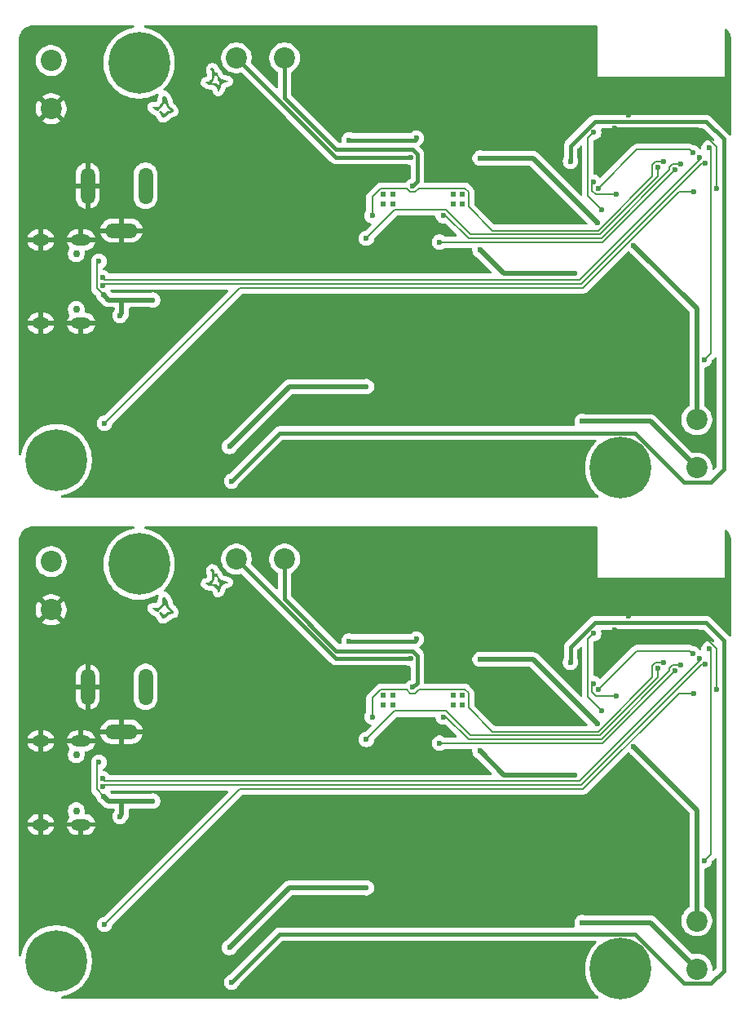
<source format=gbr>
%TF.GenerationSoftware,KiCad,Pcbnew,9.0.2*%
%TF.CreationDate,2025-11-24T12:35:19-05:00*%
%TF.ProjectId,carkit PANEL,6361726b-6974-4205-9041-4e454c2e6b69,rev?*%
%TF.SameCoordinates,Original*%
%TF.FileFunction,Copper,L2,Bot*%
%TF.FilePolarity,Positive*%
%FSLAX46Y46*%
G04 Gerber Fmt 4.6, Leading zero omitted, Abs format (unit mm)*
G04 Created by KiCad (PCBNEW 9.0.2) date 2025-11-24 12:35:19*
%MOMM*%
%LPD*%
G01*
G04 APERTURE LIST*
%TA.AperFunction,EtchedComponent*%
%ADD10C,0.000000*%
%TD*%
%TA.AperFunction,ComponentPad*%
%ADD11C,0.610000*%
%TD*%
%TA.AperFunction,ComponentPad*%
%ADD12O,3.400000X1.500000*%
%TD*%
%TA.AperFunction,ComponentPad*%
%ADD13O,1.500000X3.800000*%
%TD*%
%TA.AperFunction,ComponentPad*%
%ADD14C,0.800000*%
%TD*%
%TA.AperFunction,ComponentPad*%
%ADD15C,6.400000*%
%TD*%
%TA.AperFunction,ComponentPad*%
%ADD16C,2.200000*%
%TD*%
%TA.AperFunction,ComponentPad*%
%ADD17O,1.800000X1.200000*%
%TD*%
%TA.AperFunction,ComponentPad*%
%ADD18O,2.000000X1.200000*%
%TD*%
%TA.AperFunction,ComponentPad*%
%ADD19C,0.750000*%
%TD*%
%TA.AperFunction,ViaPad*%
%ADD20C,0.600000*%
%TD*%
%TA.AperFunction,Conductor*%
%ADD21C,0.200000*%
%TD*%
%TA.AperFunction,Conductor*%
%ADD22C,0.400000*%
%TD*%
%TA.AperFunction,Conductor*%
%ADD23C,0.500000*%
%TD*%
G04 APERTURE END LIST*
D10*
%TA.AperFunction,EtchedComponent*%
%TO.C,G\u002A\u002A\u002A5*%
G36*
X85274219Y-34730567D02*
G01*
X85369392Y-34895899D01*
X85377830Y-35040695D01*
X85430482Y-35120501D01*
X85524875Y-35140465D01*
X85660114Y-35194596D01*
X85688006Y-35303727D01*
X85761070Y-35520378D01*
X85954375Y-35718867D01*
X86229097Y-35867615D01*
X86452811Y-35925793D01*
X86701373Y-35983255D01*
X86798978Y-36054053D01*
X86743037Y-36128359D01*
X86530954Y-36196339D01*
X86524548Y-36197681D01*
X86218882Y-36306560D01*
X86050752Y-36483484D01*
X86007274Y-36696891D01*
X85964672Y-36889935D01*
X85863294Y-37057299D01*
X85742778Y-37135395D01*
X85733616Y-37135883D01*
X85696786Y-37068637D01*
X85688006Y-36972622D01*
X85615270Y-36746923D01*
X85425254Y-36558731D01*
X85160234Y-36440879D01*
X84973284Y-36417532D01*
X84772022Y-36400016D01*
X84659190Y-36356203D01*
X84650390Y-36337716D01*
X84591661Y-36275903D01*
X84560595Y-36277854D01*
X84511282Y-36257899D01*
X85019372Y-36257899D01*
X85353690Y-36257899D01*
X85559107Y-36274855D01*
X85676997Y-36317429D01*
X85688006Y-36337716D01*
X85748746Y-36415213D01*
X85767822Y-36417532D01*
X85827824Y-36349227D01*
X85847641Y-36217991D01*
X85820317Y-36067991D01*
X85767822Y-36018449D01*
X85708437Y-35949974D01*
X85688006Y-35813207D01*
X85652714Y-35638083D01*
X85569519Y-35491253D01*
X85472451Y-35420163D01*
X85418150Y-35436927D01*
X85381798Y-35545647D01*
X85368741Y-35709377D01*
X85307226Y-35938943D01*
X85194055Y-36095156D01*
X85019372Y-36257899D01*
X84511282Y-36257899D01*
X84455667Y-36235395D01*
X84434219Y-36198036D01*
X84469570Y-36119831D01*
X84603830Y-36098265D01*
X84757029Y-36074823D01*
X84810022Y-36027759D01*
X84876449Y-35953238D01*
X84969658Y-35915506D01*
X85062668Y-35867467D01*
X85111033Y-35758646D01*
X85128170Y-35547995D01*
X85129290Y-35427296D01*
X85116376Y-35184571D01*
X85083014Y-35022420D01*
X85049474Y-34980833D01*
X84984624Y-34913982D01*
X84969658Y-34821198D01*
X85026877Y-34686848D01*
X85120750Y-34661566D01*
X85274219Y-34730567D01*
G37*
%TD.AperFunction*%
%TA.AperFunction,EtchedComponent*%
G36*
X80249341Y-37598455D02*
G01*
X80287562Y-37660231D01*
X80404220Y-37899687D01*
X80526541Y-38207003D01*
X80620682Y-38495358D01*
X80635450Y-38552630D01*
X80693934Y-38692455D01*
X80745567Y-38732217D01*
X80856831Y-38791818D01*
X80993804Y-38930388D01*
X81104267Y-39087576D01*
X81138454Y-39186259D01*
X81069120Y-39265372D01*
X80927929Y-39290933D01*
X80701539Y-39365635D01*
X80478779Y-39570291D01*
X80300588Y-39737151D01*
X80127030Y-39834881D01*
X79994957Y-39850027D01*
X79941227Y-39769142D01*
X79941204Y-39766496D01*
X79891288Y-39652654D01*
X79781571Y-39511996D01*
X79665229Y-39353931D01*
X79621937Y-39235975D01*
X79675334Y-39143976D01*
X79804494Y-39146689D01*
X79962877Y-39236246D01*
X80033763Y-39305625D01*
X80184954Y-39479950D01*
X80307054Y-39305625D01*
X80474422Y-39169161D01*
X80623446Y-39131300D01*
X80817736Y-39131300D01*
X80579011Y-38903163D01*
X80428013Y-38731059D01*
X80345502Y-38582958D01*
X80340288Y-38552528D01*
X80275710Y-38419105D01*
X80220562Y-38384087D01*
X80117978Y-38386127D01*
X80100838Y-38423341D01*
X80046989Y-38527320D01*
X79912690Y-38682312D01*
X79861388Y-38732217D01*
X79710457Y-38892951D01*
X79627466Y-39019710D01*
X79621937Y-39043599D01*
X79563400Y-39122919D01*
X79421299Y-39125566D01*
X79245905Y-39061877D01*
X79087491Y-38942190D01*
X79078143Y-38931759D01*
X78904644Y-38732217D01*
X79229084Y-38732217D01*
X79509600Y-38691000D01*
X79705764Y-38580987D01*
X79781531Y-38422636D01*
X79781571Y-38418652D01*
X79838954Y-38336593D01*
X79861388Y-38333134D01*
X79913719Y-38262867D01*
X79940352Y-38089659D01*
X79941204Y-38048073D01*
X79975994Y-37818696D01*
X80060653Y-37644263D01*
X80069645Y-37634574D01*
X80176003Y-37551191D01*
X80249341Y-37598455D01*
G37*
%TD.AperFunction*%
%TA.AperFunction,EtchedComponent*%
%TO.C,G\u002A\u002A\u002A*%
G36*
X85274219Y-86730567D02*
G01*
X85369392Y-86895899D01*
X85377830Y-87040695D01*
X85430482Y-87120501D01*
X85524875Y-87140465D01*
X85660114Y-87194596D01*
X85688006Y-87303727D01*
X85761070Y-87520378D01*
X85954375Y-87718867D01*
X86229097Y-87867615D01*
X86452811Y-87925793D01*
X86701373Y-87983255D01*
X86798978Y-88054053D01*
X86743037Y-88128359D01*
X86530954Y-88196339D01*
X86524548Y-88197681D01*
X86218882Y-88306560D01*
X86050752Y-88483484D01*
X86007274Y-88696891D01*
X85964672Y-88889935D01*
X85863294Y-89057299D01*
X85742778Y-89135395D01*
X85733616Y-89135883D01*
X85696786Y-89068637D01*
X85688006Y-88972622D01*
X85615270Y-88746923D01*
X85425254Y-88558731D01*
X85160234Y-88440879D01*
X84973284Y-88417532D01*
X84772022Y-88400016D01*
X84659190Y-88356203D01*
X84650390Y-88337716D01*
X84591661Y-88275903D01*
X84560595Y-88277854D01*
X84511282Y-88257899D01*
X85019372Y-88257899D01*
X85353690Y-88257899D01*
X85559107Y-88274855D01*
X85676997Y-88317429D01*
X85688006Y-88337716D01*
X85748746Y-88415213D01*
X85767822Y-88417532D01*
X85827824Y-88349227D01*
X85847641Y-88217991D01*
X85820317Y-88067991D01*
X85767822Y-88018449D01*
X85708437Y-87949974D01*
X85688006Y-87813207D01*
X85652714Y-87638083D01*
X85569519Y-87491253D01*
X85472451Y-87420163D01*
X85418150Y-87436927D01*
X85381798Y-87545647D01*
X85368741Y-87709377D01*
X85307226Y-87938943D01*
X85194055Y-88095156D01*
X85019372Y-88257899D01*
X84511282Y-88257899D01*
X84455667Y-88235395D01*
X84434219Y-88198036D01*
X84469570Y-88119831D01*
X84603830Y-88098265D01*
X84757029Y-88074823D01*
X84810022Y-88027759D01*
X84876449Y-87953238D01*
X84969658Y-87915506D01*
X85062668Y-87867467D01*
X85111033Y-87758646D01*
X85128170Y-87547995D01*
X85129290Y-87427296D01*
X85116376Y-87184571D01*
X85083014Y-87022420D01*
X85049474Y-86980833D01*
X84984624Y-86913982D01*
X84969658Y-86821198D01*
X85026877Y-86686848D01*
X85120750Y-86661566D01*
X85274219Y-86730567D01*
G37*
%TD.AperFunction*%
%TA.AperFunction,EtchedComponent*%
G36*
X80249341Y-89598455D02*
G01*
X80287562Y-89660231D01*
X80404220Y-89899687D01*
X80526541Y-90207003D01*
X80620682Y-90495358D01*
X80635450Y-90552630D01*
X80693934Y-90692455D01*
X80745567Y-90732217D01*
X80856831Y-90791818D01*
X80993804Y-90930388D01*
X81104267Y-91087576D01*
X81138454Y-91186259D01*
X81069120Y-91265372D01*
X80927929Y-91290933D01*
X80701539Y-91365635D01*
X80478779Y-91570291D01*
X80300588Y-91737151D01*
X80127030Y-91834881D01*
X79994957Y-91850027D01*
X79941227Y-91769142D01*
X79941204Y-91766496D01*
X79891288Y-91652654D01*
X79781571Y-91511996D01*
X79665229Y-91353931D01*
X79621937Y-91235975D01*
X79675334Y-91143976D01*
X79804494Y-91146689D01*
X79962877Y-91236246D01*
X80033763Y-91305625D01*
X80184954Y-91479950D01*
X80307054Y-91305625D01*
X80474422Y-91169161D01*
X80623446Y-91131300D01*
X80817736Y-91131300D01*
X80579011Y-90903163D01*
X80428013Y-90731059D01*
X80345502Y-90582958D01*
X80340288Y-90552528D01*
X80275710Y-90419105D01*
X80220562Y-90384087D01*
X80117978Y-90386127D01*
X80100838Y-90423341D01*
X80046989Y-90527320D01*
X79912690Y-90682312D01*
X79861388Y-90732217D01*
X79710457Y-90892951D01*
X79627466Y-91019710D01*
X79621937Y-91043599D01*
X79563400Y-91122919D01*
X79421299Y-91125566D01*
X79245905Y-91061877D01*
X79087491Y-90942190D01*
X79078143Y-90931759D01*
X78904644Y-90732217D01*
X79229084Y-90732217D01*
X79509600Y-90691000D01*
X79705764Y-90580987D01*
X79781531Y-90422636D01*
X79781571Y-90418652D01*
X79838954Y-90336593D01*
X79861388Y-90333134D01*
X79913719Y-90262867D01*
X79940352Y-90089659D01*
X79941204Y-90048073D01*
X79975994Y-89818696D01*
X80060653Y-89644263D01*
X80069645Y-89634574D01*
X80176003Y-89551191D01*
X80249341Y-89598455D01*
G37*
%TD.AperFunction*%
%TD*%
D11*
%TO.P,U10,*%
%TO.N,*%
X111121250Y-48788750D03*
X111121250Y-47788750D03*
X110121250Y-48788750D03*
X110121250Y-47788750D03*
%TD*%
%TO.P,U9,*%
%TO.N,*%
X103866250Y-48788750D03*
X103866250Y-47788750D03*
X102866250Y-48788750D03*
X102866250Y-47788750D03*
%TD*%
D12*
%TO.P,J7,MP,MountPin*%
%TO.N,GND*%
X75701250Y-51568750D03*
D13*
%TO.P,J7,2*%
X72201250Y-46908750D03*
%TO.P,J7,1*%
%TO.N,+BATT*%
X78201250Y-46908750D03*
%TD*%
D14*
%TO.P,H4,1*%
%TO.N,N/C*%
X71341250Y-75358750D03*
X70638306Y-77055806D03*
X70638306Y-73661694D03*
X68941250Y-77758750D03*
D15*
X68941250Y-75358750D03*
D14*
X68941250Y-72958750D03*
X67244194Y-77055806D03*
X67244194Y-73661694D03*
X66541250Y-75358750D03*
%TD*%
%TO.P,H5,1*%
%TO.N,N/C*%
X79941250Y-34158750D03*
X79238306Y-35855806D03*
X79238306Y-32461694D03*
X77541250Y-36558750D03*
D15*
X77541250Y-34158750D03*
D14*
X77541250Y-31758750D03*
X75844194Y-35855806D03*
X75844194Y-32461694D03*
X75141250Y-34158750D03*
%TD*%
%TO.P,H6,1*%
%TO.N,N/C*%
X129941250Y-76158750D03*
X129238306Y-77855806D03*
X129238306Y-74461694D03*
X127541250Y-78558750D03*
D15*
X127541250Y-76158750D03*
D14*
X127541250Y-73758750D03*
X125844194Y-77855806D03*
X125844194Y-74461694D03*
X125141250Y-76158750D03*
%TD*%
D16*
%TO.P,J8,2,Pin_2*%
%TO.N,GND*%
X68401250Y-38908750D03*
%TO.P,J8,1,Pin_1*%
%TO.N,+BATT*%
X68401250Y-33908750D03*
%TD*%
%TO.P,J12,2,Pin_2*%
%TO.N,M2-*%
X135458750Y-71181250D03*
%TO.P,J12,1,Pin_1*%
%TO.N,M2+*%
X135458750Y-76181250D03*
%TD*%
D17*
%TO.P,P2,S1,SHIELD*%
%TO.N,GND*%
X67323750Y-61188750D03*
D18*
X71503750Y-61188750D03*
D17*
X67323750Y-52528750D03*
D18*
X71503750Y-52528750D03*
D19*
%TO.P,P2,*%
%TO.N,*%
X71003750Y-59758750D03*
X71003750Y-53958750D03*
%TD*%
D16*
%TO.P,J11,2,Pin_2*%
%TO.N,M1-*%
X87641250Y-33641250D03*
%TO.P,J11,1,Pin_1*%
%TO.N,M1+*%
X92641250Y-33641250D03*
%TD*%
D12*
%TO.P,J1,MP,MountPin*%
%TO.N,GND*%
X75701250Y-103568750D03*
D13*
%TO.P,J1,2*%
X72201250Y-98908750D03*
%TO.P,J1,1*%
%TO.N,+BATT*%
X78201250Y-98908750D03*
%TD*%
D14*
%TO.P,H1,1*%
%TO.N,N/C*%
X71341250Y-127358750D03*
X70638306Y-129055806D03*
X70638306Y-125661694D03*
X68941250Y-129758750D03*
D15*
X68941250Y-127358750D03*
D14*
X68941250Y-124958750D03*
X67244194Y-129055806D03*
X67244194Y-125661694D03*
X66541250Y-127358750D03*
%TD*%
%TO.P,H2,1*%
%TO.N,N/C*%
X79941250Y-86158750D03*
X79238306Y-87855806D03*
X79238306Y-84461694D03*
X77541250Y-88558750D03*
D15*
X77541250Y-86158750D03*
D14*
X77541250Y-83758750D03*
X75844194Y-87855806D03*
X75844194Y-84461694D03*
X75141250Y-86158750D03*
%TD*%
%TO.P,H3,1*%
%TO.N,N/C*%
X129941250Y-128158750D03*
X129238306Y-129855806D03*
X129238306Y-126461694D03*
X127541250Y-130558750D03*
D15*
X127541250Y-128158750D03*
D14*
X127541250Y-125758750D03*
X125844194Y-129855806D03*
X125844194Y-126461694D03*
X125141250Y-128158750D03*
%TD*%
D16*
%TO.P,J2,2,Pin_2*%
%TO.N,GND*%
X68401250Y-90908750D03*
%TO.P,J2,1,Pin_1*%
%TO.N,+BATT*%
X68401250Y-85908750D03*
%TD*%
D11*
%TO.P,U5,*%
%TO.N,*%
X111121250Y-100788750D03*
X111121250Y-99788750D03*
X110121250Y-100788750D03*
X110121250Y-99788750D03*
%TD*%
D16*
%TO.P,J6,2,Pin_2*%
%TO.N,M2-*%
X135458750Y-123181250D03*
%TO.P,J6,1,Pin_1*%
%TO.N,M2+*%
X135458750Y-128181250D03*
%TD*%
D11*
%TO.P,U4,*%
%TO.N,*%
X103866250Y-100788750D03*
X103866250Y-99788750D03*
X102866250Y-100788750D03*
X102866250Y-99788750D03*
%TD*%
D17*
%TO.P,P1,S1,SHIELD*%
%TO.N,GND*%
X67323750Y-113188750D03*
D18*
X71503750Y-113188750D03*
D17*
X67323750Y-104528750D03*
D18*
X71503750Y-104528750D03*
D19*
%TO.P,P1,*%
%TO.N,*%
X71003750Y-111758750D03*
X71003750Y-105958750D03*
%TD*%
D16*
%TO.P,J5,2,Pin_2*%
%TO.N,M1-*%
X87641250Y-85641250D03*
%TO.P,J5,1,Pin_1*%
%TO.N,M1+*%
X92641250Y-85641250D03*
%TD*%
D20*
%TO.N,M2-*%
X112949413Y-44045483D03*
%TO.N,GND*%
X120741250Y-40063750D03*
%TO.N,VCC_5V*%
X73366640Y-54746872D03*
%TO.N,GPIO 8*%
X125194485Y-47211985D03*
%TO.N,M1_IN2*%
X101741250Y-50018752D03*
%TO.N,M2_IN2*%
X133791250Y-44663750D03*
%TO.N,GND*%
X126941250Y-40958750D03*
%TO.N,D-*%
X136291771Y-44564271D03*
%TO.N,+BATT*%
X106341250Y-41958750D03*
%TO.N,M1_IN2*%
X131992721Y-44413750D03*
%TO.N,BLDC_PWM*%
X125565515Y-49383015D03*
%TO.N,VCC_5V*%
X73847735Y-58235444D03*
%TO.N,D+*%
X135690729Y-43963229D03*
%TO.N,D-*%
X73741250Y-57283750D03*
%TO.N,M1-*%
X105741250Y-43958750D03*
%TO.N,D+*%
X73741250Y-56433750D03*
%TO.N,M2_IN2*%
X109131666Y-50018749D03*
%TO.N,M1+*%
X105941250Y-46958750D03*
%TO.N,GPIO 8*%
X135046458Y-43488972D03*
%TO.N,BUZZER_DATA*%
X124741250Y-46552760D03*
%TO.N,M2-*%
X125141250Y-50763923D03*
%TO.N,GND*%
X79541250Y-76158750D03*
X119141250Y-41158750D03*
X137541250Y-47158750D03*
%TO.N,ESP_3V3*%
X101141250Y-67758750D03*
%TO.N,GND*%
X86141250Y-55358750D03*
%TO.N,+BATT*%
X99341250Y-42158750D03*
%TO.N,M2_IN1*%
X133225563Y-45229437D03*
%TO.N,ESP_3V3*%
X86921250Y-73958750D03*
%TO.N,BLDC_PWM*%
X124741250Y-41358750D03*
%TO.N,VCC_5V*%
X78941250Y-58758750D03*
%TO.N,M2_IN1*%
X108741250Y-52758750D03*
%TO.N,M1_IN1*%
X101141250Y-52358750D03*
%TO.N,GPIO 9*%
X73941250Y-71558750D03*
%TO.N,M2+*%
X122741250Y-56033749D03*
%TO.N,SERVO_PWM*%
X136741250Y-42958750D03*
%TO.N,M2+*%
X123541250Y-71358750D03*
%TO.N,GND*%
X96341250Y-62558750D03*
%TO.N,M2-*%
X128885664Y-53103164D03*
%TO.N,GND*%
X128390778Y-39557750D03*
X121141250Y-60358750D03*
%TO.N,GPIO 9*%
X135141250Y-47558750D03*
%TO.N,CHIP_PU*%
X122341250Y-44358750D03*
X87141250Y-77558750D03*
%TO.N,BUZZER_DATA*%
X127130175Y-47818354D03*
%TO.N,M2+*%
X112941250Y-53558750D03*
%TO.N,VCC_5V*%
X75541250Y-60358750D03*
%TO.N,SERVO_PWM*%
X136208750Y-64958750D03*
%TO.N,M1_IN1*%
X131427034Y-44979436D03*
%TO.N,M2-*%
X112949413Y-96045483D03*
%TO.N,GND*%
X120741250Y-92063750D03*
%TO.N,VCC_5V*%
X73366640Y-106746872D03*
%TO.N,M1_IN2*%
X101741250Y-102018752D03*
%TO.N,M2_IN2*%
X133791250Y-96663750D03*
%TO.N,GPIO 8*%
X125194485Y-99211985D03*
%TO.N,+BATT*%
X106341250Y-93958750D03*
%TO.N,M1_IN2*%
X131992721Y-96413750D03*
%TO.N,BLDC_PWM*%
X125565515Y-101383015D03*
%TO.N,VCC_5V*%
X73847735Y-110235444D03*
%TO.N,M1+*%
X105941250Y-98958750D03*
%TO.N,GPIO 8*%
X135046458Y-95488972D03*
%TO.N,M2-*%
X125141250Y-102763923D03*
%TO.N,GND*%
X79541250Y-128158750D03*
X119141250Y-93158750D03*
X137541250Y-99158750D03*
X86141250Y-107358750D03*
%TO.N,+BATT*%
X99341250Y-94158750D03*
%TO.N,M2_IN1*%
X133225563Y-97229437D03*
%TO.N,VCC_5V*%
X78941250Y-110758750D03*
%TO.N,M2_IN1*%
X108741250Y-104758750D03*
%TO.N,M1_IN1*%
X101141250Y-104358750D03*
%TO.N,GPIO 9*%
X73941250Y-123558750D03*
%TO.N,SERVO_PWM*%
X136741250Y-94958750D03*
%TO.N,M2_IN2*%
X109131666Y-102018749D03*
%TO.N,ESP_3V3*%
X101141250Y-119758750D03*
%TO.N,GND*%
X96341250Y-114558750D03*
%TO.N,ESP_3V3*%
X86921250Y-125958750D03*
%TO.N,M1-*%
X105741250Y-95958750D03*
%TO.N,M2-*%
X128885664Y-105103164D03*
%TO.N,D-*%
X136291771Y-96564271D03*
%TO.N,GND*%
X128390778Y-91557750D03*
%TO.N,BUZZER_DATA*%
X124741250Y-98552760D03*
%TO.N,GND*%
X126941250Y-92958750D03*
X121141250Y-112358750D03*
%TO.N,GPIO 9*%
X135141250Y-99558750D03*
%TO.N,CHIP_PU*%
X122341250Y-96358750D03*
X87141250Y-129558750D03*
%TO.N,BUZZER_DATA*%
X127130175Y-99818354D03*
%TO.N,M2+*%
X112941250Y-105558750D03*
%TO.N,VCC_5V*%
X75541250Y-112358750D03*
%TO.N,SERVO_PWM*%
X136208750Y-116958750D03*
%TO.N,BLDC_PWM*%
X124741250Y-93358750D03*
%TO.N,M2+*%
X123541250Y-123358750D03*
X122741250Y-108033749D03*
%TO.N,D+*%
X135690729Y-95963229D03*
X73741250Y-108433750D03*
%TO.N,M1_IN1*%
X131427034Y-96979436D03*
%TO.N,D-*%
X73741250Y-109283750D03*
%TD*%
D21*
%TO.N,M1_IN2*%
X131178091Y-44378436D02*
X130826034Y-44730493D01*
D22*
%TO.N,CHIP_PU*%
X122341250Y-42767386D02*
X124850886Y-40257750D01*
D21*
%TO.N,M1_IN2*%
X131711291Y-44413750D02*
X131675977Y-44378436D01*
D23*
%TO.N,VCC_5V*%
X75741250Y-58758750D02*
X75741250Y-60158750D01*
%TO.N,M2-*%
X125141250Y-50763923D02*
X118422810Y-44045483D01*
D21*
%TO.N,M1_IN1*%
X109380609Y-49417749D02*
X104082251Y-49417749D01*
%TO.N,D+*%
X135690729Y-44246072D02*
X135690729Y-43963229D01*
%TO.N,M2_IN2*%
X133509819Y-44663750D02*
X133791250Y-44663750D01*
%TO.N,BLDC_PWM*%
X125565515Y-49383015D02*
X124141250Y-47958750D01*
%TO.N,GPIO 8*%
X135046458Y-43488972D02*
X134716236Y-43158750D01*
D22*
%TO.N,CHIP_PU*%
X128741250Y-72557750D02*
X129032834Y-72557750D01*
D23*
%TO.N,ESP_3V3*%
X86941250Y-73958750D02*
X93141250Y-67758750D01*
D22*
%TO.N,CHIP_PU*%
X136440250Y-40257750D02*
X138242250Y-42059750D01*
D21*
%TO.N,M1_IN2*%
X111727250Y-49077536D02*
X111727250Y-47537736D01*
X131992721Y-44413750D02*
X131711291Y-44413750D01*
X125197950Y-51555750D02*
X114205464Y-51555750D01*
D23*
%TO.N,M2+*%
X123541250Y-71358750D02*
X130636250Y-71358750D01*
D21*
%TO.N,GPIO 8*%
X129247720Y-43158750D02*
X125194485Y-47211985D01*
%TO.N,VCC_5V*%
X73843001Y-58235444D02*
X73140250Y-57532693D01*
%TO.N,BLDC_PWM*%
X124141250Y-47958750D02*
X124141250Y-41958750D01*
%TO.N,M1_IN1*%
X111919610Y-51956750D02*
X109380609Y-49417749D01*
D22*
%TO.N,+BATT*%
X106141250Y-42158750D02*
X99341250Y-42158750D01*
D21*
%TO.N,D+*%
X123303052Y-56633749D02*
X135690729Y-44246072D01*
D23*
%TO.N,VCC_5V*%
X78941250Y-58758750D02*
X75741250Y-58758750D01*
D21*
%TO.N,M2_IN2*%
X125530150Y-52357750D02*
X132624563Y-45263337D01*
D22*
%TO.N,M1+*%
X92641250Y-37791308D02*
X92641250Y-33641250D01*
D21*
%TO.N,M1_IN2*%
X106567193Y-47182750D02*
X106190193Y-47559750D01*
D22*
%TO.N,+BATT*%
X106341250Y-41958750D02*
X106141250Y-42158750D01*
%TO.N,CHIP_PU*%
X129032834Y-72557750D02*
X134157334Y-77682250D01*
D21*
%TO.N,M1_IN2*%
X105340250Y-47182750D02*
X102615236Y-47182750D01*
D22*
%TO.N,M1+*%
X98008692Y-43158750D02*
X92641250Y-37791308D01*
D21*
%TO.N,M2_IN2*%
X132624563Y-44980494D02*
X132976620Y-44628437D01*
%TO.N,D-*%
X73941249Y-57083751D02*
X123489448Y-57083751D01*
D22*
%TO.N,CHIP_PU*%
X128741250Y-72557750D02*
X92142250Y-72557750D01*
D21*
%TO.N,M1_IN2*%
X114205464Y-51555750D02*
X111727250Y-49077536D01*
%TO.N,M1_IN1*%
X131427034Y-44979436D02*
X131427034Y-45893766D01*
%TO.N,M1_IN2*%
X101741250Y-48056736D02*
X101741250Y-50018752D01*
D22*
%TO.N,CHIP_PU*%
X122341250Y-44358750D02*
X122341250Y-42767386D01*
D21*
%TO.N,GPIO 9*%
X123655548Y-57484751D02*
X133581549Y-47558750D01*
%TO.N,SERVO_PWM*%
X136741250Y-42958750D02*
X136892771Y-43110271D01*
D22*
%TO.N,M1-*%
X97958750Y-43958750D02*
X87641250Y-33641250D01*
D21*
%TO.N,D-*%
X123489448Y-57083751D02*
X136008928Y-44564271D01*
D22*
%TO.N,M1-*%
X105741250Y-43958750D02*
X97958750Y-43958750D01*
D21*
%TO.N,GND*%
X137541250Y-42908807D02*
X135591193Y-40958750D01*
D22*
%TO.N,M1+*%
X105932614Y-43158750D02*
X98008692Y-43158750D01*
D21*
%TO.N,M2_IN2*%
X109281251Y-50018749D02*
X109341250Y-49958750D01*
%TO.N,D-*%
X73741250Y-57283750D02*
X73941249Y-57083751D01*
%TO.N,M1_IN2*%
X111372264Y-47182750D02*
X106567193Y-47182750D01*
%TO.N,M2_IN2*%
X109341250Y-49958750D02*
X111740250Y-52357750D01*
%TO.N,M1_IN2*%
X105692307Y-47559750D02*
X105340250Y-47207693D01*
%TO.N,BUZZER_DATA*%
X124593485Y-47460928D02*
X124593485Y-46700525D01*
%TO.N,GND*%
X135591193Y-40958750D02*
X126941250Y-40958750D01*
X137541250Y-47158750D02*
X137541250Y-42908807D01*
%TO.N,BUZZER_DATA*%
X124593485Y-46700525D02*
X124741250Y-46552760D01*
%TO.N,SERVO_PWM*%
X136892771Y-64274729D02*
X136208750Y-64958750D01*
D23*
%TO.N,M2+*%
X112941250Y-53558750D02*
X115416249Y-56033749D01*
%TO.N,VCC_5V*%
X75741250Y-60158750D02*
X75541250Y-60358750D01*
D21*
%TO.N,BUZZER_DATA*%
X126892384Y-47818354D02*
X126887015Y-47812985D01*
D23*
%TO.N,M2+*%
X115416249Y-56033749D02*
X122741250Y-56033749D01*
D21*
%TO.N,M1_IN1*%
X125364050Y-51956750D02*
X111919610Y-51956750D01*
%TO.N,M2_IN2*%
X109131666Y-50018749D02*
X109281251Y-50018749D01*
D22*
%TO.N,CHIP_PU*%
X92142250Y-72557750D02*
X87141250Y-77558750D01*
X134157334Y-77682250D02*
X136916750Y-77682250D01*
X124850886Y-40257750D02*
X136440250Y-40257750D01*
D21*
%TO.N,M2_IN1*%
X125696250Y-52758750D02*
X108741250Y-52758750D01*
%TO.N,M1_IN2*%
X111727250Y-47537736D02*
X111372264Y-47182750D01*
%TO.N,GPIO 9*%
X133581549Y-47558750D02*
X135141250Y-47558750D01*
D23*
%TO.N,M2-*%
X135458750Y-71181250D02*
X135458750Y-59676250D01*
D21*
%TO.N,SERVO_PWM*%
X136892771Y-43110271D02*
X136892771Y-64274729D01*
%TO.N,BUZZER_DATA*%
X126887015Y-47812985D02*
X124945542Y-47812985D01*
%TO.N,VCC_5V*%
X73847735Y-58235444D02*
X73843001Y-58235444D01*
%TO.N,BUZZER_DATA*%
X127130175Y-47818354D02*
X126892384Y-47818354D01*
X124945542Y-47812985D02*
X124593485Y-47460928D01*
D23*
%TO.N,VCC_5V*%
X74371041Y-58758750D02*
X73847735Y-58235444D01*
%TO.N,ESP_3V3*%
X93141250Y-67758750D02*
X101141250Y-67758750D01*
%TO.N,VCC_5V*%
X75741250Y-58758750D02*
X74371041Y-58758750D01*
D21*
X73140250Y-57532693D02*
X73140250Y-54973262D01*
%TO.N,D+*%
X73741250Y-56433750D02*
X73941249Y-56633749D01*
%TO.N,VCC_5V*%
X73140250Y-54973262D02*
X73366640Y-54746872D01*
%TO.N,D-*%
X136008928Y-44564271D02*
X136291771Y-44564271D01*
%TO.N,M1_IN2*%
X130826034Y-44730493D02*
X130826034Y-45927666D01*
X102615236Y-47182750D02*
X101741250Y-48056736D01*
D23*
%TO.N,M2+*%
X130636250Y-71358750D02*
X135458750Y-76181250D01*
D21*
%TO.N,M1_IN2*%
X130826034Y-45927666D02*
X125197950Y-51555750D01*
%TO.N,M1_IN1*%
X104082251Y-49417749D02*
X101141250Y-52358750D01*
%TO.N,M1_IN2*%
X131675977Y-44378436D02*
X131178091Y-44378436D01*
%TO.N,M1_IN1*%
X131427034Y-45893766D02*
X125364050Y-51956750D01*
%TO.N,M1_IN2*%
X106190193Y-47559750D02*
X105692307Y-47559750D01*
%TO.N,M2_IN1*%
X133225563Y-45229437D02*
X125696250Y-52758750D01*
%TO.N,M2_IN2*%
X132976620Y-44628437D02*
X133474506Y-44628437D01*
X133474506Y-44628437D02*
X133509819Y-44663750D01*
X111740250Y-52357750D02*
X125530150Y-52357750D01*
X132624563Y-45263337D02*
X132624563Y-44980494D01*
%TO.N,M1_IN2*%
X105340250Y-47207693D02*
X105340250Y-47182750D01*
D23*
%TO.N,M2-*%
X135458750Y-59676250D02*
X128885664Y-53103164D01*
X118422810Y-44045483D02*
X112949413Y-44045483D01*
D22*
%TO.N,M1+*%
X106442250Y-46457750D02*
X106442250Y-43668386D01*
%TO.N,CHIP_PU*%
X129041250Y-72557750D02*
X128741250Y-72557750D01*
D21*
%TO.N,GPIO 9*%
X73941250Y-71558750D02*
X88015249Y-57484751D01*
%TO.N,D+*%
X73941249Y-56633749D02*
X123303052Y-56633749D01*
%TO.N,GPIO 9*%
X88015249Y-57484751D02*
X123655548Y-57484751D01*
D23*
%TO.N,ESP_3V3*%
X86921250Y-73958750D02*
X86941250Y-73958750D01*
D22*
%TO.N,CHIP_PU*%
X138242250Y-42059750D02*
X138242250Y-76356750D01*
X136916750Y-77682250D02*
X138242250Y-76356750D01*
D21*
%TO.N,BLDC_PWM*%
X124141250Y-41958750D02*
X124741250Y-41358750D01*
D22*
%TO.N,M1+*%
X106442250Y-43668386D02*
X105932614Y-43158750D01*
X105941250Y-46958750D02*
X106442250Y-46457750D01*
D21*
%TO.N,GPIO 8*%
X134716236Y-43158750D02*
X129247720Y-43158750D01*
%TO.N,M1_IN2*%
X131178091Y-96378436D02*
X130826034Y-96730493D01*
D23*
%TO.N,VCC_5V*%
X75741250Y-110758750D02*
X75741250Y-112158750D01*
%TO.N,M2-*%
X125141250Y-102763923D02*
X118422810Y-96045483D01*
D21*
%TO.N,M1_IN1*%
X109380609Y-101417749D02*
X104082251Y-101417749D01*
%TO.N,D+*%
X135690729Y-96246072D02*
X135690729Y-95963229D01*
%TO.N,BLDC_PWM*%
X125565515Y-101383015D02*
X124141250Y-99958750D01*
%TO.N,GPIO 8*%
X135046458Y-95488972D02*
X134716236Y-95158750D01*
D22*
%TO.N,CHIP_PU*%
X128741250Y-124557750D02*
X129032834Y-124557750D01*
X136440250Y-92257750D02*
X138242250Y-94059750D01*
D21*
%TO.N,M1_IN2*%
X131992721Y-96413750D02*
X131711291Y-96413750D01*
X125197950Y-103555750D02*
X114205464Y-103555750D01*
%TO.N,M1_IN1*%
X111919610Y-103956750D02*
X109380609Y-101417749D01*
D22*
%TO.N,+BATT*%
X106141250Y-94158750D02*
X99341250Y-94158750D01*
D23*
%TO.N,M2+*%
X123541250Y-123358750D02*
X130636250Y-123358750D01*
D21*
%TO.N,D+*%
X123303052Y-108633749D02*
X135690729Y-96246072D01*
D23*
%TO.N,VCC_5V*%
X78941250Y-110758750D02*
X75741250Y-110758750D01*
D21*
%TO.N,M2_IN2*%
X125530150Y-104357750D02*
X132624563Y-97263337D01*
%TO.N,M1_IN2*%
X106567193Y-99182750D02*
X106190193Y-99559750D01*
D22*
%TO.N,+BATT*%
X106341250Y-93958750D02*
X106141250Y-94158750D01*
%TO.N,CHIP_PU*%
X129032834Y-124557750D02*
X134157334Y-129682250D01*
%TO.N,M1+*%
X98008692Y-95158750D02*
X92641250Y-89791308D01*
D21*
%TO.N,M2_IN2*%
X132624563Y-96980494D02*
X132976620Y-96628437D01*
%TO.N,D-*%
X73941249Y-109083751D02*
X123489448Y-109083751D01*
D22*
%TO.N,CHIP_PU*%
X122341250Y-96358750D02*
X122341250Y-94767386D01*
D21*
%TO.N,M2_IN2*%
X133509819Y-96663750D02*
X133791250Y-96663750D01*
%TO.N,SERVO_PWM*%
X136741250Y-94958750D02*
X136892771Y-95110271D01*
D22*
%TO.N,CHIP_PU*%
X128741250Y-124557750D02*
X92142250Y-124557750D01*
D21*
%TO.N,GND*%
X137541250Y-94908807D02*
X135591193Y-92958750D01*
%TO.N,M2_IN2*%
X109281251Y-102018749D02*
X109341250Y-101958750D01*
%TO.N,D-*%
X73741250Y-109283750D02*
X73941249Y-109083751D01*
%TO.N,M1_IN2*%
X111372264Y-99182750D02*
X106567193Y-99182750D01*
%TO.N,M2_IN2*%
X109341250Y-101958750D02*
X111740250Y-104357750D01*
%TO.N,GND*%
X135591193Y-92958750D02*
X126941250Y-92958750D01*
X137541250Y-99158750D02*
X137541250Y-94908807D01*
%TO.N,SERVO_PWM*%
X136892771Y-116274729D02*
X136208750Y-116958750D01*
D22*
%TO.N,M1+*%
X92641250Y-89791308D02*
X92641250Y-85641250D01*
D23*
%TO.N,VCC_5V*%
X75741250Y-112158750D02*
X75541250Y-112358750D01*
D21*
%TO.N,M2_IN2*%
X109131666Y-102018749D02*
X109281251Y-102018749D01*
D22*
%TO.N,CHIP_PU*%
X134157334Y-129682250D02*
X136916750Y-129682250D01*
X124850886Y-92257750D02*
X136440250Y-92257750D01*
D21*
%TO.N,M2_IN1*%
X125696250Y-104758750D02*
X108741250Y-104758750D01*
%TO.N,M1_IN2*%
X111727250Y-99537736D02*
X111372264Y-99182750D01*
%TO.N,GPIO 9*%
X133581549Y-99558750D02*
X135141250Y-99558750D01*
%TO.N,BUZZER_DATA*%
X126887015Y-99812985D02*
X124945542Y-99812985D01*
%TO.N,VCC_5V*%
X73847735Y-110235444D02*
X73843001Y-110235444D01*
%TO.N,BUZZER_DATA*%
X126892384Y-99818354D02*
X126887015Y-99812985D01*
X127130175Y-99818354D02*
X126892384Y-99818354D01*
%TO.N,VCC_5V*%
X73843001Y-110235444D02*
X73140250Y-109532693D01*
%TO.N,BUZZER_DATA*%
X124593485Y-99460928D02*
X124593485Y-98700525D01*
X124945542Y-99812985D02*
X124593485Y-99460928D01*
D23*
%TO.N,VCC_5V*%
X74371041Y-110758750D02*
X73847735Y-110235444D01*
%TO.N,ESP_3V3*%
X93141250Y-119758750D02*
X101141250Y-119758750D01*
%TO.N,VCC_5V*%
X75741250Y-110758750D02*
X74371041Y-110758750D01*
D21*
X73140250Y-109532693D02*
X73140250Y-106973262D01*
%TO.N,D+*%
X73741250Y-108433750D02*
X73941249Y-108633749D01*
%TO.N,VCC_5V*%
X73140250Y-106973262D02*
X73366640Y-106746872D01*
%TO.N,BUZZER_DATA*%
X124593485Y-98700525D02*
X124741250Y-98552760D01*
%TO.N,M1_IN2*%
X130826034Y-96730493D02*
X130826034Y-97927666D01*
X111727250Y-101077536D02*
X111727250Y-99537736D01*
X105340250Y-99182750D02*
X102615236Y-99182750D01*
X105692307Y-99559750D02*
X105340250Y-99207693D01*
X102615236Y-99182750D02*
X101741250Y-100056736D01*
D22*
%TO.N,M1-*%
X97958750Y-95958750D02*
X87641250Y-85641250D01*
D21*
%TO.N,M1_IN2*%
X101741250Y-100056736D02*
X101741250Y-102018752D01*
%TO.N,M1_IN1*%
X131427034Y-96979436D02*
X131427034Y-97893766D01*
%TO.N,M1_IN2*%
X114205464Y-103555750D02*
X111727250Y-101077536D01*
D23*
%TO.N,M2+*%
X130636250Y-123358750D02*
X135458750Y-128181250D01*
D21*
%TO.N,M1_IN2*%
X130826034Y-97927666D02*
X125197950Y-103555750D01*
%TO.N,M1_IN1*%
X104082251Y-101417749D02*
X101141250Y-104358750D01*
%TO.N,M1_IN2*%
X131675977Y-96378436D02*
X131178091Y-96378436D01*
X131711291Y-96413750D02*
X131675977Y-96378436D01*
%TO.N,M1_IN1*%
X131427034Y-97893766D02*
X125364050Y-103956750D01*
D23*
%TO.N,M2-*%
X135458750Y-123181250D02*
X135458750Y-111676250D01*
D21*
%TO.N,M1_IN1*%
X125364050Y-103956750D02*
X111919610Y-103956750D01*
%TO.N,M1_IN2*%
X106190193Y-99559750D02*
X105692307Y-99559750D01*
%TO.N,M2_IN1*%
X133225563Y-97229437D02*
X125696250Y-104758750D01*
%TO.N,M2_IN2*%
X132976620Y-96628437D02*
X133474506Y-96628437D01*
X133474506Y-96628437D02*
X133509819Y-96663750D01*
X111740250Y-104357750D02*
X125530150Y-104357750D01*
D22*
%TO.N,M1-*%
X105741250Y-95958750D02*
X97958750Y-95958750D01*
D21*
%TO.N,M2_IN2*%
X132624563Y-97263337D02*
X132624563Y-96980494D01*
%TO.N,M1_IN2*%
X105340250Y-99207693D02*
X105340250Y-99182750D01*
D23*
%TO.N,M2-*%
X135458750Y-111676250D02*
X128885664Y-105103164D01*
X118422810Y-96045483D02*
X112949413Y-96045483D01*
D22*
%TO.N,CHIP_PU*%
X92142250Y-124557750D02*
X87141250Y-129558750D01*
%TO.N,M1+*%
X106442250Y-98457750D02*
X106442250Y-95668386D01*
%TO.N,CHIP_PU*%
X129041250Y-124557750D02*
X128741250Y-124557750D01*
D23*
%TO.N,M2+*%
X115416249Y-108033749D02*
X122741250Y-108033749D01*
D21*
%TO.N,GPIO 9*%
X73941250Y-123558750D02*
X88015249Y-109484751D01*
X88015249Y-109484751D02*
X123655548Y-109484751D01*
D23*
%TO.N,ESP_3V3*%
X86941250Y-125958750D02*
X93141250Y-119758750D01*
X86921250Y-125958750D02*
X86941250Y-125958750D01*
D22*
%TO.N,CHIP_PU*%
X138242250Y-94059750D02*
X138242250Y-128356750D01*
D21*
%TO.N,GPIO 9*%
X123655548Y-109484751D02*
X133581549Y-99558750D01*
D22*
%TO.N,CHIP_PU*%
X136916750Y-129682250D02*
X138242250Y-128356750D01*
X122341250Y-94767386D02*
X124850886Y-92257750D01*
D21*
%TO.N,BLDC_PWM*%
X124141250Y-99958750D02*
X124141250Y-93958750D01*
X124141250Y-93958750D02*
X124741250Y-93358750D01*
%TO.N,D-*%
X136008928Y-96564271D02*
X136291771Y-96564271D01*
D22*
%TO.N,M1+*%
X106442250Y-95668386D02*
X105932614Y-95158750D01*
X105941250Y-98958750D02*
X106442250Y-98457750D01*
D21*
%TO.N,SERVO_PWM*%
X136892771Y-95110271D02*
X136892771Y-116274729D01*
D23*
%TO.N,M2+*%
X112941250Y-105558750D02*
X115416249Y-108033749D01*
D22*
%TO.N,M1+*%
X105932614Y-95158750D02*
X98008692Y-95158750D01*
D21*
%TO.N,D-*%
X123489448Y-109083751D02*
X136008928Y-96564271D01*
%TO.N,GPIO 8*%
X134716236Y-95158750D02*
X129247720Y-95158750D01*
%TO.N,D+*%
X73941249Y-108633749D02*
X123303052Y-108633749D01*
%TO.N,GPIO 8*%
X129247720Y-95158750D02*
X125194485Y-99211985D01*
%TD*%
%TA.AperFunction,Conductor*%
%TO.N,GND*%
G36*
X76985270Y-82278935D02*
G01*
X77031025Y-82331739D01*
X77040969Y-82400897D01*
X77011944Y-82464453D01*
X76953166Y-82502227D01*
X76942422Y-82504867D01*
X76641037Y-82564814D01*
X76641026Y-82564817D01*
X76293084Y-82670364D01*
X75957171Y-82809504D01*
X75957166Y-82809506D01*
X75636529Y-82980890D01*
X75636511Y-82980901D01*
X75334214Y-83182890D01*
X75334200Y-83182900D01*
X75053143Y-83413557D01*
X74796057Y-83670643D01*
X74565400Y-83951700D01*
X74565390Y-83951714D01*
X74363401Y-84254011D01*
X74363390Y-84254029D01*
X74192006Y-84574666D01*
X74192004Y-84574671D01*
X74052864Y-84910584D01*
X73947317Y-85258526D01*
X73947314Y-85258537D01*
X73876387Y-85615119D01*
X73861408Y-85767211D01*
X73840750Y-85976956D01*
X73840750Y-86340544D01*
X73843235Y-86365770D01*
X73876387Y-86702380D01*
X73947314Y-87058962D01*
X73947317Y-87058973D01*
X73947319Y-87058982D01*
X73947320Y-87058983D01*
X73956595Y-87089558D01*
X74052864Y-87406915D01*
X74192004Y-87742828D01*
X74192006Y-87742833D01*
X74363390Y-88063470D01*
X74363401Y-88063488D01*
X74565390Y-88365785D01*
X74565400Y-88365799D01*
X74796057Y-88646856D01*
X75053143Y-88903942D01*
X75053148Y-88903946D01*
X75053149Y-88903947D01*
X75334206Y-89134604D01*
X75636518Y-89336603D01*
X75636527Y-89336608D01*
X75636529Y-89336609D01*
X75957166Y-89507993D01*
X75957168Y-89507993D01*
X75957174Y-89507997D01*
X76293086Y-89647136D01*
X76641017Y-89752680D01*
X76641023Y-89752681D01*
X76641026Y-89752682D01*
X76641037Y-89752685D01*
X76997619Y-89823612D01*
X77359456Y-89859250D01*
X77359459Y-89859250D01*
X77723041Y-89859250D01*
X77723044Y-89859250D01*
X78084881Y-89823612D01*
X78154295Y-89809804D01*
X78441462Y-89752685D01*
X78441473Y-89752682D01*
X78441473Y-89752681D01*
X78441483Y-89752680D01*
X78789414Y-89647136D01*
X79125326Y-89507997D01*
X79382163Y-89370715D01*
X79450566Y-89356473D01*
X79515809Y-89381473D01*
X79557180Y-89437778D01*
X79561542Y-89507511D01*
X79552172Y-89534215D01*
X79521199Y-89598030D01*
X79517813Y-89605151D01*
X79476209Y-89742896D01*
X79476208Y-89742900D01*
X79441419Y-89972272D01*
X79439309Y-89996893D01*
X79434368Y-90011032D01*
X79434181Y-90023082D01*
X79420168Y-90051672D01*
X79419022Y-90054955D01*
X79418196Y-90056195D01*
X79367311Y-90128964D01*
X79359083Y-90141102D01*
X79352711Y-90154690D01*
X79347607Y-90162368D01*
X79327616Y-90179152D01*
X79310322Y-90198706D01*
X79299630Y-90202650D01*
X79294098Y-90207296D01*
X79283292Y-90208678D01*
X79262375Y-90216396D01*
X79201110Y-90225399D01*
X79183082Y-90226717D01*
X78904644Y-90226717D01*
X78903785Y-90226718D01*
X78761404Y-90247435D01*
X78761403Y-90247436D01*
X78630625Y-90307429D01*
X78522054Y-90401829D01*
X78522049Y-90401835D01*
X78444469Y-90523004D01*
X78444469Y-90523005D01*
X78404168Y-90661127D01*
X78404411Y-90805009D01*
X78404412Y-90805010D01*
X78445182Y-90942988D01*
X78445183Y-90942991D01*
X78523176Y-91063898D01*
X78695686Y-91262303D01*
X78696723Y-91263495D01*
X78701675Y-91269104D01*
X78701693Y-91269124D01*
X78711041Y-91279555D01*
X78782765Y-91345516D01*
X78941179Y-91465203D01*
X78946496Y-91469166D01*
X79003378Y-91499587D01*
X79073364Y-91537018D01*
X79073367Y-91537019D01*
X79073371Y-91537021D01*
X79180587Y-91575953D01*
X79236882Y-91617337D01*
X79247489Y-91633805D01*
X79258118Y-91653583D01*
X79374446Y-91811629D01*
X79382991Y-91822905D01*
X79444209Y-91901386D01*
X79457180Y-91921869D01*
X79458667Y-91924821D01*
X79478251Y-91969486D01*
X79480637Y-91968439D01*
X79503259Y-92013348D01*
X79503378Y-92013998D01*
X79504515Y-92015915D01*
X79520160Y-92048842D01*
X79520162Y-92048846D01*
X79573892Y-92129731D01*
X79614826Y-92177619D01*
X79653129Y-92222430D01*
X79771887Y-92303646D01*
X79771890Y-92303647D01*
X79771893Y-92303649D01*
X79908728Y-92348118D01*
X80034075Y-92351706D01*
X80052545Y-92352235D01*
X80052545Y-92352234D01*
X80052550Y-92352235D01*
X80184623Y-92337089D01*
X80240916Y-92327385D01*
X80375057Y-92275350D01*
X80548615Y-92177620D01*
X80646106Y-92106133D01*
X80822220Y-91941216D01*
X80822869Y-91940615D01*
X80943676Y-91829626D01*
X80988709Y-91803185D01*
X81044538Y-91784763D01*
X81061288Y-91780506D01*
X81159171Y-91762786D01*
X81208808Y-91751188D01*
X81340020Y-91692155D01*
X81449285Y-91598546D01*
X81518619Y-91519433D01*
X81576304Y-91438880D01*
X81629740Y-91305291D01*
X81643374Y-91162058D01*
X81616103Y-91020786D01*
X81601175Y-90977694D01*
X81581918Y-90922108D01*
X81581915Y-90922100D01*
X81517858Y-90796935D01*
X81517855Y-90796929D01*
X81407392Y-90639741D01*
X81353312Y-90575023D01*
X81216339Y-90436453D01*
X81211394Y-90431519D01*
X81211390Y-90431515D01*
X81138378Y-90377768D01*
X81096059Y-90322173D01*
X81094012Y-90316392D01*
X81061365Y-90216396D01*
X81007080Y-90050119D01*
X80996204Y-90020063D01*
X80873883Y-89712747D01*
X80873880Y-89712740D01*
X80858665Y-89678306D01*
X80800840Y-89559613D01*
X80742001Y-89438838D01*
X80717437Y-89394266D01*
X80679216Y-89332490D01*
X80648534Y-89290707D01*
X80631798Y-89267914D01*
X80523176Y-89173549D01*
X80462737Y-89134599D01*
X80449840Y-89126287D01*
X80449830Y-89126281D01*
X80449828Y-89126279D01*
X80408310Y-89102233D01*
X80272415Y-89054970D01*
X80176183Y-89050241D01*
X80110191Y-89027289D01*
X80067083Y-88972302D01*
X80060546Y-88902739D01*
X80092656Y-88840685D01*
X80094589Y-88838709D01*
X80286442Y-88646856D01*
X80286447Y-88646851D01*
X80517104Y-88365794D01*
X80646090Y-88172753D01*
X83929352Y-88172753D01*
X83942679Y-88316016D01*
X83942679Y-88316017D01*
X83995825Y-88449711D01*
X83995829Y-88449721D01*
X84017279Y-88487082D01*
X84042820Y-88527092D01*
X84141717Y-88631583D01*
X84141720Y-88631586D01*
X84266057Y-88703987D01*
X84266065Y-88703991D01*
X84297018Y-88716515D01*
X84339356Y-88744962D01*
X84350336Y-88756241D01*
X84350866Y-88756785D01*
X84350870Y-88756788D01*
X84437015Y-88805335D01*
X84476213Y-88827425D01*
X84589045Y-88871238D01*
X84589048Y-88871238D01*
X84589049Y-88871239D01*
X84728192Y-88903612D01*
X84832327Y-88912674D01*
X84917708Y-88920104D01*
X84922304Y-88920591D01*
X85005042Y-88930924D01*
X85040060Y-88940666D01*
X85061259Y-88950093D01*
X85113790Y-88973453D01*
X85167048Y-89018679D01*
X85181430Y-89048724D01*
X85185492Y-89061330D01*
X85190952Y-89088065D01*
X85193383Y-89114648D01*
X85193385Y-89114665D01*
X85193386Y-89114670D01*
X85195181Y-89126287D01*
X85202485Y-89173549D01*
X85202975Y-89176716D01*
X85253427Y-89311460D01*
X85253426Y-89311460D01*
X85273520Y-89348147D01*
X85285880Y-89370715D01*
X85290259Y-89378709D01*
X85365871Y-89481517D01*
X85369732Y-89486766D01*
X85483327Y-89575071D01*
X85617199Y-89627795D01*
X85760503Y-89640667D01*
X85769665Y-89640179D01*
X85855172Y-89625387D01*
X85887022Y-89619878D01*
X85887022Y-89619877D01*
X85887026Y-89619877D01*
X86017677Y-89559613D01*
X86138193Y-89481517D01*
X86204360Y-89430400D01*
X86295659Y-89319197D01*
X86397037Y-89151833D01*
X86407609Y-89133527D01*
X86458295Y-88998870D01*
X86496130Y-88827427D01*
X86500870Y-88805949D01*
X86500873Y-88805931D01*
X86500897Y-88805826D01*
X86500974Y-88805460D01*
X86500980Y-88805449D01*
X86501006Y-88805335D01*
X86501038Y-88805342D01*
X86505875Y-88796357D01*
X86506766Y-88786056D01*
X86522154Y-88766121D01*
X86534095Y-88743944D01*
X86544276Y-88737464D01*
X86549461Y-88730749D01*
X86580681Y-88714297D01*
X86673118Y-88681371D01*
X86683050Y-88678297D01*
X86685244Y-88677717D01*
X86685241Y-88677717D01*
X86685252Y-88677715D01*
X86897335Y-88609735D01*
X86918401Y-88602466D01*
X87044869Y-88533856D01*
X87146885Y-88432394D01*
X87202826Y-88358088D01*
X87246243Y-88289605D01*
X87294488Y-88154054D01*
X87297169Y-88106515D01*
X87302590Y-88010407D01*
X87302589Y-88010397D01*
X87269893Y-87870291D01*
X87269892Y-87870290D01*
X87269892Y-87870287D01*
X87199044Y-87745059D01*
X87196743Y-87742826D01*
X87095790Y-87644867D01*
X87095786Y-87644864D01*
X87082683Y-87635360D01*
X87033391Y-87599605D01*
X86998194Y-87574075D01*
X86998190Y-87574072D01*
X86998180Y-87574065D01*
X86998170Y-87574058D01*
X86998156Y-87574049D01*
X86949378Y-87542774D01*
X86949375Y-87542772D01*
X86883370Y-87517172D01*
X86815235Y-87490745D01*
X86574992Y-87435206D01*
X86571713Y-87434400D01*
X86430350Y-87397637D01*
X86402519Y-87386671D01*
X86279396Y-87320007D01*
X86249603Y-87297480D01*
X86223013Y-87270177D01*
X86194351Y-87223291D01*
X86189225Y-87208090D01*
X86174542Y-87164552D01*
X86171917Y-87155685D01*
X86149871Y-87069423D01*
X86146729Y-87058962D01*
X86137801Y-87029231D01*
X86137800Y-87029229D01*
X86071863Y-86901351D01*
X86071862Y-86901350D01*
X85972569Y-86797226D01*
X85972565Y-86797224D01*
X85874908Y-86740850D01*
X85826689Y-86690286D01*
X85821724Y-86679397D01*
X85807490Y-86643709D01*
X85712317Y-86478377D01*
X85697861Y-86454781D01*
X85603003Y-86346599D01*
X85481507Y-86269522D01*
X85481508Y-86269522D01*
X85328049Y-86200526D01*
X85328025Y-86200516D01*
X85274054Y-86179872D01*
X85132139Y-86156194D01*
X85132130Y-86156194D01*
X84989298Y-86173456D01*
X84895403Y-86198744D01*
X84872015Y-86205653D01*
X84872012Y-86205654D01*
X84742719Y-86268775D01*
X84742714Y-86268779D01*
X84636444Y-86365768D01*
X84561799Y-86488775D01*
X84504581Y-86623121D01*
X84504579Y-86623127D01*
X84468145Y-86757833D01*
X84470608Y-86901691D01*
X84470608Y-86901696D01*
X84485573Y-86994473D01*
X84489101Y-87013917D01*
X84537328Y-87149473D01*
X84537329Y-87149476D01*
X84592417Y-87225445D01*
X84598454Y-87242415D01*
X84608985Y-87257031D01*
X84615714Y-87290930D01*
X84615836Y-87291273D01*
X84615857Y-87291650D01*
X84623459Y-87434523D01*
X84623629Y-87442267D01*
X84623505Y-87455567D01*
X84603196Y-87522420D01*
X84579390Y-87549254D01*
X84545587Y-87577724D01*
X84485374Y-87605311D01*
X84389433Y-87620722D01*
X84389386Y-87620731D01*
X84325289Y-87635358D01*
X84325285Y-87635359D01*
X84325284Y-87635360D01*
X84194637Y-87695635D01*
X84194633Y-87695637D01*
X84086266Y-87790272D01*
X84086264Y-87790274D01*
X84008945Y-87911611D01*
X83973592Y-87989820D01*
X83956925Y-88031537D01*
X83956925Y-88031539D01*
X83929352Y-88172753D01*
X80646090Y-88172753D01*
X80719103Y-88063482D01*
X80890497Y-87742826D01*
X81029636Y-87406914D01*
X81135180Y-87058983D01*
X81135182Y-87058973D01*
X81135185Y-87058962D01*
X81198460Y-86740850D01*
X81206112Y-86702381D01*
X81241750Y-86340544D01*
X81241750Y-85976956D01*
X81206112Y-85615119D01*
X81189970Y-85533965D01*
X81135185Y-85258537D01*
X81135182Y-85258526D01*
X81135181Y-85258523D01*
X81135180Y-85258517D01*
X81029636Y-84910586D01*
X80890497Y-84574674D01*
X80871900Y-84539882D01*
X80719109Y-84254029D01*
X80719108Y-84254027D01*
X80719103Y-84254018D01*
X80517104Y-83951706D01*
X80286447Y-83670649D01*
X80286446Y-83670648D01*
X80286442Y-83670643D01*
X80029356Y-83413557D01*
X79748299Y-83182900D01*
X79748298Y-83182899D01*
X79748294Y-83182896D01*
X79445982Y-82980897D01*
X79445977Y-82980894D01*
X79445970Y-82980890D01*
X79125333Y-82809506D01*
X79125328Y-82809504D01*
X78789415Y-82670364D01*
X78441473Y-82564817D01*
X78441462Y-82564814D01*
X78140078Y-82504867D01*
X78078167Y-82472483D01*
X78043593Y-82411767D01*
X78047332Y-82341997D01*
X78088198Y-82285325D01*
X78153216Y-82259744D01*
X78164269Y-82259250D01*
X125017250Y-82259250D01*
X125084289Y-82278935D01*
X125130044Y-82331739D01*
X125141250Y-82383250D01*
X125141250Y-87613750D01*
X138341250Y-87613750D01*
X138341250Y-82742902D01*
X138347488Y-82721656D01*
X138349068Y-82699568D01*
X138357140Y-82688784D01*
X138360935Y-82675863D01*
X138377668Y-82661363D01*
X138390940Y-82643635D01*
X138403560Y-82638927D01*
X138413739Y-82630108D01*
X138435656Y-82626956D01*
X138456404Y-82619218D01*
X138469564Y-82622080D01*
X138482897Y-82620164D01*
X138503040Y-82629363D01*
X138524677Y-82634070D01*
X138542402Y-82647338D01*
X138546453Y-82649189D01*
X138552931Y-82655221D01*
X138668222Y-82770512D01*
X138679808Y-82783882D01*
X138797396Y-82940960D01*
X138806961Y-82955845D01*
X138900990Y-83128048D01*
X138908340Y-83144140D01*
X138976912Y-83327986D01*
X138981896Y-83344962D01*
X139023601Y-83536681D01*
X139026119Y-83554192D01*
X139040434Y-83754330D01*
X139040750Y-83763177D01*
X139040750Y-93585149D01*
X139021065Y-93652188D01*
X138968261Y-93697943D01*
X138899103Y-93707887D01*
X138835547Y-93678862D01*
X138813648Y-93654040D01*
X138786364Y-93613206D01*
X136886795Y-91713637D01*
X136772057Y-91636972D01*
X136644582Y-91584171D01*
X136644572Y-91584168D01*
X136509246Y-91557250D01*
X136509244Y-91557250D01*
X136509243Y-91557250D01*
X124781893Y-91557250D01*
X124781889Y-91557250D01*
X124673476Y-91578815D01*
X124673475Y-91578815D01*
X124646567Y-91584168D01*
X124646557Y-91584170D01*
X124519076Y-91636974D01*
X124404340Y-91713637D01*
X121797137Y-94320840D01*
X121720472Y-94435578D01*
X121667671Y-94563053D01*
X121667668Y-94563065D01*
X121644761Y-94678228D01*
X121644760Y-94678233D01*
X121640750Y-94698388D01*
X121640750Y-95933434D01*
X121631311Y-95980886D01*
X121571514Y-96125248D01*
X121571511Y-96125260D01*
X121540750Y-96279903D01*
X121540750Y-96437596D01*
X121571511Y-96592239D01*
X121571514Y-96592251D01*
X121631852Y-96737922D01*
X121631859Y-96737935D01*
X121719460Y-96869038D01*
X121719463Y-96869042D01*
X121830957Y-96980536D01*
X121830961Y-96980539D01*
X121962064Y-97068140D01*
X121962077Y-97068147D01*
X122047054Y-97103345D01*
X122107753Y-97128487D01*
X122262403Y-97159249D01*
X122262406Y-97159250D01*
X122262408Y-97159250D01*
X122420094Y-97159250D01*
X122420095Y-97159249D01*
X122574747Y-97128487D01*
X122720429Y-97068144D01*
X122851539Y-96980539D01*
X122963039Y-96869039D01*
X123050644Y-96737929D01*
X123110987Y-96592247D01*
X123141750Y-96437592D01*
X123141750Y-96279908D01*
X123141750Y-96279905D01*
X123141749Y-96279903D01*
X123137201Y-96257039D01*
X123110987Y-96125253D01*
X123093132Y-96082146D01*
X123051189Y-95980886D01*
X123041750Y-95933434D01*
X123041750Y-95108905D01*
X123061435Y-95041866D01*
X123078069Y-95021224D01*
X123329069Y-94770224D01*
X123390392Y-94736739D01*
X123460084Y-94741723D01*
X123516017Y-94783595D01*
X123540434Y-94849059D01*
X123540750Y-94857905D01*
X123540750Y-99802693D01*
X123521065Y-99869732D01*
X123468261Y-99915487D01*
X123399103Y-99925431D01*
X123335547Y-99896406D01*
X123329069Y-99890374D01*
X118901223Y-95462528D01*
X118853976Y-95430960D01*
X118822477Y-95409914D01*
X118778305Y-95380399D01*
X118778304Y-95380398D01*
X118778302Y-95380397D01*
X118778300Y-95380396D01*
X118641727Y-95323826D01*
X118641717Y-95323823D01*
X118496730Y-95294983D01*
X118496728Y-95294983D01*
X113254017Y-95294983D01*
X113206568Y-95285545D01*
X113182910Y-95275746D01*
X113182906Y-95275745D01*
X113182901Y-95275743D01*
X113028258Y-95244983D01*
X113028255Y-95244983D01*
X112870571Y-95244983D01*
X112870568Y-95244983D01*
X112715923Y-95275744D01*
X112715911Y-95275747D01*
X112570240Y-95336085D01*
X112570227Y-95336092D01*
X112439124Y-95423693D01*
X112439120Y-95423696D01*
X112327626Y-95535190D01*
X112327623Y-95535194D01*
X112240022Y-95666297D01*
X112240015Y-95666310D01*
X112179677Y-95811981D01*
X112179674Y-95811993D01*
X112148913Y-95966636D01*
X112148913Y-96124329D01*
X112179674Y-96278972D01*
X112179677Y-96278984D01*
X112240015Y-96424655D01*
X112240022Y-96424668D01*
X112327623Y-96555771D01*
X112327626Y-96555775D01*
X112439120Y-96667269D01*
X112439124Y-96667272D01*
X112570227Y-96754873D01*
X112570240Y-96754880D01*
X112715911Y-96815218D01*
X112715916Y-96815220D01*
X112870566Y-96845982D01*
X112870569Y-96845983D01*
X112870571Y-96845983D01*
X113028257Y-96845983D01*
X113028258Y-96845982D01*
X113161132Y-96819552D01*
X113182901Y-96815222D01*
X113182902Y-96815221D01*
X113182910Y-96815220D01*
X113206568Y-96805420D01*
X113254017Y-96795983D01*
X118060580Y-96795983D01*
X118127619Y-96815668D01*
X118148261Y-96832302D01*
X124059528Y-102743569D01*
X124093013Y-102804892D01*
X124088029Y-102874584D01*
X124046157Y-102930517D01*
X123980693Y-102954934D01*
X123971847Y-102955250D01*
X114505561Y-102955250D01*
X114438522Y-102935565D01*
X114417880Y-102918931D01*
X112364069Y-100865120D01*
X112330584Y-100803797D01*
X112327750Y-100777439D01*
X112327750Y-99626795D01*
X112327751Y-99626782D01*
X112327751Y-99458681D01*
X112327751Y-99458679D01*
X112286827Y-99305951D01*
X112254883Y-99250623D01*
X112207770Y-99169020D01*
X112095966Y-99057216D01*
X112095965Y-99057215D01*
X112091635Y-99052885D01*
X112091624Y-99052875D01*
X111859854Y-98821105D01*
X111859852Y-98821102D01*
X111740981Y-98702231D01*
X111740973Y-98702225D01*
X111618649Y-98631602D01*
X111618649Y-98631601D01*
X111618645Y-98631600D01*
X111604049Y-98623173D01*
X111451321Y-98582249D01*
X111293207Y-98582249D01*
X111285611Y-98582249D01*
X111285595Y-98582250D01*
X107266750Y-98582250D01*
X107199711Y-98562565D01*
X107153956Y-98509761D01*
X107142750Y-98458250D01*
X107142750Y-95599392D01*
X107142749Y-95599388D01*
X107116817Y-95469016D01*
X107116817Y-95469015D01*
X107115830Y-95464059D01*
X107115829Y-95464055D01*
X107063026Y-95336576D01*
X106986362Y-95221840D01*
X106986361Y-95221839D01*
X106648173Y-94883652D01*
X106614688Y-94822329D01*
X106619672Y-94752638D01*
X106661543Y-94696704D01*
X106688399Y-94681410D01*
X106720429Y-94668144D01*
X106851539Y-94580539D01*
X106963039Y-94469039D01*
X107050644Y-94337929D01*
X107110987Y-94192247D01*
X107141750Y-94037592D01*
X107141750Y-93879908D01*
X107141750Y-93879905D01*
X107141749Y-93879903D01*
X107121793Y-93779577D01*
X107110987Y-93725253D01*
X107099675Y-93697943D01*
X107050647Y-93579577D01*
X107050640Y-93579564D01*
X106963039Y-93448461D01*
X106963036Y-93448457D01*
X106851542Y-93336963D01*
X106851538Y-93336960D01*
X106720435Y-93249359D01*
X106720422Y-93249352D01*
X106574751Y-93189014D01*
X106574739Y-93189011D01*
X106420095Y-93158250D01*
X106420092Y-93158250D01*
X106262408Y-93158250D01*
X106262405Y-93158250D01*
X106107760Y-93189011D01*
X106107748Y-93189014D01*
X105962077Y-93249352D01*
X105962064Y-93249359D01*
X105830962Y-93336959D01*
X105809672Y-93358250D01*
X105745989Y-93421932D01*
X105684669Y-93455416D01*
X105658310Y-93458250D01*
X99766566Y-93458250D01*
X99719114Y-93448811D01*
X99574751Y-93389014D01*
X99574739Y-93389011D01*
X99420095Y-93358250D01*
X99420092Y-93358250D01*
X99262408Y-93358250D01*
X99262405Y-93358250D01*
X99107760Y-93389011D01*
X99107748Y-93389014D01*
X98962077Y-93449352D01*
X98962064Y-93449359D01*
X98830961Y-93536960D01*
X98830957Y-93536963D01*
X98719463Y-93648457D01*
X98719460Y-93648461D01*
X98631859Y-93779564D01*
X98631852Y-93779577D01*
X98571514Y-93925248D01*
X98571511Y-93925260D01*
X98540750Y-94079903D01*
X98540750Y-94237596D01*
X98555164Y-94310059D01*
X98553286Y-94331042D01*
X98556285Y-94351897D01*
X98550234Y-94365144D01*
X98548937Y-94379650D01*
X98536012Y-94396288D01*
X98527260Y-94415453D01*
X98515008Y-94423326D01*
X98506074Y-94434828D01*
X98486205Y-94441837D01*
X98468482Y-94453227D01*
X98443898Y-94456761D01*
X98440184Y-94458072D01*
X98433547Y-94458250D01*
X98350211Y-94458250D01*
X98283172Y-94438565D01*
X98262530Y-94421931D01*
X93378069Y-89537470D01*
X93344584Y-89476147D01*
X93341750Y-89449789D01*
X93341750Y-87156597D01*
X93361435Y-87089558D01*
X93409456Y-87046112D01*
X93442591Y-87029229D01*
X93480095Y-87010120D01*
X93683906Y-86862043D01*
X93862043Y-86683906D01*
X94010120Y-86480095D01*
X94124491Y-86255629D01*
X94202340Y-86016035D01*
X94241750Y-85767212D01*
X94241750Y-85515288D01*
X94202340Y-85266465D01*
X94124491Y-85026871D01*
X94124489Y-85026868D01*
X94124489Y-85026866D01*
X94042574Y-84866100D01*
X94010120Y-84802405D01*
X93926969Y-84687957D01*
X93862048Y-84598600D01*
X93862044Y-84598595D01*
X93683904Y-84420455D01*
X93683899Y-84420451D01*
X93480098Y-84272382D01*
X93480097Y-84272381D01*
X93480095Y-84272380D01*
X93409997Y-84236663D01*
X93255633Y-84158010D01*
X93016035Y-84080160D01*
X92767212Y-84040750D01*
X92515288Y-84040750D01*
X92390876Y-84060455D01*
X92266464Y-84080160D01*
X92026866Y-84158010D01*
X91802401Y-84272382D01*
X91598600Y-84420451D01*
X91598595Y-84420455D01*
X91420455Y-84598595D01*
X91420451Y-84598600D01*
X91272382Y-84802401D01*
X91158010Y-85026866D01*
X91080160Y-85266464D01*
X91040750Y-85515288D01*
X91040750Y-85767211D01*
X91080160Y-86016035D01*
X91158010Y-86255633D01*
X91236663Y-86409997D01*
X91259486Y-86454790D01*
X91272382Y-86480098D01*
X91420451Y-86683899D01*
X91420455Y-86683904D01*
X91598595Y-86862044D01*
X91598600Y-86862048D01*
X91802403Y-87010119D01*
X91873044Y-87046112D01*
X91923840Y-87094086D01*
X91940750Y-87156597D01*
X91940750Y-88650731D01*
X91921065Y-88717770D01*
X91868261Y-88763525D01*
X91799103Y-88773469D01*
X91735547Y-88744444D01*
X91729069Y-88738412D01*
X89208090Y-86217433D01*
X89174605Y-86156110D01*
X89177839Y-86091437D01*
X89202340Y-86016035D01*
X89241750Y-85767212D01*
X89241750Y-85515288D01*
X89202340Y-85266465D01*
X89124491Y-85026871D01*
X89124489Y-85026868D01*
X89124489Y-85026866D01*
X89042574Y-84866100D01*
X89010120Y-84802405D01*
X88926969Y-84687957D01*
X88862048Y-84598600D01*
X88862044Y-84598595D01*
X88683904Y-84420455D01*
X88683899Y-84420451D01*
X88480098Y-84272382D01*
X88480097Y-84272381D01*
X88480095Y-84272380D01*
X88409997Y-84236663D01*
X88255633Y-84158010D01*
X88016035Y-84080160D01*
X87767212Y-84040750D01*
X87515288Y-84040750D01*
X87390876Y-84060455D01*
X87266464Y-84080160D01*
X87026866Y-84158010D01*
X86802401Y-84272382D01*
X86598600Y-84420451D01*
X86598595Y-84420455D01*
X86420455Y-84598595D01*
X86420451Y-84598600D01*
X86272382Y-84802401D01*
X86158010Y-85026866D01*
X86080160Y-85266464D01*
X86040750Y-85515288D01*
X86040750Y-85767211D01*
X86080160Y-86016035D01*
X86158010Y-86255633D01*
X86236663Y-86409997D01*
X86259486Y-86454790D01*
X86272382Y-86480098D01*
X86420451Y-86683899D01*
X86420455Y-86683904D01*
X86598595Y-86862044D01*
X86598600Y-86862048D01*
X86721582Y-86951399D01*
X86802405Y-87010120D01*
X86918759Y-87069405D01*
X87026866Y-87124489D01*
X87026868Y-87124489D01*
X87026871Y-87124491D01*
X87266465Y-87202340D01*
X87515288Y-87241750D01*
X87515289Y-87241750D01*
X87767211Y-87241750D01*
X87767212Y-87241750D01*
X88016035Y-87202340D01*
X88091436Y-87177839D01*
X88161274Y-87175844D01*
X88217433Y-87208090D01*
X92820899Y-91811555D01*
X97414636Y-96405292D01*
X97508051Y-96498707D01*
X97512209Y-96502865D01*
X97626934Y-96579522D01*
X97626935Y-96579522D01*
X97626939Y-96579525D01*
X97685873Y-96603936D01*
X97754421Y-96632330D01*
X97781341Y-96637684D01*
X97878213Y-96656953D01*
X97889756Y-96659250D01*
X97889757Y-96659250D01*
X105315934Y-96659250D01*
X105363386Y-96668689D01*
X105414001Y-96689654D01*
X105507753Y-96728487D01*
X105601895Y-96747213D01*
X105641941Y-96755179D01*
X105703852Y-96787564D01*
X105738426Y-96848279D01*
X105741750Y-96876796D01*
X105741750Y-98092076D01*
X105722065Y-98159115D01*
X105669261Y-98204870D01*
X105665203Y-98206637D01*
X105562074Y-98249354D01*
X105562064Y-98249359D01*
X105430961Y-98336960D01*
X105430957Y-98336963D01*
X105319462Y-98448458D01*
X105288229Y-98495202D01*
X105266888Y-98527141D01*
X105213278Y-98571946D01*
X105163787Y-98582250D01*
X102701905Y-98582250D01*
X102701889Y-98582249D01*
X102694293Y-98582249D01*
X102536179Y-98582249D01*
X102421633Y-98612942D01*
X102383450Y-98623173D01*
X102371938Y-98629819D01*
X102368856Y-98631600D01*
X102368854Y-98631601D01*
X102368851Y-98631602D01*
X102246526Y-98702225D01*
X102246518Y-98702231D01*
X101260731Y-99688018D01*
X101260725Y-99688026D01*
X101225816Y-99748492D01*
X101225816Y-99748494D01*
X101181673Y-99824950D01*
X101181673Y-99824951D01*
X101140749Y-99977679D01*
X101140749Y-99977681D01*
X101140749Y-100145782D01*
X101140750Y-100145795D01*
X101140750Y-101438986D01*
X101121065Y-101506025D01*
X101119852Y-101507877D01*
X101031859Y-101639566D01*
X101031852Y-101639579D01*
X100971514Y-101785250D01*
X100971511Y-101785262D01*
X100940750Y-101939905D01*
X100940750Y-102097598D01*
X100971511Y-102252241D01*
X100971514Y-102252253D01*
X101031852Y-102397924D01*
X101031859Y-102397937D01*
X101119460Y-102529040D01*
X101119463Y-102529044D01*
X101230957Y-102640538D01*
X101230961Y-102640541D01*
X101362064Y-102728142D01*
X101362077Y-102728149D01*
X101507741Y-102788484D01*
X101507753Y-102788489D01*
X101539303Y-102794764D01*
X101575926Y-102802050D01*
X101637837Y-102834435D01*
X101672411Y-102895150D01*
X101668672Y-102964920D01*
X101639416Y-103011348D01*
X101126589Y-103524175D01*
X101065266Y-103557660D01*
X101063100Y-103558111D01*
X100907758Y-103589011D01*
X100907748Y-103589014D01*
X100762077Y-103649352D01*
X100762064Y-103649359D01*
X100630961Y-103736960D01*
X100630957Y-103736963D01*
X100519463Y-103848457D01*
X100519460Y-103848461D01*
X100431859Y-103979564D01*
X100431852Y-103979577D01*
X100371514Y-104125248D01*
X100371511Y-104125260D01*
X100340750Y-104279903D01*
X100340750Y-104437596D01*
X100371511Y-104592239D01*
X100371514Y-104592251D01*
X100431852Y-104737922D01*
X100431859Y-104737935D01*
X100519460Y-104869038D01*
X100519463Y-104869042D01*
X100630957Y-104980536D01*
X100630961Y-104980539D01*
X100762064Y-105068140D01*
X100762077Y-105068147D01*
X100851711Y-105105274D01*
X100907753Y-105128487D01*
X101062403Y-105159249D01*
X101062406Y-105159250D01*
X101062408Y-105159250D01*
X101220094Y-105159250D01*
X101220095Y-105159249D01*
X101374747Y-105128487D01*
X101520429Y-105068144D01*
X101651539Y-104980539D01*
X101763039Y-104869039D01*
X101850644Y-104737929D01*
X101910987Y-104592247D01*
X101930363Y-104494835D01*
X101941888Y-104436900D01*
X101974273Y-104374989D01*
X101975767Y-104373467D01*
X104294668Y-102054568D01*
X104355991Y-102021083D01*
X104382349Y-102018249D01*
X108213620Y-102018249D01*
X108280659Y-102037934D01*
X108326414Y-102090738D01*
X108335237Y-102118058D01*
X108361927Y-102252238D01*
X108361930Y-102252250D01*
X108422268Y-102397921D01*
X108422275Y-102397934D01*
X108509876Y-102529037D01*
X108509879Y-102529041D01*
X108621373Y-102640535D01*
X108621377Y-102640538D01*
X108752480Y-102728139D01*
X108752493Y-102728146D01*
X108898164Y-102788484D01*
X108898169Y-102788486D01*
X108999384Y-102808619D01*
X109052819Y-102819248D01*
X109052822Y-102819249D01*
X109052824Y-102819249D01*
X109210509Y-102819249D01*
X109241073Y-102813169D01*
X109263946Y-102808619D01*
X109333538Y-102814846D01*
X109375820Y-102842555D01*
X110479834Y-103946569D01*
X110513319Y-104007892D01*
X110508335Y-104077584D01*
X110466463Y-104133517D01*
X110400999Y-104157934D01*
X110392153Y-104158250D01*
X109321016Y-104158250D01*
X109253977Y-104138565D01*
X109252125Y-104137352D01*
X109120435Y-104049359D01*
X109120422Y-104049352D01*
X108974751Y-103989014D01*
X108974739Y-103989011D01*
X108820095Y-103958250D01*
X108820092Y-103958250D01*
X108662408Y-103958250D01*
X108662405Y-103958250D01*
X108507760Y-103989011D01*
X108507748Y-103989014D01*
X108362077Y-104049352D01*
X108362064Y-104049359D01*
X108230961Y-104136960D01*
X108230957Y-104136963D01*
X108119463Y-104248457D01*
X108119460Y-104248461D01*
X108031859Y-104379564D01*
X108031852Y-104379577D01*
X107971514Y-104525248D01*
X107971511Y-104525260D01*
X107940750Y-104679903D01*
X107940750Y-104837596D01*
X107971511Y-104992239D01*
X107971514Y-104992251D01*
X108031852Y-105137922D01*
X108031859Y-105137935D01*
X108119460Y-105269038D01*
X108119463Y-105269042D01*
X108230957Y-105380536D01*
X108230961Y-105380539D01*
X108362064Y-105468140D01*
X108362077Y-105468147D01*
X108507748Y-105528485D01*
X108507753Y-105528487D01*
X108662403Y-105559249D01*
X108662406Y-105559250D01*
X108662408Y-105559250D01*
X108820094Y-105559250D01*
X108820095Y-105559249D01*
X108974747Y-105528487D01*
X109120429Y-105468144D01*
X109219461Y-105401973D01*
X109252125Y-105380148D01*
X109318803Y-105359270D01*
X109321016Y-105359250D01*
X112016750Y-105359250D01*
X112083789Y-105378935D01*
X112129544Y-105431739D01*
X112140750Y-105483250D01*
X112140750Y-105637596D01*
X112171511Y-105792239D01*
X112171514Y-105792251D01*
X112231852Y-105937922D01*
X112231859Y-105937935D01*
X112319460Y-106069038D01*
X112319463Y-106069042D01*
X112430960Y-106180539D01*
X112562065Y-106268140D01*
X112562071Y-106268144D01*
X112585725Y-106277941D01*
X112625953Y-106304821D01*
X113447189Y-107126057D01*
X114142701Y-107821568D01*
X114176186Y-107882891D01*
X114171202Y-107952583D01*
X114129330Y-108008516D01*
X114063866Y-108032933D01*
X114055020Y-108033249D01*
X74502676Y-108033249D01*
X74435637Y-108013564D01*
X74399574Y-107978140D01*
X74363039Y-107923461D01*
X74363037Y-107923458D01*
X74251542Y-107811963D01*
X74251538Y-107811960D01*
X74120435Y-107724359D01*
X74120422Y-107724352D01*
X73974751Y-107664014D01*
X73974739Y-107664011D01*
X73852355Y-107639667D01*
X73790444Y-107607282D01*
X73755870Y-107546566D01*
X73759609Y-107476797D01*
X73800476Y-107420125D01*
X73807641Y-107414957D01*
X73876929Y-107368661D01*
X73988429Y-107257161D01*
X74076034Y-107126051D01*
X74136377Y-106980369D01*
X74167140Y-106825714D01*
X74167140Y-106668030D01*
X74167140Y-106668027D01*
X74167139Y-106668025D01*
X74161324Y-106638792D01*
X74136377Y-106513375D01*
X74136375Y-106513370D01*
X74076037Y-106367699D01*
X74076030Y-106367686D01*
X73988429Y-106236583D01*
X73988426Y-106236579D01*
X73876932Y-106125085D01*
X73876928Y-106125082D01*
X73745825Y-106037481D01*
X73745812Y-106037474D01*
X73600141Y-105977136D01*
X73600129Y-105977133D01*
X73445485Y-105946372D01*
X73445482Y-105946372D01*
X73287798Y-105946372D01*
X73287795Y-105946372D01*
X73133150Y-105977133D01*
X73133138Y-105977136D01*
X72987467Y-106037474D01*
X72987454Y-106037481D01*
X72856351Y-106125082D01*
X72856347Y-106125085D01*
X72744853Y-106236579D01*
X72744850Y-106236583D01*
X72657249Y-106367686D01*
X72657242Y-106367699D01*
X72596904Y-106513370D01*
X72596901Y-106513382D01*
X72566140Y-106668025D01*
X72566140Y-106779388D01*
X72561915Y-106811481D01*
X72539749Y-106894205D01*
X72539749Y-107062308D01*
X72539750Y-107062321D01*
X72539750Y-109446023D01*
X72539749Y-109446041D01*
X72539749Y-109611747D01*
X72539748Y-109611747D01*
X72580673Y-109764478D01*
X72594846Y-109789026D01*
X72594845Y-109789026D01*
X72594846Y-109789027D01*
X72659725Y-109901402D01*
X72659731Y-109901410D01*
X72778599Y-110020278D01*
X72778605Y-110020283D01*
X73014336Y-110256014D01*
X73047821Y-110317337D01*
X73048272Y-110319503D01*
X73077996Y-110468935D01*
X73077999Y-110468945D01*
X73138337Y-110614616D01*
X73138344Y-110614629D01*
X73225945Y-110745732D01*
X73225948Y-110745736D01*
X73337445Y-110857233D01*
X73376383Y-110883250D01*
X73468556Y-110944838D01*
X73468561Y-110944840D01*
X73468563Y-110944841D01*
X73492208Y-110954635D01*
X73532440Y-110981516D01*
X73788089Y-111237165D01*
X73788090Y-111237166D01*
X73871679Y-111320755D01*
X73892626Y-111341702D01*
X74015539Y-111423830D01*
X74015552Y-111423837D01*
X74122510Y-111468140D01*
X74152128Y-111480408D01*
X74152132Y-111480408D01*
X74152133Y-111480409D01*
X74297120Y-111509250D01*
X74297123Y-111509250D01*
X74866750Y-111509250D01*
X74875435Y-111511800D01*
X74884397Y-111510512D01*
X74908437Y-111521490D01*
X74933789Y-111528935D01*
X74939716Y-111535775D01*
X74947953Y-111539537D01*
X74962242Y-111561771D01*
X74979544Y-111581739D01*
X74981831Y-111592253D01*
X74985727Y-111598315D01*
X74990750Y-111633250D01*
X74990750Y-111725809D01*
X74971065Y-111792848D01*
X74954431Y-111813490D01*
X74919463Y-111848457D01*
X74919460Y-111848461D01*
X74831859Y-111979564D01*
X74831852Y-111979577D01*
X74771514Y-112125248D01*
X74771511Y-112125260D01*
X74740750Y-112279903D01*
X74740750Y-112437596D01*
X74771511Y-112592239D01*
X74771514Y-112592251D01*
X74831852Y-112737922D01*
X74831859Y-112737935D01*
X74919460Y-112869038D01*
X74919463Y-112869042D01*
X75030957Y-112980536D01*
X75030961Y-112980539D01*
X75162064Y-113068140D01*
X75162077Y-113068147D01*
X75307748Y-113128485D01*
X75307753Y-113128487D01*
X75462403Y-113159249D01*
X75462406Y-113159250D01*
X75462408Y-113159250D01*
X75620094Y-113159250D01*
X75620095Y-113159249D01*
X75774747Y-113128487D01*
X75920429Y-113068144D01*
X76051539Y-112980539D01*
X76163039Y-112869039D01*
X76250644Y-112737929D01*
X76260441Y-112714277D01*
X76277462Y-112685164D01*
X76282055Y-112679311D01*
X76324202Y-112637166D01*
X76373436Y-112563479D01*
X76406334Y-112514245D01*
X76444204Y-112422819D01*
X76462909Y-112377662D01*
X76491750Y-112232667D01*
X76491750Y-112084832D01*
X76491750Y-111633250D01*
X76511435Y-111566211D01*
X76564239Y-111520456D01*
X76615750Y-111509250D01*
X78636646Y-111509250D01*
X78684094Y-111518687D01*
X78707753Y-111528487D01*
X78707758Y-111528488D01*
X78707761Y-111528489D01*
X78862403Y-111559249D01*
X78862406Y-111559250D01*
X78862408Y-111559250D01*
X79020094Y-111559250D01*
X79020095Y-111559249D01*
X79174747Y-111528487D01*
X79320429Y-111468144D01*
X79451539Y-111380539D01*
X79563039Y-111269039D01*
X79650644Y-111137929D01*
X79710987Y-110992247D01*
X79741750Y-110837592D01*
X79741750Y-110679908D01*
X79741750Y-110679905D01*
X79741749Y-110679903D01*
X79728764Y-110614623D01*
X79710987Y-110525253D01*
X79687662Y-110468941D01*
X79650647Y-110379577D01*
X79650640Y-110379564D01*
X79563039Y-110248461D01*
X79563036Y-110248457D01*
X79451542Y-110136963D01*
X79451538Y-110136960D01*
X79320435Y-110049359D01*
X79320422Y-110049352D01*
X79174751Y-109989014D01*
X79174739Y-109989011D01*
X79020095Y-109958250D01*
X79020092Y-109958250D01*
X78862408Y-109958250D01*
X78862405Y-109958250D01*
X78707761Y-109989010D01*
X78707756Y-109989012D01*
X78707754Y-109989012D01*
X78707753Y-109989013D01*
X78684094Y-109998812D01*
X78636646Y-110008250D01*
X74733270Y-110008250D01*
X74703829Y-109999605D01*
X74673843Y-109993082D01*
X74668827Y-109989327D01*
X74666231Y-109988565D01*
X74645589Y-109971931D01*
X74593807Y-109920149D01*
X74566926Y-109879919D01*
X74557129Y-109856265D01*
X74556895Y-109855700D01*
X74549429Y-109786230D01*
X74580706Y-109723752D01*
X74640796Y-109688102D01*
X74671458Y-109684251D01*
X86667152Y-109684251D01*
X86734191Y-109703936D01*
X86779946Y-109756740D01*
X86789890Y-109825898D01*
X86760865Y-109889454D01*
X86754833Y-109895932D01*
X73926589Y-122724175D01*
X73865266Y-122757660D01*
X73863100Y-122758111D01*
X73707758Y-122789011D01*
X73707748Y-122789014D01*
X73562077Y-122849352D01*
X73562064Y-122849359D01*
X73430961Y-122936960D01*
X73430957Y-122936963D01*
X73319463Y-123048457D01*
X73319460Y-123048461D01*
X73231859Y-123179564D01*
X73231852Y-123179577D01*
X73171514Y-123325248D01*
X73171511Y-123325260D01*
X73140750Y-123479903D01*
X73140750Y-123637596D01*
X73171511Y-123792239D01*
X73171514Y-123792251D01*
X73231852Y-123937922D01*
X73231859Y-123937935D01*
X73319460Y-124069038D01*
X73319463Y-124069042D01*
X73430957Y-124180536D01*
X73430961Y-124180539D01*
X73562064Y-124268140D01*
X73562077Y-124268147D01*
X73689511Y-124320931D01*
X73707753Y-124328487D01*
X73862403Y-124359249D01*
X73862406Y-124359250D01*
X73862408Y-124359250D01*
X74020094Y-124359250D01*
X74020095Y-124359249D01*
X74174747Y-124328487D01*
X74320429Y-124268144D01*
X74451539Y-124180539D01*
X74563039Y-124069039D01*
X74650644Y-123937929D01*
X74710987Y-123792247D01*
X74737641Y-123658250D01*
X74741888Y-123636900D01*
X74774273Y-123574989D01*
X74775768Y-123573466D01*
X88227665Y-110121570D01*
X88288988Y-110088085D01*
X88315346Y-110085251D01*
X123568879Y-110085251D01*
X123568895Y-110085252D01*
X123576491Y-110085252D01*
X123734602Y-110085252D01*
X123734605Y-110085252D01*
X123887333Y-110044328D01*
X123941225Y-110013213D01*
X124024264Y-109965271D01*
X124136068Y-109853467D01*
X124136068Y-109853465D01*
X124146272Y-109843262D01*
X124146275Y-109843257D01*
X128237002Y-105752531D01*
X128262779Y-105738456D01*
X128287139Y-105722034D01*
X128293094Y-105721903D01*
X128298323Y-105719048D01*
X128327627Y-105721143D01*
X128356991Y-105720498D01*
X128364166Y-105723756D01*
X128368015Y-105724032D01*
X128389411Y-105734450D01*
X128391519Y-105735740D01*
X128506485Y-105812558D01*
X128539124Y-105826077D01*
X128547416Y-105831152D01*
X128553719Y-105838111D01*
X128570367Y-105849235D01*
X134671931Y-111950798D01*
X134705416Y-112012121D01*
X134708250Y-112038479D01*
X134708250Y-121691378D01*
X134688565Y-121758417D01*
X134640547Y-121801862D01*
X134619901Y-121812381D01*
X134416100Y-121960451D01*
X134416095Y-121960455D01*
X134237955Y-122138595D01*
X134237951Y-122138600D01*
X134089882Y-122342401D01*
X133975510Y-122566866D01*
X133897660Y-122806464D01*
X133859332Y-123048457D01*
X133858250Y-123055288D01*
X133858250Y-123307212D01*
X133861109Y-123325260D01*
X133897660Y-123556035D01*
X133975510Y-123795633D01*
X134020623Y-123884171D01*
X134086589Y-124013637D01*
X134089882Y-124020098D01*
X134237951Y-124223899D01*
X134237955Y-124223904D01*
X134416095Y-124402044D01*
X134416100Y-124402048D01*
X134593867Y-124531202D01*
X134619905Y-124550120D01*
X134762934Y-124622997D01*
X134844366Y-124664489D01*
X134844368Y-124664489D01*
X134844371Y-124664491D01*
X135083965Y-124742340D01*
X135332788Y-124781750D01*
X135332789Y-124781750D01*
X135584711Y-124781750D01*
X135584712Y-124781750D01*
X135833535Y-124742340D01*
X136073129Y-124664491D01*
X136297595Y-124550120D01*
X136501406Y-124402043D01*
X136679543Y-124223906D01*
X136827620Y-124020095D01*
X136941991Y-123795629D01*
X137019840Y-123556035D01*
X137059250Y-123307212D01*
X137059250Y-123055288D01*
X137019840Y-122806465D01*
X136941991Y-122566871D01*
X136941989Y-122566868D01*
X136941989Y-122566866D01*
X136900497Y-122485434D01*
X136827620Y-122342405D01*
X136808702Y-122316367D01*
X136679548Y-122138600D01*
X136679544Y-122138595D01*
X136501404Y-121960455D01*
X136501399Y-121960451D01*
X136297598Y-121812381D01*
X136276953Y-121801862D01*
X136226158Y-121753887D01*
X136209250Y-121691378D01*
X136209250Y-117876597D01*
X136228935Y-117809558D01*
X136281739Y-117763803D01*
X136309059Y-117754980D01*
X136325041Y-117751800D01*
X136442247Y-117728487D01*
X136587929Y-117668144D01*
X136719039Y-117580539D01*
X136830539Y-117469039D01*
X136918144Y-117337929D01*
X136978487Y-117192247D01*
X137009250Y-117037592D01*
X137009388Y-117036900D01*
X137041773Y-116974989D01*
X137043263Y-116973471D01*
X137330070Y-116686664D01*
X137391392Y-116653181D01*
X137461084Y-116658165D01*
X137517017Y-116700037D01*
X137541434Y-116765501D01*
X137541750Y-116774347D01*
X137541750Y-128015230D01*
X137522065Y-128082269D01*
X137505431Y-128102911D01*
X137270931Y-128337411D01*
X137209608Y-128370896D01*
X137139916Y-128365912D01*
X137083983Y-128324040D01*
X137059566Y-128258576D01*
X137059250Y-128249730D01*
X137059250Y-128055288D01*
X137048853Y-127989645D01*
X137019840Y-127806465D01*
X136941991Y-127566871D01*
X136941989Y-127566868D01*
X136941989Y-127566866D01*
X136900497Y-127485434D01*
X136827620Y-127342405D01*
X136808702Y-127316367D01*
X136679548Y-127138600D01*
X136679544Y-127138595D01*
X136501404Y-126960455D01*
X136501399Y-126960451D01*
X136297598Y-126812382D01*
X136297597Y-126812381D01*
X136297595Y-126812380D01*
X136227497Y-126776663D01*
X136073133Y-126698010D01*
X135833535Y-126620160D01*
X135584712Y-126580750D01*
X135332788Y-126580750D01*
X135283023Y-126588632D01*
X135083961Y-126620160D01*
X135083960Y-126620160D01*
X135061930Y-126627318D01*
X134992089Y-126629311D01*
X134935935Y-126597067D01*
X131114667Y-122775799D01*
X131031782Y-122720418D01*
X131031781Y-122720417D01*
X130991750Y-122693669D01*
X130991738Y-122693662D01*
X130855167Y-122637093D01*
X130855157Y-122637090D01*
X130710170Y-122608250D01*
X130710168Y-122608250D01*
X123845854Y-122608250D01*
X123798405Y-122598812D01*
X123774747Y-122589013D01*
X123774743Y-122589012D01*
X123774738Y-122589010D01*
X123620095Y-122558250D01*
X123620092Y-122558250D01*
X123462408Y-122558250D01*
X123462405Y-122558250D01*
X123307760Y-122589011D01*
X123307748Y-122589014D01*
X123162077Y-122649352D01*
X123162064Y-122649359D01*
X123030961Y-122736960D01*
X123030957Y-122736963D01*
X122919463Y-122848457D01*
X122919460Y-122848461D01*
X122831859Y-122979564D01*
X122831852Y-122979577D01*
X122771514Y-123125248D01*
X122771511Y-123125260D01*
X122740750Y-123279903D01*
X122740750Y-123437596D01*
X122771511Y-123592239D01*
X122771514Y-123592251D01*
X122810262Y-123685798D01*
X122817731Y-123755268D01*
X122786455Y-123817747D01*
X122726366Y-123853398D01*
X122695701Y-123857250D01*
X92073254Y-123857250D01*
X91937927Y-123884168D01*
X91937917Y-123884171D01*
X91810442Y-123936972D01*
X91695704Y-124013637D01*
X86946662Y-128762679D01*
X86906434Y-128789559D01*
X86762073Y-128849354D01*
X86762064Y-128849359D01*
X86630961Y-128936960D01*
X86630957Y-128936963D01*
X86519463Y-129048457D01*
X86519460Y-129048461D01*
X86431859Y-129179564D01*
X86431852Y-129179577D01*
X86371514Y-129325248D01*
X86371511Y-129325260D01*
X86340750Y-129479903D01*
X86340750Y-129637596D01*
X86371511Y-129792239D01*
X86371514Y-129792251D01*
X86431852Y-129937922D01*
X86431859Y-129937935D01*
X86519460Y-130069038D01*
X86519463Y-130069042D01*
X86630957Y-130180536D01*
X86630961Y-130180539D01*
X86762064Y-130268140D01*
X86762077Y-130268147D01*
X86904805Y-130327266D01*
X86907753Y-130328487D01*
X87045205Y-130355828D01*
X87062403Y-130359249D01*
X87062406Y-130359250D01*
X87062408Y-130359250D01*
X87220094Y-130359250D01*
X87220095Y-130359249D01*
X87374747Y-130328487D01*
X87520429Y-130268144D01*
X87651539Y-130180539D01*
X87763039Y-130069039D01*
X87850644Y-129937929D01*
X87850645Y-129937926D01*
X87850647Y-129937923D01*
X87910442Y-129793562D01*
X87937319Y-129753336D01*
X92396088Y-125294569D01*
X92457411Y-125261084D01*
X92483769Y-125258250D01*
X124909089Y-125258250D01*
X124976128Y-125277935D01*
X125021883Y-125330739D01*
X125031827Y-125399897D01*
X125002802Y-125463453D01*
X124996770Y-125469931D01*
X124796057Y-125670643D01*
X124565400Y-125951700D01*
X124565390Y-125951714D01*
X124363401Y-126254011D01*
X124363390Y-126254029D01*
X124192006Y-126574666D01*
X124192004Y-126574671D01*
X124052864Y-126910584D01*
X123947317Y-127258526D01*
X123947314Y-127258537D01*
X123876387Y-127615119D01*
X123864745Y-127733327D01*
X123840750Y-127976956D01*
X123840750Y-128340544D01*
X123847449Y-128408562D01*
X123876387Y-128702380D01*
X123947314Y-129058962D01*
X123947317Y-129058973D01*
X124052864Y-129406915D01*
X124192004Y-129742828D01*
X124192006Y-129742833D01*
X124363390Y-130063470D01*
X124363394Y-130063477D01*
X124363397Y-130063482D01*
X124500145Y-130268140D01*
X124565390Y-130365785D01*
X124565400Y-130365799D01*
X124796057Y-130646856D01*
X125053143Y-130903942D01*
X125216977Y-131038397D01*
X125256311Y-131096142D01*
X125258182Y-131165987D01*
X125221995Y-131225755D01*
X125159239Y-131256471D01*
X125138312Y-131258250D01*
X69564269Y-131258250D01*
X69497230Y-131238565D01*
X69451475Y-131185761D01*
X69441531Y-131116603D01*
X69470556Y-131053047D01*
X69529334Y-131015273D01*
X69540078Y-131012633D01*
X69841462Y-130952685D01*
X69841473Y-130952682D01*
X69841473Y-130952681D01*
X69841483Y-130952680D01*
X70189414Y-130847136D01*
X70525326Y-130707997D01*
X70845982Y-130536603D01*
X71148294Y-130334604D01*
X71429351Y-130103947D01*
X71686447Y-129846851D01*
X71917104Y-129565794D01*
X72119103Y-129263482D01*
X72290497Y-128942826D01*
X72429636Y-128606914D01*
X72535180Y-128258983D01*
X72535182Y-128258973D01*
X72535185Y-128258962D01*
X72599833Y-127933946D01*
X72606112Y-127902381D01*
X72641750Y-127540544D01*
X72641750Y-127176956D01*
X72606112Y-126815119D01*
X72576878Y-126668147D01*
X72535185Y-126458537D01*
X72535182Y-126458526D01*
X72535181Y-126458523D01*
X72535180Y-126458517D01*
X72429636Y-126110586D01*
X72334084Y-125879903D01*
X86120750Y-125879903D01*
X86120750Y-126037596D01*
X86151511Y-126192239D01*
X86151514Y-126192251D01*
X86211852Y-126337922D01*
X86211859Y-126337935D01*
X86299460Y-126469038D01*
X86299463Y-126469042D01*
X86410957Y-126580536D01*
X86410961Y-126580539D01*
X86542064Y-126668140D01*
X86542077Y-126668147D01*
X86614174Y-126698010D01*
X86687753Y-126728487D01*
X86779733Y-126746783D01*
X86842403Y-126759249D01*
X86842406Y-126759250D01*
X86842408Y-126759250D01*
X87000094Y-126759250D01*
X87000095Y-126759249D01*
X87154747Y-126728487D01*
X87300429Y-126668144D01*
X87431539Y-126580539D01*
X87543039Y-126469039D01*
X87630644Y-126337929D01*
X87634030Y-126332862D01*
X87634383Y-126333098D01*
X87651922Y-126309444D01*
X93415798Y-120545569D01*
X93477121Y-120512084D01*
X93503479Y-120509250D01*
X100836646Y-120509250D01*
X100884094Y-120518687D01*
X100907753Y-120528487D01*
X100907758Y-120528488D01*
X100907761Y-120528489D01*
X101062403Y-120559249D01*
X101062406Y-120559250D01*
X101062408Y-120559250D01*
X101220094Y-120559250D01*
X101220095Y-120559249D01*
X101374747Y-120528487D01*
X101520429Y-120468144D01*
X101651539Y-120380539D01*
X101763039Y-120269039D01*
X101850644Y-120137929D01*
X101910987Y-119992247D01*
X101941750Y-119837592D01*
X101941750Y-119679908D01*
X101941750Y-119679905D01*
X101941749Y-119679903D01*
X101910988Y-119525260D01*
X101910987Y-119525253D01*
X101910985Y-119525248D01*
X101850647Y-119379577D01*
X101850640Y-119379564D01*
X101763039Y-119248461D01*
X101763036Y-119248457D01*
X101651542Y-119136963D01*
X101651538Y-119136960D01*
X101520435Y-119049359D01*
X101520422Y-119049352D01*
X101374751Y-118989014D01*
X101374739Y-118989011D01*
X101220095Y-118958250D01*
X101220092Y-118958250D01*
X101062408Y-118958250D01*
X101062405Y-118958250D01*
X100907761Y-118989010D01*
X100907756Y-118989012D01*
X100907754Y-118989012D01*
X100907753Y-118989013D01*
X100884094Y-118998812D01*
X100836646Y-119008250D01*
X93067330Y-119008250D01*
X92922342Y-119037090D01*
X92922332Y-119037093D01*
X92785761Y-119093662D01*
X92785748Y-119093669D01*
X92662834Y-119175798D01*
X92662830Y-119175801D01*
X86640095Y-125198535D01*
X86599868Y-125225414D01*
X86542079Y-125249351D01*
X86542064Y-125249359D01*
X86410961Y-125336960D01*
X86410957Y-125336963D01*
X86299463Y-125448457D01*
X86299460Y-125448461D01*
X86211859Y-125579564D01*
X86211852Y-125579577D01*
X86151514Y-125725248D01*
X86151511Y-125725260D01*
X86120750Y-125879903D01*
X72334084Y-125879903D01*
X72290497Y-125774674D01*
X72264078Y-125725248D01*
X72119109Y-125454029D01*
X72119108Y-125454027D01*
X72119103Y-125454018D01*
X71917104Y-125151706D01*
X71686447Y-124870649D01*
X71686446Y-124870648D01*
X71686442Y-124870643D01*
X71429356Y-124613557D01*
X71148299Y-124382900D01*
X71148298Y-124382899D01*
X71148294Y-124382896D01*
X70845982Y-124180897D01*
X70845977Y-124180894D01*
X70845970Y-124180890D01*
X70525333Y-124009506D01*
X70525328Y-124009504D01*
X70189415Y-123870364D01*
X69841473Y-123764817D01*
X69841462Y-123764814D01*
X69484880Y-123693887D01*
X69212361Y-123667046D01*
X69123044Y-123658250D01*
X68759456Y-123658250D01*
X68676929Y-123666378D01*
X68397619Y-123693887D01*
X68041037Y-123764814D01*
X68041026Y-123764817D01*
X67693084Y-123870364D01*
X67357171Y-124009504D01*
X67357166Y-124009506D01*
X67036529Y-124180890D01*
X67036511Y-124180901D01*
X66734214Y-124382890D01*
X66734200Y-124382900D01*
X66453143Y-124613557D01*
X66196057Y-124870643D01*
X65965400Y-125151700D01*
X65965390Y-125151714D01*
X65763401Y-125454011D01*
X65763390Y-125454029D01*
X65592006Y-125774666D01*
X65592004Y-125774671D01*
X65452864Y-126110584D01*
X65347317Y-126458526D01*
X65347314Y-126458537D01*
X65287367Y-126759921D01*
X65254983Y-126821832D01*
X65194267Y-126856406D01*
X65124497Y-126852667D01*
X65067825Y-126811801D01*
X65042244Y-126746783D01*
X65041750Y-126735730D01*
X65041750Y-112938749D01*
X65949634Y-112938749D01*
X65949635Y-112938750D01*
X66708066Y-112938750D01*
X66703671Y-112943145D01*
X66651010Y-113034356D01*
X66623751Y-113136089D01*
X66623751Y-113241411D01*
X66651010Y-113343144D01*
X66703671Y-113434355D01*
X66708066Y-113438750D01*
X65949635Y-113438750D01*
X65950835Y-113446334D01*
X66004341Y-113611005D01*
X66082945Y-113765274D01*
X66184717Y-113905352D01*
X66307147Y-114027782D01*
X66447225Y-114129554D01*
X66601492Y-114208158D01*
X66766165Y-114261664D01*
X66937179Y-114288750D01*
X67073750Y-114288750D01*
X67073750Y-113588749D01*
X67573750Y-113588749D01*
X67573750Y-114288750D01*
X67710321Y-114288750D01*
X67881334Y-114261664D01*
X68046007Y-114208158D01*
X68200274Y-114129554D01*
X68340352Y-114027782D01*
X68462782Y-113905352D01*
X68564554Y-113765274D01*
X68643158Y-113611005D01*
X68696664Y-113446334D01*
X68697865Y-113438750D01*
X67939434Y-113438750D01*
X67943829Y-113434355D01*
X67996490Y-113343144D01*
X68023749Y-113241411D01*
X68023749Y-113136089D01*
X67996490Y-113034356D01*
X67943829Y-112943145D01*
X67939434Y-112938750D01*
X68697865Y-112938750D01*
X68697865Y-112938749D01*
X70029634Y-112938749D01*
X70029635Y-112938750D01*
X70788079Y-112938750D01*
X70783684Y-112943145D01*
X70731023Y-113034356D01*
X70703764Y-113136089D01*
X70703764Y-113241411D01*
X70731023Y-113343144D01*
X70783684Y-113434355D01*
X70788079Y-113438750D01*
X70029635Y-113438750D01*
X70030835Y-113446334D01*
X70084341Y-113611005D01*
X70162945Y-113765274D01*
X70264717Y-113905352D01*
X70387147Y-114027782D01*
X70527225Y-114129554D01*
X70681492Y-114208158D01*
X70846165Y-114261664D01*
X71017179Y-114288750D01*
X71253750Y-114288750D01*
X71253750Y-113588749D01*
X71753750Y-113588749D01*
X71753750Y-114288750D01*
X71990321Y-114288750D01*
X72161334Y-114261664D01*
X72326007Y-114208158D01*
X72480274Y-114129554D01*
X72620352Y-114027782D01*
X72742782Y-113905352D01*
X72844554Y-113765274D01*
X72923158Y-113611005D01*
X72976664Y-113446334D01*
X72977865Y-113438750D01*
X72219421Y-113438750D01*
X72223816Y-113434355D01*
X72276477Y-113343144D01*
X72303736Y-113241411D01*
X72303736Y-113136089D01*
X72276477Y-113034356D01*
X72223816Y-112943145D01*
X72219421Y-112938750D01*
X72977865Y-112938750D01*
X72977865Y-112938749D01*
X72976664Y-112931165D01*
X72923158Y-112766494D01*
X72844554Y-112612225D01*
X72742782Y-112472147D01*
X72620352Y-112349717D01*
X72480274Y-112247945D01*
X72326007Y-112169341D01*
X72161334Y-112115835D01*
X71990321Y-112088750D01*
X71981856Y-112088750D01*
X71914817Y-112069065D01*
X71869062Y-112016261D01*
X71859118Y-111947103D01*
X71860239Y-111940559D01*
X71879249Y-111844983D01*
X71879250Y-111844981D01*
X71879250Y-111672518D01*
X71879249Y-111672516D01*
X71845605Y-111503376D01*
X71831013Y-111468147D01*
X71779611Y-111344051D01*
X71779604Y-111344038D01*
X71683795Y-111200651D01*
X71683792Y-111200647D01*
X71561852Y-111078707D01*
X71561848Y-111078704D01*
X71418461Y-110982895D01*
X71418448Y-110982888D01*
X71259128Y-110916896D01*
X71259116Y-110916893D01*
X71089982Y-110883250D01*
X71089979Y-110883250D01*
X70917521Y-110883250D01*
X70917518Y-110883250D01*
X70748383Y-110916893D01*
X70748371Y-110916896D01*
X70589051Y-110982888D01*
X70589038Y-110982895D01*
X70445651Y-111078704D01*
X70445647Y-111078707D01*
X70323707Y-111200647D01*
X70323704Y-111200651D01*
X70227895Y-111344038D01*
X70227888Y-111344051D01*
X70161896Y-111503371D01*
X70161893Y-111503383D01*
X70128250Y-111672516D01*
X70128250Y-111844983D01*
X70161893Y-112014116D01*
X70161896Y-112014128D01*
X70227888Y-112173448D01*
X70227895Y-112173461D01*
X70305743Y-112289968D01*
X70326621Y-112356646D01*
X70308136Y-112424026D01*
X70290325Y-112446537D01*
X70264722Y-112472141D01*
X70264716Y-112472148D01*
X70162948Y-112612221D01*
X70084341Y-112766494D01*
X70030835Y-112931165D01*
X70029634Y-112938749D01*
X68697865Y-112938749D01*
X68696664Y-112931165D01*
X68643158Y-112766494D01*
X68564554Y-112612225D01*
X68462782Y-112472147D01*
X68340352Y-112349717D01*
X68200274Y-112247945D01*
X68046007Y-112169341D01*
X67881334Y-112115835D01*
X67710321Y-112088750D01*
X67573750Y-112088750D01*
X67573750Y-112788751D01*
X67073750Y-112788751D01*
X67073750Y-112088750D01*
X66937179Y-112088750D01*
X66766165Y-112115835D01*
X66601492Y-112169341D01*
X66447225Y-112247945D01*
X66307147Y-112349717D01*
X66184717Y-112472147D01*
X66082945Y-112612225D01*
X66004341Y-112766494D01*
X65950835Y-112931165D01*
X65949634Y-112938749D01*
X65041750Y-112938749D01*
X65041750Y-104278749D01*
X65949634Y-104278749D01*
X65949635Y-104278750D01*
X66708066Y-104278750D01*
X66703671Y-104283145D01*
X66651010Y-104374356D01*
X66623751Y-104476089D01*
X66623751Y-104581411D01*
X66651010Y-104683144D01*
X66703671Y-104774355D01*
X66708066Y-104778750D01*
X65949635Y-104778750D01*
X65950835Y-104786334D01*
X66004341Y-104951005D01*
X66082945Y-105105274D01*
X66184717Y-105245352D01*
X66307147Y-105367782D01*
X66447225Y-105469554D01*
X66601492Y-105548158D01*
X66766165Y-105601664D01*
X66937179Y-105628750D01*
X67073750Y-105628750D01*
X67073750Y-104928749D01*
X67573750Y-104928749D01*
X67573750Y-105628750D01*
X67710321Y-105628750D01*
X67881334Y-105601664D01*
X68046007Y-105548158D01*
X68200274Y-105469554D01*
X68340352Y-105367782D01*
X68462782Y-105245352D01*
X68564554Y-105105274D01*
X68643158Y-104951005D01*
X68696664Y-104786334D01*
X68697865Y-104778750D01*
X67939434Y-104778750D01*
X67943829Y-104774355D01*
X67996490Y-104683144D01*
X68023749Y-104581411D01*
X68023749Y-104476089D01*
X67996490Y-104374356D01*
X67943829Y-104283145D01*
X67939434Y-104278750D01*
X68697865Y-104278750D01*
X68697865Y-104278749D01*
X70029634Y-104278749D01*
X70029635Y-104278750D01*
X70788054Y-104278750D01*
X70783659Y-104283145D01*
X70730998Y-104374356D01*
X70703739Y-104476089D01*
X70703739Y-104581411D01*
X70730998Y-104683144D01*
X70783659Y-104774355D01*
X70788054Y-104778750D01*
X70029635Y-104778750D01*
X70030835Y-104786334D01*
X70084341Y-104951005D01*
X70162945Y-105105274D01*
X70264717Y-105245352D01*
X70290323Y-105270958D01*
X70323808Y-105332281D01*
X70318824Y-105401973D01*
X70305744Y-105427530D01*
X70227895Y-105544038D01*
X70227888Y-105544051D01*
X70161896Y-105703371D01*
X70161893Y-105703383D01*
X70128250Y-105872516D01*
X70128250Y-106044983D01*
X70161893Y-106214116D01*
X70161896Y-106214128D01*
X70227888Y-106373448D01*
X70227895Y-106373461D01*
X70323704Y-106516848D01*
X70323707Y-106516852D01*
X70445647Y-106638792D01*
X70445651Y-106638795D01*
X70589038Y-106734604D01*
X70589051Y-106734611D01*
X70736568Y-106795714D01*
X70748376Y-106800605D01*
X70874608Y-106825714D01*
X70917516Y-106834249D01*
X70917519Y-106834250D01*
X70917521Y-106834250D01*
X71089981Y-106834250D01*
X71089982Y-106834249D01*
X71259124Y-106800605D01*
X71418455Y-106734608D01*
X71561849Y-106638795D01*
X71683795Y-106516849D01*
X71779608Y-106373455D01*
X71845605Y-106214124D01*
X71879250Y-106044979D01*
X71879250Y-105872521D01*
X71879250Y-105872518D01*
X71879249Y-105872516D01*
X71860239Y-105776941D01*
X71866466Y-105707349D01*
X71909330Y-105652172D01*
X71975219Y-105628928D01*
X71981856Y-105628750D01*
X71990321Y-105628750D01*
X72161334Y-105601664D01*
X72326007Y-105548158D01*
X72480274Y-105469554D01*
X72620352Y-105367782D01*
X72742782Y-105245352D01*
X72844554Y-105105274D01*
X72923158Y-104951005D01*
X72976664Y-104786334D01*
X72977865Y-104778750D01*
X72219446Y-104778750D01*
X72223841Y-104774355D01*
X72276502Y-104683144D01*
X72303761Y-104581411D01*
X72303761Y-104476089D01*
X72276502Y-104374356D01*
X72223841Y-104283145D01*
X72219446Y-104278750D01*
X72977865Y-104278750D01*
X72977865Y-104278749D01*
X72976664Y-104271165D01*
X72923158Y-104106494D01*
X72844554Y-103952225D01*
X72773605Y-103854571D01*
X72773604Y-103854568D01*
X72742788Y-103812154D01*
X72742784Y-103812149D01*
X72620352Y-103689717D01*
X72480274Y-103587945D01*
X72326005Y-103509341D01*
X72216453Y-103473745D01*
X72216452Y-103473745D01*
X72161334Y-103455835D01*
X71990321Y-103428750D01*
X71753750Y-103428750D01*
X71753750Y-104128751D01*
X71253750Y-104128751D01*
X71253750Y-103428750D01*
X71017179Y-103428750D01*
X70846165Y-103455835D01*
X70681492Y-103509341D01*
X70527225Y-103587945D01*
X70387147Y-103689717D01*
X70264717Y-103812147D01*
X70162945Y-103952225D01*
X70084341Y-104106494D01*
X70030835Y-104271165D01*
X70029634Y-104278749D01*
X68697865Y-104278749D01*
X68696664Y-104271165D01*
X68643158Y-104106494D01*
X68564554Y-103952225D01*
X68462782Y-103812147D01*
X68340352Y-103689717D01*
X68200274Y-103587945D01*
X68046007Y-103509341D01*
X67881334Y-103455835D01*
X67710321Y-103428750D01*
X67573750Y-103428750D01*
X67573750Y-104128751D01*
X67073750Y-104128751D01*
X67073750Y-103428750D01*
X66937179Y-103428750D01*
X66766165Y-103455835D01*
X66601492Y-103509341D01*
X66447225Y-103587945D01*
X66307147Y-103689717D01*
X66184717Y-103812147D01*
X66082945Y-103952225D01*
X66004341Y-104106494D01*
X65950835Y-104271165D01*
X65949634Y-104278749D01*
X65041750Y-104278749D01*
X65041750Y-103318750D01*
X73525266Y-103318750D01*
X74476075Y-103318750D01*
X74432022Y-103395052D01*
X74401354Y-103509505D01*
X74401354Y-103627995D01*
X74432022Y-103742448D01*
X74476075Y-103818750D01*
X73525266Y-103818750D01*
X73532031Y-103861466D01*
X73592831Y-104048587D01*
X73682154Y-104223893D01*
X73797805Y-104383071D01*
X73936928Y-104522194D01*
X74096106Y-104637845D01*
X74271414Y-104727168D01*
X74458544Y-104787971D01*
X74652868Y-104818750D01*
X75451250Y-104818750D01*
X75451250Y-104018762D01*
X75951250Y-104018762D01*
X75951250Y-104818750D01*
X76749632Y-104818750D01*
X76943955Y-104787971D01*
X77131085Y-104727168D01*
X77306393Y-104637845D01*
X77465571Y-104522194D01*
X77604694Y-104383071D01*
X77720345Y-104223893D01*
X77809668Y-104048587D01*
X77870468Y-103861466D01*
X77877234Y-103818750D01*
X76926425Y-103818750D01*
X76970478Y-103742448D01*
X77001146Y-103627995D01*
X77001146Y-103509505D01*
X76970478Y-103395052D01*
X76926425Y-103318750D01*
X77877234Y-103318750D01*
X77870468Y-103276033D01*
X77809668Y-103088912D01*
X77720345Y-102913606D01*
X77604694Y-102754428D01*
X77465571Y-102615305D01*
X77306393Y-102499654D01*
X77131085Y-102410331D01*
X76943955Y-102349528D01*
X76749632Y-102318750D01*
X75951250Y-102318750D01*
X75951250Y-103118738D01*
X75451250Y-103118738D01*
X75451250Y-102318750D01*
X74652868Y-102318750D01*
X74458544Y-102349528D01*
X74271414Y-102410331D01*
X74096106Y-102499654D01*
X73936928Y-102615305D01*
X73797805Y-102754428D01*
X73682154Y-102913606D01*
X73592831Y-103088912D01*
X73532031Y-103276033D01*
X73525266Y-103318750D01*
X65041750Y-103318750D01*
X65041750Y-97660367D01*
X70951250Y-97660367D01*
X70951250Y-98658750D01*
X71751238Y-98658750D01*
X71751238Y-99158750D01*
X70951250Y-99158750D01*
X70951250Y-100157132D01*
X70982028Y-100351455D01*
X71042831Y-100538585D01*
X71132154Y-100713893D01*
X71247805Y-100873071D01*
X71386928Y-101012194D01*
X71546106Y-101127845D01*
X71721412Y-101217168D01*
X71908533Y-101277968D01*
X71951250Y-101284734D01*
X71951250Y-100384115D01*
X72027552Y-100428168D01*
X72142005Y-100458836D01*
X72260495Y-100458836D01*
X72374948Y-100428168D01*
X72451250Y-100384115D01*
X72451250Y-101284733D01*
X72493966Y-101277968D01*
X72681087Y-101217168D01*
X72856393Y-101127845D01*
X73015571Y-101012194D01*
X73154694Y-100873071D01*
X73270345Y-100713893D01*
X73359668Y-100538585D01*
X73420471Y-100351455D01*
X73451250Y-100157132D01*
X73451250Y-99158750D01*
X72651262Y-99158750D01*
X72651262Y-98658750D01*
X73451250Y-98658750D01*
X73451250Y-97660367D01*
X73451244Y-97660327D01*
X76950750Y-97660327D01*
X76950750Y-100157172D01*
X76981540Y-100351576D01*
X77042367Y-100538779D01*
X77127350Y-100705566D01*
X77131726Y-100714155D01*
X77247422Y-100873396D01*
X77386604Y-101012578D01*
X77545845Y-101128274D01*
X77587539Y-101149518D01*
X77721220Y-101217632D01*
X77721222Y-101217632D01*
X77721225Y-101217634D01*
X77821567Y-101250237D01*
X77908423Y-101278459D01*
X78102828Y-101309250D01*
X78102833Y-101309250D01*
X78299672Y-101309250D01*
X78494076Y-101278459D01*
X78513801Y-101272050D01*
X78681275Y-101217634D01*
X78856655Y-101128274D01*
X79015896Y-101012578D01*
X79155078Y-100873396D01*
X79270774Y-100714155D01*
X79360134Y-100538775D01*
X79420959Y-100351576D01*
X79434173Y-100268147D01*
X79451750Y-100157172D01*
X79451750Y-97660327D01*
X79420959Y-97465923D01*
X79360132Y-97278720D01*
X79283583Y-97128485D01*
X79270774Y-97103345D01*
X79155078Y-96944104D01*
X79015896Y-96804922D01*
X78856655Y-96689226D01*
X78813562Y-96667269D01*
X78681279Y-96599867D01*
X78494076Y-96539040D01*
X78299672Y-96508250D01*
X78299667Y-96508250D01*
X78102833Y-96508250D01*
X78102828Y-96508250D01*
X77908423Y-96539040D01*
X77721220Y-96599867D01*
X77545844Y-96689226D01*
X77478821Y-96737922D01*
X77386604Y-96804922D01*
X77386602Y-96804924D01*
X77386601Y-96804924D01*
X77247424Y-96944101D01*
X77247424Y-96944102D01*
X77247422Y-96944104D01*
X77197735Y-97012491D01*
X77131726Y-97103344D01*
X77042367Y-97278720D01*
X76981540Y-97465923D01*
X76950750Y-97660327D01*
X73451244Y-97660327D01*
X73420471Y-97466044D01*
X73359668Y-97278914D01*
X73270345Y-97103606D01*
X73154694Y-96944428D01*
X73015571Y-96805305D01*
X72856393Y-96689654D01*
X72681085Y-96600331D01*
X72493955Y-96539528D01*
X72451250Y-96532764D01*
X72451250Y-97433384D01*
X72374948Y-97389332D01*
X72260495Y-97358664D01*
X72142005Y-97358664D01*
X72027552Y-97389332D01*
X71951250Y-97433384D01*
X71951250Y-96532764D01*
X71951249Y-96532764D01*
X71908544Y-96539528D01*
X71721414Y-96600331D01*
X71546106Y-96689654D01*
X71386928Y-96805305D01*
X71247805Y-96944428D01*
X71132154Y-97103606D01*
X71042831Y-97278914D01*
X70982028Y-97466044D01*
X70951250Y-97660367D01*
X65041750Y-97660367D01*
X65041750Y-90782821D01*
X66801250Y-90782821D01*
X66801250Y-91034678D01*
X66840647Y-91283419D01*
X66918469Y-91522934D01*
X67032807Y-91747333D01*
X67106998Y-91849447D01*
X67106998Y-91849448D01*
X67761940Y-91194505D01*
X67780919Y-91240324D01*
X67857525Y-91354973D01*
X67955027Y-91452475D01*
X68069676Y-91529081D01*
X68115493Y-91548058D01*
X67460550Y-92203000D01*
X67562666Y-92277192D01*
X67787065Y-92391530D01*
X68026580Y-92469352D01*
X68275322Y-92508750D01*
X68527178Y-92508750D01*
X68775919Y-92469352D01*
X69015434Y-92391530D01*
X69239825Y-92277196D01*
X69239831Y-92277192D01*
X69341947Y-92203000D01*
X69341948Y-92203000D01*
X68687006Y-91548059D01*
X68732824Y-91529081D01*
X68847473Y-91452475D01*
X68944975Y-91354973D01*
X69021581Y-91240324D01*
X69040558Y-91194506D01*
X69695500Y-91849448D01*
X69695500Y-91849447D01*
X69769692Y-91747331D01*
X69769696Y-91747325D01*
X69884030Y-91522934D01*
X69961852Y-91283419D01*
X70001250Y-91034678D01*
X70001250Y-90782821D01*
X69961852Y-90534080D01*
X69884030Y-90294565D01*
X69769692Y-90070166D01*
X69695500Y-89968051D01*
X69695500Y-89968050D01*
X69040558Y-90622992D01*
X69021581Y-90577176D01*
X68944975Y-90462527D01*
X68847473Y-90365025D01*
X68732824Y-90288419D01*
X68687004Y-90269440D01*
X69341948Y-89614498D01*
X69239833Y-89540307D01*
X69015434Y-89425969D01*
X68775919Y-89348147D01*
X68527178Y-89308750D01*
X68275322Y-89308750D01*
X68026580Y-89348147D01*
X67787065Y-89425969D01*
X67562663Y-89540309D01*
X67460551Y-89614497D01*
X67460550Y-89614498D01*
X68115493Y-90269440D01*
X68069676Y-90288419D01*
X67955027Y-90365025D01*
X67857525Y-90462527D01*
X67780919Y-90577176D01*
X67761940Y-90622993D01*
X67106998Y-89968050D01*
X67106997Y-89968051D01*
X67032809Y-90070163D01*
X66918469Y-90294565D01*
X66840647Y-90534080D01*
X66801250Y-90782821D01*
X65041750Y-90782821D01*
X65041750Y-85782788D01*
X66800750Y-85782788D01*
X66800750Y-86034711D01*
X66840160Y-86283535D01*
X66918010Y-86523133D01*
X66996663Y-86677497D01*
X67028943Y-86740850D01*
X67032382Y-86747598D01*
X67180451Y-86951399D01*
X67180455Y-86951404D01*
X67358595Y-87129544D01*
X67358600Y-87129548D01*
X67466705Y-87208090D01*
X67562405Y-87277620D01*
X67705434Y-87350497D01*
X67786866Y-87391989D01*
X67786868Y-87391989D01*
X67786871Y-87391991D01*
X68026465Y-87469840D01*
X68275288Y-87509250D01*
X68275289Y-87509250D01*
X68527211Y-87509250D01*
X68527212Y-87509250D01*
X68776035Y-87469840D01*
X69015629Y-87391991D01*
X69240095Y-87277620D01*
X69443906Y-87129543D01*
X69622043Y-86951406D01*
X69770120Y-86747595D01*
X69884491Y-86523129D01*
X69962340Y-86283535D01*
X70001750Y-86034712D01*
X70001750Y-85782788D01*
X69962340Y-85533965D01*
X69884491Y-85294371D01*
X69884489Y-85294368D01*
X69884489Y-85294366D01*
X69842997Y-85212934D01*
X69770120Y-85069905D01*
X69738850Y-85026866D01*
X69622048Y-84866100D01*
X69622044Y-84866095D01*
X69443904Y-84687955D01*
X69443899Y-84687951D01*
X69240098Y-84539882D01*
X69240097Y-84539881D01*
X69240095Y-84539880D01*
X69169997Y-84504163D01*
X69015633Y-84425510D01*
X68776035Y-84347660D01*
X68527212Y-84308250D01*
X68275288Y-84308250D01*
X68150876Y-84327955D01*
X68026464Y-84347660D01*
X67786866Y-84425510D01*
X67562401Y-84539882D01*
X67358600Y-84687951D01*
X67358595Y-84687955D01*
X67180455Y-84866095D01*
X67180451Y-84866100D01*
X67032382Y-85069901D01*
X66918010Y-85294366D01*
X66840160Y-85533964D01*
X66800750Y-85782788D01*
X65041750Y-85782788D01*
X65041750Y-83763177D01*
X65042066Y-83754331D01*
X65048051Y-83670649D01*
X65056381Y-83554184D01*
X65058896Y-83536688D01*
X65100606Y-83344949D01*
X65105583Y-83327998D01*
X65174161Y-83144135D01*
X65181509Y-83128048D01*
X65261863Y-82980890D01*
X65275541Y-82955839D01*
X65285095Y-82940971D01*
X65402698Y-82783873D01*
X65414270Y-82770519D01*
X65553019Y-82631770D01*
X65566373Y-82620198D01*
X65723471Y-82502595D01*
X65738339Y-82493041D01*
X65910548Y-82399008D01*
X65926635Y-82391661D01*
X66110498Y-82323083D01*
X66127449Y-82318106D01*
X66319188Y-82276396D01*
X66336686Y-82273880D01*
X66536832Y-82259566D01*
X66545678Y-82259250D01*
X66607142Y-82259250D01*
X76918231Y-82259250D01*
X76985270Y-82278935D01*
G37*
%TD.AperFunction*%
%TA.AperFunction,Conductor*%
G36*
X136165770Y-92977935D02*
G01*
X136186412Y-92994569D01*
X137227214Y-94035371D01*
X137260699Y-94096694D01*
X137255715Y-94166386D01*
X137213843Y-94222319D01*
X137148379Y-94246736D01*
X137092081Y-94237613D01*
X136974751Y-94189014D01*
X136974739Y-94189011D01*
X136820095Y-94158250D01*
X136820092Y-94158250D01*
X136662408Y-94158250D01*
X136662405Y-94158250D01*
X136507760Y-94189011D01*
X136507748Y-94189014D01*
X136362077Y-94249352D01*
X136362064Y-94249359D01*
X136230961Y-94336960D01*
X136230957Y-94336963D01*
X136119463Y-94448457D01*
X136119460Y-94448461D01*
X136031859Y-94579564D01*
X136031852Y-94579577D01*
X135971514Y-94725248D01*
X135971511Y-94725260D01*
X135940750Y-94879903D01*
X135940750Y-94977739D01*
X135921065Y-95044778D01*
X135868261Y-95090533D01*
X135799103Y-95100477D01*
X135735547Y-95071452D01*
X135713648Y-95046630D01*
X135668247Y-94978683D01*
X135668244Y-94978679D01*
X135556750Y-94867185D01*
X135556746Y-94867182D01*
X135425643Y-94779581D01*
X135425630Y-94779574D01*
X135279959Y-94719236D01*
X135279947Y-94719233D01*
X135125306Y-94688472D01*
X135124691Y-94688412D01*
X135124185Y-94688249D01*
X135119326Y-94687283D01*
X135119437Y-94686723D01*
X135114631Y-94685179D01*
X135107615Y-94685514D01*
X135074849Y-94672397D01*
X135062506Y-94665271D01*
X134974803Y-94614636D01*
X134948021Y-94599173D01*
X134948020Y-94599172D01*
X134948019Y-94599172D01*
X134878479Y-94580539D01*
X134795293Y-94558249D01*
X134637179Y-94558249D01*
X134629583Y-94558249D01*
X134629567Y-94558250D01*
X129334389Y-94558250D01*
X129334373Y-94558249D01*
X129326777Y-94558249D01*
X129168663Y-94558249D01*
X129015935Y-94599173D01*
X129015934Y-94599173D01*
X129015932Y-94599174D01*
X128989154Y-94614635D01*
X128989153Y-94614636D01*
X128934078Y-94646433D01*
X128879005Y-94678229D01*
X128879002Y-94678231D01*
X128767198Y-94790036D01*
X125526582Y-98030651D01*
X125465259Y-98064136D01*
X125395567Y-98059152D01*
X125351220Y-98030651D01*
X125251542Y-97930973D01*
X125251538Y-97930970D01*
X125120435Y-97843369D01*
X125120422Y-97843362D01*
X124974751Y-97783024D01*
X124974741Y-97783021D01*
X124841558Y-97756529D01*
X124779647Y-97724144D01*
X124745073Y-97663428D01*
X124741750Y-97634912D01*
X124741750Y-94276597D01*
X124761435Y-94209558D01*
X124814239Y-94163803D01*
X124841559Y-94154980D01*
X124857541Y-94151800D01*
X124974747Y-94128487D01*
X125120429Y-94068144D01*
X125251539Y-93980539D01*
X125363039Y-93869039D01*
X125450644Y-93737929D01*
X125510987Y-93592247D01*
X125541750Y-93437592D01*
X125541750Y-93279908D01*
X125541750Y-93279905D01*
X125541749Y-93279903D01*
X125523669Y-93189011D01*
X125510987Y-93125253D01*
X125510982Y-93125242D01*
X125509219Y-93119426D01*
X125511646Y-93118689D01*
X125505360Y-93060238D01*
X125536633Y-92997758D01*
X125596720Y-92962103D01*
X125627391Y-92958250D01*
X136098731Y-92958250D01*
X136165770Y-92977935D01*
G37*
%TD.AperFunction*%
%TD*%
%TA.AperFunction,Conductor*%
%TO.N,GND*%
G36*
X76985270Y-30278935D02*
G01*
X77031025Y-30331739D01*
X77040969Y-30400897D01*
X77011944Y-30464453D01*
X76953166Y-30502227D01*
X76942422Y-30504867D01*
X76641037Y-30564814D01*
X76641026Y-30564817D01*
X76293084Y-30670364D01*
X75957171Y-30809504D01*
X75957166Y-30809506D01*
X75636529Y-30980890D01*
X75636511Y-30980901D01*
X75334214Y-31182890D01*
X75334200Y-31182900D01*
X75053143Y-31413557D01*
X74796057Y-31670643D01*
X74565400Y-31951700D01*
X74565390Y-31951714D01*
X74363401Y-32254011D01*
X74363390Y-32254029D01*
X74192006Y-32574666D01*
X74192004Y-32574671D01*
X74052864Y-32910584D01*
X73947317Y-33258526D01*
X73947314Y-33258537D01*
X73876387Y-33615119D01*
X73861408Y-33767211D01*
X73840750Y-33976956D01*
X73840750Y-34340544D01*
X73843235Y-34365770D01*
X73876387Y-34702380D01*
X73947314Y-35058962D01*
X73947317Y-35058973D01*
X73947319Y-35058982D01*
X73947320Y-35058983D01*
X73956595Y-35089558D01*
X74052864Y-35406915D01*
X74192004Y-35742828D01*
X74192006Y-35742833D01*
X74363390Y-36063470D01*
X74363401Y-36063488D01*
X74565390Y-36365785D01*
X74565400Y-36365799D01*
X74796057Y-36646856D01*
X75053143Y-36903942D01*
X75053148Y-36903946D01*
X75053149Y-36903947D01*
X75334206Y-37134604D01*
X75636518Y-37336603D01*
X75636527Y-37336608D01*
X75636529Y-37336609D01*
X75957166Y-37507993D01*
X75957168Y-37507993D01*
X75957174Y-37507997D01*
X76293086Y-37647136D01*
X76641017Y-37752680D01*
X76641023Y-37752681D01*
X76641026Y-37752682D01*
X76641037Y-37752685D01*
X76997619Y-37823612D01*
X77359456Y-37859250D01*
X77359459Y-37859250D01*
X77723041Y-37859250D01*
X77723044Y-37859250D01*
X78084881Y-37823612D01*
X78154295Y-37809804D01*
X78441462Y-37752685D01*
X78441473Y-37752682D01*
X78441473Y-37752681D01*
X78441483Y-37752680D01*
X78789414Y-37647136D01*
X79125326Y-37507997D01*
X79382163Y-37370715D01*
X79450566Y-37356473D01*
X79515809Y-37381473D01*
X79557180Y-37437778D01*
X79561542Y-37507511D01*
X79552172Y-37534215D01*
X79521199Y-37598030D01*
X79517813Y-37605151D01*
X79476209Y-37742896D01*
X79476208Y-37742900D01*
X79441419Y-37972272D01*
X79439309Y-37996893D01*
X79434368Y-38011032D01*
X79434181Y-38023082D01*
X79420168Y-38051672D01*
X79419022Y-38054955D01*
X79418196Y-38056195D01*
X79367311Y-38128964D01*
X79359083Y-38141102D01*
X79352711Y-38154690D01*
X79347607Y-38162368D01*
X79327616Y-38179152D01*
X79310322Y-38198706D01*
X79299630Y-38202650D01*
X79294098Y-38207296D01*
X79283292Y-38208678D01*
X79262375Y-38216396D01*
X79201110Y-38225399D01*
X79183082Y-38226717D01*
X78904644Y-38226717D01*
X78903785Y-38226718D01*
X78761404Y-38247435D01*
X78761403Y-38247436D01*
X78630625Y-38307429D01*
X78522054Y-38401829D01*
X78522049Y-38401835D01*
X78444469Y-38523004D01*
X78444469Y-38523005D01*
X78404168Y-38661127D01*
X78404411Y-38805009D01*
X78404412Y-38805010D01*
X78445182Y-38942988D01*
X78445183Y-38942991D01*
X78523176Y-39063898D01*
X78695686Y-39262303D01*
X78696723Y-39263495D01*
X78701675Y-39269104D01*
X78701693Y-39269124D01*
X78711041Y-39279555D01*
X78782765Y-39345516D01*
X78941179Y-39465203D01*
X78946496Y-39469166D01*
X79003378Y-39499587D01*
X79073364Y-39537018D01*
X79073367Y-39537019D01*
X79073371Y-39537021D01*
X79180587Y-39575953D01*
X79236882Y-39617337D01*
X79247489Y-39633805D01*
X79258118Y-39653583D01*
X79374446Y-39811629D01*
X79382991Y-39822905D01*
X79444209Y-39901386D01*
X79457180Y-39921869D01*
X79458667Y-39924821D01*
X79478251Y-39969486D01*
X79480637Y-39968439D01*
X79503259Y-40013348D01*
X79503378Y-40013998D01*
X79504515Y-40015915D01*
X79520160Y-40048842D01*
X79520162Y-40048846D01*
X79573892Y-40129731D01*
X79614826Y-40177619D01*
X79653129Y-40222430D01*
X79771887Y-40303646D01*
X79771890Y-40303647D01*
X79771893Y-40303649D01*
X79908728Y-40348118D01*
X80034075Y-40351706D01*
X80052545Y-40352235D01*
X80052545Y-40352234D01*
X80052550Y-40352235D01*
X80184623Y-40337089D01*
X80240916Y-40327385D01*
X80375057Y-40275350D01*
X80548615Y-40177620D01*
X80646106Y-40106133D01*
X80822220Y-39941216D01*
X80822869Y-39940615D01*
X80943676Y-39829626D01*
X80988709Y-39803185D01*
X81044538Y-39784763D01*
X81061288Y-39780506D01*
X81159171Y-39762786D01*
X81208808Y-39751188D01*
X81340020Y-39692155D01*
X81449285Y-39598546D01*
X81518619Y-39519433D01*
X81576304Y-39438880D01*
X81629740Y-39305291D01*
X81643374Y-39162058D01*
X81616103Y-39020786D01*
X81601175Y-38977694D01*
X81581918Y-38922108D01*
X81581915Y-38922100D01*
X81517858Y-38796935D01*
X81517855Y-38796929D01*
X81407392Y-38639741D01*
X81353312Y-38575023D01*
X81216339Y-38436453D01*
X81211394Y-38431519D01*
X81211390Y-38431515D01*
X81138378Y-38377768D01*
X81096059Y-38322173D01*
X81094012Y-38316392D01*
X81061365Y-38216396D01*
X81007080Y-38050119D01*
X80996204Y-38020063D01*
X80873883Y-37712747D01*
X80873880Y-37712740D01*
X80858665Y-37678306D01*
X80800840Y-37559613D01*
X80742001Y-37438838D01*
X80717437Y-37394266D01*
X80679216Y-37332490D01*
X80648534Y-37290707D01*
X80631798Y-37267914D01*
X80523176Y-37173549D01*
X80462737Y-37134599D01*
X80449840Y-37126287D01*
X80449830Y-37126281D01*
X80449828Y-37126279D01*
X80408310Y-37102233D01*
X80272415Y-37054970D01*
X80176183Y-37050241D01*
X80110191Y-37027289D01*
X80067083Y-36972302D01*
X80060546Y-36902739D01*
X80092656Y-36840685D01*
X80094589Y-36838709D01*
X80286442Y-36646856D01*
X80286447Y-36646851D01*
X80517104Y-36365794D01*
X80646090Y-36172753D01*
X83929352Y-36172753D01*
X83942679Y-36316016D01*
X83942679Y-36316017D01*
X83995825Y-36449711D01*
X83995829Y-36449721D01*
X84017279Y-36487082D01*
X84042820Y-36527092D01*
X84141717Y-36631583D01*
X84141720Y-36631586D01*
X84266057Y-36703987D01*
X84266065Y-36703991D01*
X84297018Y-36716515D01*
X84339356Y-36744962D01*
X84350336Y-36756241D01*
X84350866Y-36756785D01*
X84350870Y-36756788D01*
X84437015Y-36805335D01*
X84476213Y-36827425D01*
X84589045Y-36871238D01*
X84589048Y-36871238D01*
X84589049Y-36871239D01*
X84728192Y-36903612D01*
X84832327Y-36912674D01*
X84917708Y-36920104D01*
X84922304Y-36920591D01*
X85005042Y-36930924D01*
X85040060Y-36940666D01*
X85061259Y-36950093D01*
X85113790Y-36973453D01*
X85167048Y-37018679D01*
X85181430Y-37048724D01*
X85185492Y-37061330D01*
X85190952Y-37088065D01*
X85193383Y-37114648D01*
X85193385Y-37114665D01*
X85193386Y-37114670D01*
X85195181Y-37126287D01*
X85202485Y-37173549D01*
X85202975Y-37176716D01*
X85253427Y-37311460D01*
X85253426Y-37311460D01*
X85273520Y-37348147D01*
X85285880Y-37370715D01*
X85290259Y-37378709D01*
X85365871Y-37481517D01*
X85369732Y-37486766D01*
X85483327Y-37575071D01*
X85617199Y-37627795D01*
X85760503Y-37640667D01*
X85769665Y-37640179D01*
X85855172Y-37625387D01*
X85887022Y-37619878D01*
X85887022Y-37619877D01*
X85887026Y-37619877D01*
X86017677Y-37559613D01*
X86138193Y-37481517D01*
X86204360Y-37430400D01*
X86295659Y-37319197D01*
X86397037Y-37151833D01*
X86407609Y-37133527D01*
X86458295Y-36998870D01*
X86496130Y-36827427D01*
X86500870Y-36805949D01*
X86500873Y-36805931D01*
X86500897Y-36805826D01*
X86500974Y-36805460D01*
X86500980Y-36805449D01*
X86501006Y-36805335D01*
X86501038Y-36805342D01*
X86505875Y-36796357D01*
X86506766Y-36786056D01*
X86522154Y-36766121D01*
X86534095Y-36743944D01*
X86544276Y-36737464D01*
X86549461Y-36730749D01*
X86580681Y-36714297D01*
X86673118Y-36681371D01*
X86683050Y-36678297D01*
X86685244Y-36677717D01*
X86685241Y-36677717D01*
X86685252Y-36677715D01*
X86897335Y-36609735D01*
X86918401Y-36602466D01*
X87044869Y-36533856D01*
X87146885Y-36432394D01*
X87202826Y-36358088D01*
X87246243Y-36289605D01*
X87294488Y-36154054D01*
X87297169Y-36106515D01*
X87302590Y-36010407D01*
X87302589Y-36010397D01*
X87269893Y-35870291D01*
X87269892Y-35870290D01*
X87269892Y-35870287D01*
X87199044Y-35745059D01*
X87196743Y-35742826D01*
X87095790Y-35644867D01*
X87095786Y-35644864D01*
X87082683Y-35635360D01*
X87033391Y-35599605D01*
X86998194Y-35574075D01*
X86998190Y-35574072D01*
X86998180Y-35574065D01*
X86998170Y-35574058D01*
X86998156Y-35574049D01*
X86949378Y-35542774D01*
X86949375Y-35542772D01*
X86883370Y-35517172D01*
X86815235Y-35490745D01*
X86574992Y-35435206D01*
X86571713Y-35434400D01*
X86430350Y-35397637D01*
X86402519Y-35386671D01*
X86279396Y-35320007D01*
X86249603Y-35297480D01*
X86223013Y-35270177D01*
X86194351Y-35223291D01*
X86189225Y-35208090D01*
X86174542Y-35164552D01*
X86171917Y-35155685D01*
X86149871Y-35069423D01*
X86146729Y-35058962D01*
X86137801Y-35029231D01*
X86137800Y-35029229D01*
X86071863Y-34901351D01*
X86071862Y-34901350D01*
X85972569Y-34797226D01*
X85972565Y-34797224D01*
X85874908Y-34740850D01*
X85826689Y-34690286D01*
X85821724Y-34679397D01*
X85807490Y-34643709D01*
X85712317Y-34478377D01*
X85697861Y-34454781D01*
X85603003Y-34346599D01*
X85481507Y-34269522D01*
X85481508Y-34269522D01*
X85328049Y-34200526D01*
X85328025Y-34200516D01*
X85274054Y-34179872D01*
X85132139Y-34156194D01*
X85132130Y-34156194D01*
X84989298Y-34173456D01*
X84895403Y-34198744D01*
X84872015Y-34205653D01*
X84872012Y-34205654D01*
X84742719Y-34268775D01*
X84742714Y-34268779D01*
X84636444Y-34365768D01*
X84561799Y-34488775D01*
X84504581Y-34623121D01*
X84504579Y-34623127D01*
X84468145Y-34757833D01*
X84470608Y-34901691D01*
X84470608Y-34901696D01*
X84485573Y-34994473D01*
X84489101Y-35013917D01*
X84537328Y-35149473D01*
X84537329Y-35149476D01*
X84592417Y-35225445D01*
X84598454Y-35242415D01*
X84608985Y-35257031D01*
X84615714Y-35290930D01*
X84615836Y-35291273D01*
X84615857Y-35291650D01*
X84623459Y-35434523D01*
X84623629Y-35442267D01*
X84623505Y-35455567D01*
X84603196Y-35522420D01*
X84579390Y-35549254D01*
X84545587Y-35577724D01*
X84485374Y-35605311D01*
X84389433Y-35620722D01*
X84389386Y-35620731D01*
X84325289Y-35635358D01*
X84325285Y-35635359D01*
X84325284Y-35635360D01*
X84194637Y-35695635D01*
X84194633Y-35695637D01*
X84086266Y-35790272D01*
X84086264Y-35790274D01*
X84008945Y-35911611D01*
X83973592Y-35989820D01*
X83956925Y-36031537D01*
X83956925Y-36031539D01*
X83929352Y-36172753D01*
X80646090Y-36172753D01*
X80719103Y-36063482D01*
X80890497Y-35742826D01*
X81029636Y-35406914D01*
X81135180Y-35058983D01*
X81135182Y-35058973D01*
X81135185Y-35058962D01*
X81198460Y-34740850D01*
X81206112Y-34702381D01*
X81241750Y-34340544D01*
X81241750Y-33976956D01*
X81206112Y-33615119D01*
X81189970Y-33533965D01*
X81135185Y-33258537D01*
X81135182Y-33258526D01*
X81135181Y-33258523D01*
X81135180Y-33258517D01*
X81029636Y-32910586D01*
X80890497Y-32574674D01*
X80871900Y-32539882D01*
X80719109Y-32254029D01*
X80719108Y-32254027D01*
X80719103Y-32254018D01*
X80517104Y-31951706D01*
X80286447Y-31670649D01*
X80286446Y-31670648D01*
X80286442Y-31670643D01*
X80029356Y-31413557D01*
X79748299Y-31182900D01*
X79748298Y-31182899D01*
X79748294Y-31182896D01*
X79445982Y-30980897D01*
X79445977Y-30980894D01*
X79445970Y-30980890D01*
X79125333Y-30809506D01*
X79125328Y-30809504D01*
X78789415Y-30670364D01*
X78441473Y-30564817D01*
X78441462Y-30564814D01*
X78140078Y-30504867D01*
X78078167Y-30472483D01*
X78043593Y-30411767D01*
X78047332Y-30341997D01*
X78088198Y-30285325D01*
X78153216Y-30259744D01*
X78164269Y-30259250D01*
X125017250Y-30259250D01*
X125084289Y-30278935D01*
X125130044Y-30331739D01*
X125141250Y-30383250D01*
X125141250Y-35613750D01*
X138341250Y-35613750D01*
X138341250Y-30742902D01*
X138347488Y-30721656D01*
X138349068Y-30699568D01*
X138357140Y-30688784D01*
X138360935Y-30675863D01*
X138377668Y-30661363D01*
X138390940Y-30643635D01*
X138403560Y-30638927D01*
X138413739Y-30630108D01*
X138435656Y-30626956D01*
X138456404Y-30619218D01*
X138469564Y-30622080D01*
X138482897Y-30620164D01*
X138503040Y-30629363D01*
X138524677Y-30634070D01*
X138542402Y-30647338D01*
X138546453Y-30649189D01*
X138552931Y-30655221D01*
X138668222Y-30770512D01*
X138679808Y-30783882D01*
X138797396Y-30940960D01*
X138806961Y-30955845D01*
X138900990Y-31128048D01*
X138908340Y-31144140D01*
X138976912Y-31327986D01*
X138981896Y-31344962D01*
X139023601Y-31536681D01*
X139026119Y-31554192D01*
X139040434Y-31754330D01*
X139040750Y-31763177D01*
X139040750Y-41585149D01*
X139021065Y-41652188D01*
X138968261Y-41697943D01*
X138899103Y-41707887D01*
X138835547Y-41678862D01*
X138813648Y-41654040D01*
X138786364Y-41613206D01*
X136886795Y-39713637D01*
X136772057Y-39636972D01*
X136644582Y-39584171D01*
X136644572Y-39584168D01*
X136509246Y-39557250D01*
X136509244Y-39557250D01*
X136509243Y-39557250D01*
X124781893Y-39557250D01*
X124781889Y-39557250D01*
X124673476Y-39578815D01*
X124673475Y-39578815D01*
X124646567Y-39584168D01*
X124646557Y-39584170D01*
X124519076Y-39636974D01*
X124404340Y-39713637D01*
X121797137Y-42320840D01*
X121720472Y-42435578D01*
X121667671Y-42563053D01*
X121667668Y-42563065D01*
X121644761Y-42678228D01*
X121644760Y-42678233D01*
X121640750Y-42698388D01*
X121640750Y-43933434D01*
X121631311Y-43980886D01*
X121571514Y-44125248D01*
X121571511Y-44125260D01*
X121540750Y-44279903D01*
X121540750Y-44437596D01*
X121571511Y-44592239D01*
X121571514Y-44592251D01*
X121631852Y-44737922D01*
X121631859Y-44737935D01*
X121719460Y-44869038D01*
X121719463Y-44869042D01*
X121830957Y-44980536D01*
X121830961Y-44980539D01*
X121962064Y-45068140D01*
X121962077Y-45068147D01*
X122047054Y-45103345D01*
X122107753Y-45128487D01*
X122262403Y-45159249D01*
X122262406Y-45159250D01*
X122262408Y-45159250D01*
X122420094Y-45159250D01*
X122420095Y-45159249D01*
X122574747Y-45128487D01*
X122720429Y-45068144D01*
X122851539Y-44980539D01*
X122963039Y-44869039D01*
X123050644Y-44737929D01*
X123110987Y-44592247D01*
X123141750Y-44437592D01*
X123141750Y-44279908D01*
X123141750Y-44279905D01*
X123141749Y-44279903D01*
X123137201Y-44257039D01*
X123110987Y-44125253D01*
X123093132Y-44082146D01*
X123051189Y-43980886D01*
X123041750Y-43933434D01*
X123041750Y-43108905D01*
X123061435Y-43041866D01*
X123078069Y-43021224D01*
X123329069Y-42770224D01*
X123390392Y-42736739D01*
X123460084Y-42741723D01*
X123516017Y-42783595D01*
X123540434Y-42849059D01*
X123540750Y-42857905D01*
X123540750Y-47802693D01*
X123521065Y-47869732D01*
X123468261Y-47915487D01*
X123399103Y-47925431D01*
X123335547Y-47896406D01*
X123329069Y-47890374D01*
X118901223Y-43462528D01*
X118853976Y-43430960D01*
X118822477Y-43409914D01*
X118778305Y-43380399D01*
X118778304Y-43380398D01*
X118778302Y-43380397D01*
X118778300Y-43380396D01*
X118641727Y-43323826D01*
X118641717Y-43323823D01*
X118496730Y-43294983D01*
X118496728Y-43294983D01*
X113254017Y-43294983D01*
X113206568Y-43285545D01*
X113182910Y-43275746D01*
X113182906Y-43275745D01*
X113182901Y-43275743D01*
X113028258Y-43244983D01*
X113028255Y-43244983D01*
X112870571Y-43244983D01*
X112870568Y-43244983D01*
X112715923Y-43275744D01*
X112715911Y-43275747D01*
X112570240Y-43336085D01*
X112570227Y-43336092D01*
X112439124Y-43423693D01*
X112439120Y-43423696D01*
X112327626Y-43535190D01*
X112327623Y-43535194D01*
X112240022Y-43666297D01*
X112240015Y-43666310D01*
X112179677Y-43811981D01*
X112179674Y-43811993D01*
X112148913Y-43966636D01*
X112148913Y-44124329D01*
X112179674Y-44278972D01*
X112179677Y-44278984D01*
X112240015Y-44424655D01*
X112240022Y-44424668D01*
X112327623Y-44555771D01*
X112327626Y-44555775D01*
X112439120Y-44667269D01*
X112439124Y-44667272D01*
X112570227Y-44754873D01*
X112570240Y-44754880D01*
X112715911Y-44815218D01*
X112715916Y-44815220D01*
X112870566Y-44845982D01*
X112870569Y-44845983D01*
X112870571Y-44845983D01*
X113028257Y-44845983D01*
X113028258Y-44845982D01*
X113161132Y-44819552D01*
X113182901Y-44815222D01*
X113182902Y-44815221D01*
X113182910Y-44815220D01*
X113206568Y-44805420D01*
X113254017Y-44795983D01*
X118060580Y-44795983D01*
X118127619Y-44815668D01*
X118148261Y-44832302D01*
X124059528Y-50743569D01*
X124093013Y-50804892D01*
X124088029Y-50874584D01*
X124046157Y-50930517D01*
X123980693Y-50954934D01*
X123971847Y-50955250D01*
X114505561Y-50955250D01*
X114438522Y-50935565D01*
X114417880Y-50918931D01*
X112364069Y-48865120D01*
X112330584Y-48803797D01*
X112327750Y-48777439D01*
X112327750Y-47626795D01*
X112327751Y-47626782D01*
X112327751Y-47458681D01*
X112327751Y-47458679D01*
X112286827Y-47305951D01*
X112254883Y-47250623D01*
X112207770Y-47169020D01*
X112095966Y-47057216D01*
X112095965Y-47057215D01*
X112091635Y-47052885D01*
X112091624Y-47052875D01*
X111859854Y-46821105D01*
X111859852Y-46821102D01*
X111740981Y-46702231D01*
X111740973Y-46702225D01*
X111618649Y-46631602D01*
X111618649Y-46631601D01*
X111618645Y-46631600D01*
X111604049Y-46623173D01*
X111451321Y-46582249D01*
X111293207Y-46582249D01*
X111285611Y-46582249D01*
X111285595Y-46582250D01*
X107266750Y-46582250D01*
X107199711Y-46562565D01*
X107153956Y-46509761D01*
X107142750Y-46458250D01*
X107142750Y-43599392D01*
X107142749Y-43599388D01*
X107116817Y-43469016D01*
X107116817Y-43469015D01*
X107115830Y-43464059D01*
X107115829Y-43464055D01*
X107063026Y-43336576D01*
X106986362Y-43221840D01*
X106986361Y-43221839D01*
X106648173Y-42883652D01*
X106614688Y-42822329D01*
X106619672Y-42752638D01*
X106661543Y-42696704D01*
X106688399Y-42681410D01*
X106720429Y-42668144D01*
X106851539Y-42580539D01*
X106963039Y-42469039D01*
X107050644Y-42337929D01*
X107110987Y-42192247D01*
X107141750Y-42037592D01*
X107141750Y-41879908D01*
X107141750Y-41879905D01*
X107141749Y-41879903D01*
X107121793Y-41779577D01*
X107110987Y-41725253D01*
X107099675Y-41697943D01*
X107050647Y-41579577D01*
X107050640Y-41579564D01*
X106963039Y-41448461D01*
X106963036Y-41448457D01*
X106851542Y-41336963D01*
X106851538Y-41336960D01*
X106720435Y-41249359D01*
X106720422Y-41249352D01*
X106574751Y-41189014D01*
X106574739Y-41189011D01*
X106420095Y-41158250D01*
X106420092Y-41158250D01*
X106262408Y-41158250D01*
X106262405Y-41158250D01*
X106107760Y-41189011D01*
X106107748Y-41189014D01*
X105962077Y-41249352D01*
X105962064Y-41249359D01*
X105830962Y-41336959D01*
X105809672Y-41358250D01*
X105745989Y-41421932D01*
X105684669Y-41455416D01*
X105658310Y-41458250D01*
X99766566Y-41458250D01*
X99719114Y-41448811D01*
X99574751Y-41389014D01*
X99574739Y-41389011D01*
X99420095Y-41358250D01*
X99420092Y-41358250D01*
X99262408Y-41358250D01*
X99262405Y-41358250D01*
X99107760Y-41389011D01*
X99107748Y-41389014D01*
X98962077Y-41449352D01*
X98962064Y-41449359D01*
X98830961Y-41536960D01*
X98830957Y-41536963D01*
X98719463Y-41648457D01*
X98719460Y-41648461D01*
X98631859Y-41779564D01*
X98631852Y-41779577D01*
X98571514Y-41925248D01*
X98571511Y-41925260D01*
X98540750Y-42079903D01*
X98540750Y-42237596D01*
X98555164Y-42310059D01*
X98553286Y-42331042D01*
X98556285Y-42351897D01*
X98550234Y-42365144D01*
X98548937Y-42379650D01*
X98536012Y-42396288D01*
X98527260Y-42415453D01*
X98515008Y-42423326D01*
X98506074Y-42434828D01*
X98486205Y-42441837D01*
X98468482Y-42453227D01*
X98443898Y-42456761D01*
X98440184Y-42458072D01*
X98433547Y-42458250D01*
X98350211Y-42458250D01*
X98283172Y-42438565D01*
X98262530Y-42421931D01*
X93378069Y-37537470D01*
X93344584Y-37476147D01*
X93341750Y-37449789D01*
X93341750Y-35156597D01*
X93361435Y-35089558D01*
X93409456Y-35046112D01*
X93442591Y-35029229D01*
X93480095Y-35010120D01*
X93683906Y-34862043D01*
X93862043Y-34683906D01*
X94010120Y-34480095D01*
X94124491Y-34255629D01*
X94202340Y-34016035D01*
X94241750Y-33767212D01*
X94241750Y-33515288D01*
X94202340Y-33266465D01*
X94124491Y-33026871D01*
X94124489Y-33026868D01*
X94124489Y-33026866D01*
X94042574Y-32866100D01*
X94010120Y-32802405D01*
X93926969Y-32687957D01*
X93862048Y-32598600D01*
X93862044Y-32598595D01*
X93683904Y-32420455D01*
X93683899Y-32420451D01*
X93480098Y-32272382D01*
X93480097Y-32272381D01*
X93480095Y-32272380D01*
X93409997Y-32236663D01*
X93255633Y-32158010D01*
X93016035Y-32080160D01*
X92767212Y-32040750D01*
X92515288Y-32040750D01*
X92390876Y-32060455D01*
X92266464Y-32080160D01*
X92026866Y-32158010D01*
X91802401Y-32272382D01*
X91598600Y-32420451D01*
X91598595Y-32420455D01*
X91420455Y-32598595D01*
X91420451Y-32598600D01*
X91272382Y-32802401D01*
X91158010Y-33026866D01*
X91080160Y-33266464D01*
X91040750Y-33515288D01*
X91040750Y-33767211D01*
X91080160Y-34016035D01*
X91158010Y-34255633D01*
X91236663Y-34409997D01*
X91259486Y-34454790D01*
X91272382Y-34480098D01*
X91420451Y-34683899D01*
X91420455Y-34683904D01*
X91598595Y-34862044D01*
X91598600Y-34862048D01*
X91802403Y-35010119D01*
X91873044Y-35046112D01*
X91923840Y-35094086D01*
X91940750Y-35156597D01*
X91940750Y-36650731D01*
X91921065Y-36717770D01*
X91868261Y-36763525D01*
X91799103Y-36773469D01*
X91735547Y-36744444D01*
X91729069Y-36738412D01*
X89208090Y-34217433D01*
X89174605Y-34156110D01*
X89177839Y-34091437D01*
X89202340Y-34016035D01*
X89241750Y-33767212D01*
X89241750Y-33515288D01*
X89202340Y-33266465D01*
X89124491Y-33026871D01*
X89124489Y-33026868D01*
X89124489Y-33026866D01*
X89042574Y-32866100D01*
X89010120Y-32802405D01*
X88926969Y-32687957D01*
X88862048Y-32598600D01*
X88862044Y-32598595D01*
X88683904Y-32420455D01*
X88683899Y-32420451D01*
X88480098Y-32272382D01*
X88480097Y-32272381D01*
X88480095Y-32272380D01*
X88409997Y-32236663D01*
X88255633Y-32158010D01*
X88016035Y-32080160D01*
X87767212Y-32040750D01*
X87515288Y-32040750D01*
X87390876Y-32060455D01*
X87266464Y-32080160D01*
X87026866Y-32158010D01*
X86802401Y-32272382D01*
X86598600Y-32420451D01*
X86598595Y-32420455D01*
X86420455Y-32598595D01*
X86420451Y-32598600D01*
X86272382Y-32802401D01*
X86158010Y-33026866D01*
X86080160Y-33266464D01*
X86040750Y-33515288D01*
X86040750Y-33767211D01*
X86080160Y-34016035D01*
X86158010Y-34255633D01*
X86236663Y-34409997D01*
X86259486Y-34454790D01*
X86272382Y-34480098D01*
X86420451Y-34683899D01*
X86420455Y-34683904D01*
X86598595Y-34862044D01*
X86598600Y-34862048D01*
X86721582Y-34951399D01*
X86802405Y-35010120D01*
X86918759Y-35069405D01*
X87026866Y-35124489D01*
X87026868Y-35124489D01*
X87026871Y-35124491D01*
X87266465Y-35202340D01*
X87515288Y-35241750D01*
X87515289Y-35241750D01*
X87767211Y-35241750D01*
X87767212Y-35241750D01*
X88016035Y-35202340D01*
X88091436Y-35177839D01*
X88161274Y-35175844D01*
X88217433Y-35208090D01*
X92820899Y-39811555D01*
X97414636Y-44405292D01*
X97508051Y-44498707D01*
X97512209Y-44502865D01*
X97626934Y-44579522D01*
X97626935Y-44579522D01*
X97626939Y-44579525D01*
X97685873Y-44603936D01*
X97754421Y-44632330D01*
X97781341Y-44637684D01*
X97878213Y-44656953D01*
X97889756Y-44659250D01*
X97889757Y-44659250D01*
X105315934Y-44659250D01*
X105363386Y-44668689D01*
X105414001Y-44689654D01*
X105507753Y-44728487D01*
X105601895Y-44747213D01*
X105641941Y-44755179D01*
X105703852Y-44787564D01*
X105738426Y-44848279D01*
X105741750Y-44876796D01*
X105741750Y-46092076D01*
X105722065Y-46159115D01*
X105669261Y-46204870D01*
X105665203Y-46206637D01*
X105562074Y-46249354D01*
X105562064Y-46249359D01*
X105430961Y-46336960D01*
X105430957Y-46336963D01*
X105319462Y-46448458D01*
X105288229Y-46495202D01*
X105266888Y-46527141D01*
X105213278Y-46571946D01*
X105163787Y-46582250D01*
X102701905Y-46582250D01*
X102701889Y-46582249D01*
X102694293Y-46582249D01*
X102536179Y-46582249D01*
X102421633Y-46612942D01*
X102383450Y-46623173D01*
X102371938Y-46629819D01*
X102368856Y-46631600D01*
X102368854Y-46631601D01*
X102368851Y-46631602D01*
X102246526Y-46702225D01*
X102246518Y-46702231D01*
X101260731Y-47688018D01*
X101260725Y-47688026D01*
X101225816Y-47748492D01*
X101225816Y-47748494D01*
X101181673Y-47824950D01*
X101181673Y-47824951D01*
X101140749Y-47977679D01*
X101140749Y-47977681D01*
X101140749Y-48145782D01*
X101140750Y-48145795D01*
X101140750Y-49438986D01*
X101121065Y-49506025D01*
X101119852Y-49507877D01*
X101031859Y-49639566D01*
X101031852Y-49639579D01*
X100971514Y-49785250D01*
X100971511Y-49785262D01*
X100940750Y-49939905D01*
X100940750Y-50097598D01*
X100971511Y-50252241D01*
X100971514Y-50252253D01*
X101031852Y-50397924D01*
X101031859Y-50397937D01*
X101119460Y-50529040D01*
X101119463Y-50529044D01*
X101230957Y-50640538D01*
X101230961Y-50640541D01*
X101362064Y-50728142D01*
X101362077Y-50728149D01*
X101507741Y-50788484D01*
X101507753Y-50788489D01*
X101539303Y-50794764D01*
X101575926Y-50802050D01*
X101637837Y-50834435D01*
X101672411Y-50895150D01*
X101668672Y-50964920D01*
X101639416Y-51011348D01*
X101126589Y-51524175D01*
X101065266Y-51557660D01*
X101063100Y-51558111D01*
X100907758Y-51589011D01*
X100907748Y-51589014D01*
X100762077Y-51649352D01*
X100762064Y-51649359D01*
X100630961Y-51736960D01*
X100630957Y-51736963D01*
X100519463Y-51848457D01*
X100519460Y-51848461D01*
X100431859Y-51979564D01*
X100431852Y-51979577D01*
X100371514Y-52125248D01*
X100371511Y-52125260D01*
X100340750Y-52279903D01*
X100340750Y-52437596D01*
X100371511Y-52592239D01*
X100371514Y-52592251D01*
X100431852Y-52737922D01*
X100431859Y-52737935D01*
X100519460Y-52869038D01*
X100519463Y-52869042D01*
X100630957Y-52980536D01*
X100630961Y-52980539D01*
X100762064Y-53068140D01*
X100762077Y-53068147D01*
X100851711Y-53105274D01*
X100907753Y-53128487D01*
X101062403Y-53159249D01*
X101062406Y-53159250D01*
X101062408Y-53159250D01*
X101220094Y-53159250D01*
X101220095Y-53159249D01*
X101374747Y-53128487D01*
X101520429Y-53068144D01*
X101651539Y-52980539D01*
X101763039Y-52869039D01*
X101850644Y-52737929D01*
X101910987Y-52592247D01*
X101930363Y-52494835D01*
X101941888Y-52436900D01*
X101974273Y-52374989D01*
X101975767Y-52373467D01*
X104294668Y-50054568D01*
X104355991Y-50021083D01*
X104382349Y-50018249D01*
X108213620Y-50018249D01*
X108280659Y-50037934D01*
X108326414Y-50090738D01*
X108335237Y-50118058D01*
X108361927Y-50252238D01*
X108361930Y-50252250D01*
X108422268Y-50397921D01*
X108422275Y-50397934D01*
X108509876Y-50529037D01*
X108509879Y-50529041D01*
X108621373Y-50640535D01*
X108621377Y-50640538D01*
X108752480Y-50728139D01*
X108752493Y-50728146D01*
X108898164Y-50788484D01*
X108898169Y-50788486D01*
X108999384Y-50808619D01*
X109052819Y-50819248D01*
X109052822Y-50819249D01*
X109052824Y-50819249D01*
X109210509Y-50819249D01*
X109241073Y-50813169D01*
X109263946Y-50808619D01*
X109333538Y-50814846D01*
X109375820Y-50842555D01*
X110479834Y-51946569D01*
X110513319Y-52007892D01*
X110508335Y-52077584D01*
X110466463Y-52133517D01*
X110400999Y-52157934D01*
X110392153Y-52158250D01*
X109321016Y-52158250D01*
X109253977Y-52138565D01*
X109252125Y-52137352D01*
X109120435Y-52049359D01*
X109120422Y-52049352D01*
X108974751Y-51989014D01*
X108974739Y-51989011D01*
X108820095Y-51958250D01*
X108820092Y-51958250D01*
X108662408Y-51958250D01*
X108662405Y-51958250D01*
X108507760Y-51989011D01*
X108507748Y-51989014D01*
X108362077Y-52049352D01*
X108362064Y-52049359D01*
X108230961Y-52136960D01*
X108230957Y-52136963D01*
X108119463Y-52248457D01*
X108119460Y-52248461D01*
X108031859Y-52379564D01*
X108031852Y-52379577D01*
X107971514Y-52525248D01*
X107971511Y-52525260D01*
X107940750Y-52679903D01*
X107940750Y-52837596D01*
X107971511Y-52992239D01*
X107971514Y-52992251D01*
X108031852Y-53137922D01*
X108031859Y-53137935D01*
X108119460Y-53269038D01*
X108119463Y-53269042D01*
X108230957Y-53380536D01*
X108230961Y-53380539D01*
X108362064Y-53468140D01*
X108362077Y-53468147D01*
X108507748Y-53528485D01*
X108507753Y-53528487D01*
X108662403Y-53559249D01*
X108662406Y-53559250D01*
X108662408Y-53559250D01*
X108820094Y-53559250D01*
X108820095Y-53559249D01*
X108974747Y-53528487D01*
X109120429Y-53468144D01*
X109219461Y-53401973D01*
X109252125Y-53380148D01*
X109318803Y-53359270D01*
X109321016Y-53359250D01*
X112016750Y-53359250D01*
X112083789Y-53378935D01*
X112129544Y-53431739D01*
X112140750Y-53483250D01*
X112140750Y-53637596D01*
X112171511Y-53792239D01*
X112171514Y-53792251D01*
X112231852Y-53937922D01*
X112231859Y-53937935D01*
X112319460Y-54069038D01*
X112319463Y-54069042D01*
X112430960Y-54180539D01*
X112562065Y-54268140D01*
X112562071Y-54268144D01*
X112585725Y-54277941D01*
X112625953Y-54304821D01*
X113447189Y-55126057D01*
X114142701Y-55821568D01*
X114176186Y-55882891D01*
X114171202Y-55952583D01*
X114129330Y-56008516D01*
X114063866Y-56032933D01*
X114055020Y-56033249D01*
X74502676Y-56033249D01*
X74435637Y-56013564D01*
X74399574Y-55978140D01*
X74363039Y-55923461D01*
X74363037Y-55923458D01*
X74251542Y-55811963D01*
X74251538Y-55811960D01*
X74120435Y-55724359D01*
X74120422Y-55724352D01*
X73974751Y-55664014D01*
X73974739Y-55664011D01*
X73852355Y-55639667D01*
X73790444Y-55607282D01*
X73755870Y-55546566D01*
X73759609Y-55476797D01*
X73800476Y-55420125D01*
X73807641Y-55414957D01*
X73876929Y-55368661D01*
X73988429Y-55257161D01*
X74076034Y-55126051D01*
X74136377Y-54980369D01*
X74167140Y-54825714D01*
X74167140Y-54668030D01*
X74167140Y-54668027D01*
X74167139Y-54668025D01*
X74161324Y-54638792D01*
X74136377Y-54513375D01*
X74136375Y-54513370D01*
X74076037Y-54367699D01*
X74076030Y-54367686D01*
X73988429Y-54236583D01*
X73988426Y-54236579D01*
X73876932Y-54125085D01*
X73876928Y-54125082D01*
X73745825Y-54037481D01*
X73745812Y-54037474D01*
X73600141Y-53977136D01*
X73600129Y-53977133D01*
X73445485Y-53946372D01*
X73445482Y-53946372D01*
X73287798Y-53946372D01*
X73287795Y-53946372D01*
X73133150Y-53977133D01*
X73133138Y-53977136D01*
X72987467Y-54037474D01*
X72987454Y-54037481D01*
X72856351Y-54125082D01*
X72856347Y-54125085D01*
X72744853Y-54236579D01*
X72744850Y-54236583D01*
X72657249Y-54367686D01*
X72657242Y-54367699D01*
X72596904Y-54513370D01*
X72596901Y-54513382D01*
X72566140Y-54668025D01*
X72566140Y-54779388D01*
X72561915Y-54811481D01*
X72539749Y-54894205D01*
X72539749Y-55062308D01*
X72539750Y-55062321D01*
X72539750Y-57446023D01*
X72539749Y-57446041D01*
X72539749Y-57611747D01*
X72539748Y-57611747D01*
X72580673Y-57764478D01*
X72594846Y-57789026D01*
X72594845Y-57789026D01*
X72594846Y-57789027D01*
X72659725Y-57901402D01*
X72659731Y-57901410D01*
X72778599Y-58020278D01*
X72778605Y-58020283D01*
X73014336Y-58256014D01*
X73047821Y-58317337D01*
X73048272Y-58319503D01*
X73077996Y-58468935D01*
X73077999Y-58468945D01*
X73138337Y-58614616D01*
X73138344Y-58614629D01*
X73225945Y-58745732D01*
X73225948Y-58745736D01*
X73337445Y-58857233D01*
X73376383Y-58883250D01*
X73468556Y-58944838D01*
X73468561Y-58944840D01*
X73468563Y-58944841D01*
X73492208Y-58954635D01*
X73532440Y-58981516D01*
X73788089Y-59237165D01*
X73788090Y-59237166D01*
X73871679Y-59320755D01*
X73892626Y-59341702D01*
X74015539Y-59423830D01*
X74015552Y-59423837D01*
X74122510Y-59468140D01*
X74152128Y-59480408D01*
X74152132Y-59480408D01*
X74152133Y-59480409D01*
X74297120Y-59509250D01*
X74297123Y-59509250D01*
X74866750Y-59509250D01*
X74875435Y-59511800D01*
X74884397Y-59510512D01*
X74908437Y-59521490D01*
X74933789Y-59528935D01*
X74939716Y-59535775D01*
X74947953Y-59539537D01*
X74962242Y-59561771D01*
X74979544Y-59581739D01*
X74981831Y-59592253D01*
X74985727Y-59598315D01*
X74990750Y-59633250D01*
X74990750Y-59725809D01*
X74971065Y-59792848D01*
X74954431Y-59813490D01*
X74919463Y-59848457D01*
X74919460Y-59848461D01*
X74831859Y-59979564D01*
X74831852Y-59979577D01*
X74771514Y-60125248D01*
X74771511Y-60125260D01*
X74740750Y-60279903D01*
X74740750Y-60437596D01*
X74771511Y-60592239D01*
X74771514Y-60592251D01*
X74831852Y-60737922D01*
X74831859Y-60737935D01*
X74919460Y-60869038D01*
X74919463Y-60869042D01*
X75030957Y-60980536D01*
X75030961Y-60980539D01*
X75162064Y-61068140D01*
X75162077Y-61068147D01*
X75307748Y-61128485D01*
X75307753Y-61128487D01*
X75462403Y-61159249D01*
X75462406Y-61159250D01*
X75462408Y-61159250D01*
X75620094Y-61159250D01*
X75620095Y-61159249D01*
X75774747Y-61128487D01*
X75920429Y-61068144D01*
X76051539Y-60980539D01*
X76163039Y-60869039D01*
X76250644Y-60737929D01*
X76260441Y-60714277D01*
X76277462Y-60685164D01*
X76282055Y-60679311D01*
X76324202Y-60637166D01*
X76373436Y-60563479D01*
X76406334Y-60514245D01*
X76444204Y-60422819D01*
X76462909Y-60377662D01*
X76491750Y-60232667D01*
X76491750Y-60084832D01*
X76491750Y-59633250D01*
X76511435Y-59566211D01*
X76564239Y-59520456D01*
X76615750Y-59509250D01*
X78636646Y-59509250D01*
X78684094Y-59518687D01*
X78707753Y-59528487D01*
X78707758Y-59528488D01*
X78707761Y-59528489D01*
X78862403Y-59559249D01*
X78862406Y-59559250D01*
X78862408Y-59559250D01*
X79020094Y-59559250D01*
X79020095Y-59559249D01*
X79174747Y-59528487D01*
X79320429Y-59468144D01*
X79451539Y-59380539D01*
X79563039Y-59269039D01*
X79650644Y-59137929D01*
X79710987Y-58992247D01*
X79741750Y-58837592D01*
X79741750Y-58679908D01*
X79741750Y-58679905D01*
X79741749Y-58679903D01*
X79728764Y-58614623D01*
X79710987Y-58525253D01*
X79687662Y-58468941D01*
X79650647Y-58379577D01*
X79650640Y-58379564D01*
X79563039Y-58248461D01*
X79563036Y-58248457D01*
X79451542Y-58136963D01*
X79451538Y-58136960D01*
X79320435Y-58049359D01*
X79320422Y-58049352D01*
X79174751Y-57989014D01*
X79174739Y-57989011D01*
X79020095Y-57958250D01*
X79020092Y-57958250D01*
X78862408Y-57958250D01*
X78862405Y-57958250D01*
X78707761Y-57989010D01*
X78707756Y-57989012D01*
X78707754Y-57989012D01*
X78707753Y-57989013D01*
X78684094Y-57998812D01*
X78636646Y-58008250D01*
X74733270Y-58008250D01*
X74703829Y-57999605D01*
X74673843Y-57993082D01*
X74668827Y-57989327D01*
X74666231Y-57988565D01*
X74645589Y-57971931D01*
X74593807Y-57920149D01*
X74566926Y-57879919D01*
X74557129Y-57856265D01*
X74556895Y-57855700D01*
X74549429Y-57786230D01*
X74580706Y-57723752D01*
X74640796Y-57688102D01*
X74671458Y-57684251D01*
X86667152Y-57684251D01*
X86734191Y-57703936D01*
X86779946Y-57756740D01*
X86789890Y-57825898D01*
X86760865Y-57889454D01*
X86754833Y-57895932D01*
X73926589Y-70724175D01*
X73865266Y-70757660D01*
X73863100Y-70758111D01*
X73707758Y-70789011D01*
X73707748Y-70789014D01*
X73562077Y-70849352D01*
X73562064Y-70849359D01*
X73430961Y-70936960D01*
X73430957Y-70936963D01*
X73319463Y-71048457D01*
X73319460Y-71048461D01*
X73231859Y-71179564D01*
X73231852Y-71179577D01*
X73171514Y-71325248D01*
X73171511Y-71325260D01*
X73140750Y-71479903D01*
X73140750Y-71637596D01*
X73171511Y-71792239D01*
X73171514Y-71792251D01*
X73231852Y-71937922D01*
X73231859Y-71937935D01*
X73319460Y-72069038D01*
X73319463Y-72069042D01*
X73430957Y-72180536D01*
X73430961Y-72180539D01*
X73562064Y-72268140D01*
X73562077Y-72268147D01*
X73689511Y-72320931D01*
X73707753Y-72328487D01*
X73862403Y-72359249D01*
X73862406Y-72359250D01*
X73862408Y-72359250D01*
X74020094Y-72359250D01*
X74020095Y-72359249D01*
X74174747Y-72328487D01*
X74320429Y-72268144D01*
X74451539Y-72180539D01*
X74563039Y-72069039D01*
X74650644Y-71937929D01*
X74710987Y-71792247D01*
X74737641Y-71658250D01*
X74741888Y-71636900D01*
X74774273Y-71574989D01*
X74775768Y-71573466D01*
X88227665Y-58121570D01*
X88288988Y-58088085D01*
X88315346Y-58085251D01*
X123568879Y-58085251D01*
X123568895Y-58085252D01*
X123576491Y-58085252D01*
X123734602Y-58085252D01*
X123734605Y-58085252D01*
X123887333Y-58044328D01*
X123941225Y-58013213D01*
X124024264Y-57965271D01*
X124136068Y-57853467D01*
X124136068Y-57853465D01*
X124146272Y-57843262D01*
X124146275Y-57843257D01*
X128237002Y-53752531D01*
X128262779Y-53738456D01*
X128287139Y-53722034D01*
X128293094Y-53721903D01*
X128298323Y-53719048D01*
X128327627Y-53721143D01*
X128356991Y-53720498D01*
X128364166Y-53723756D01*
X128368015Y-53724032D01*
X128389411Y-53734450D01*
X128391519Y-53735740D01*
X128506485Y-53812558D01*
X128539124Y-53826077D01*
X128547416Y-53831152D01*
X128553719Y-53838111D01*
X128570367Y-53849235D01*
X134671931Y-59950798D01*
X134705416Y-60012121D01*
X134708250Y-60038479D01*
X134708250Y-69691378D01*
X134688565Y-69758417D01*
X134640547Y-69801862D01*
X134619901Y-69812381D01*
X134416100Y-69960451D01*
X134416095Y-69960455D01*
X134237955Y-70138595D01*
X134237951Y-70138600D01*
X134089882Y-70342401D01*
X133975510Y-70566866D01*
X133897660Y-70806464D01*
X133859332Y-71048457D01*
X133858250Y-71055288D01*
X133858250Y-71307212D01*
X133861109Y-71325260D01*
X133897660Y-71556035D01*
X133975510Y-71795633D01*
X134020623Y-71884171D01*
X134086589Y-72013637D01*
X134089882Y-72020098D01*
X134237951Y-72223899D01*
X134237955Y-72223904D01*
X134416095Y-72402044D01*
X134416100Y-72402048D01*
X134593867Y-72531202D01*
X134619905Y-72550120D01*
X134762934Y-72622997D01*
X134844366Y-72664489D01*
X134844368Y-72664489D01*
X134844371Y-72664491D01*
X135083965Y-72742340D01*
X135332788Y-72781750D01*
X135332789Y-72781750D01*
X135584711Y-72781750D01*
X135584712Y-72781750D01*
X135833535Y-72742340D01*
X136073129Y-72664491D01*
X136297595Y-72550120D01*
X136501406Y-72402043D01*
X136679543Y-72223906D01*
X136827620Y-72020095D01*
X136941991Y-71795629D01*
X137019840Y-71556035D01*
X137059250Y-71307212D01*
X137059250Y-71055288D01*
X137019840Y-70806465D01*
X136941991Y-70566871D01*
X136941989Y-70566868D01*
X136941989Y-70566866D01*
X136900497Y-70485434D01*
X136827620Y-70342405D01*
X136808702Y-70316367D01*
X136679548Y-70138600D01*
X136679544Y-70138595D01*
X136501404Y-69960455D01*
X136501399Y-69960451D01*
X136297598Y-69812381D01*
X136276953Y-69801862D01*
X136226158Y-69753887D01*
X136209250Y-69691378D01*
X136209250Y-65876597D01*
X136228935Y-65809558D01*
X136281739Y-65763803D01*
X136309059Y-65754980D01*
X136325041Y-65751800D01*
X136442247Y-65728487D01*
X136587929Y-65668144D01*
X136719039Y-65580539D01*
X136830539Y-65469039D01*
X136918144Y-65337929D01*
X136978487Y-65192247D01*
X137009250Y-65037592D01*
X137009388Y-65036900D01*
X137041773Y-64974989D01*
X137043263Y-64973471D01*
X137330070Y-64686664D01*
X137391392Y-64653181D01*
X137461084Y-64658165D01*
X137517017Y-64700037D01*
X137541434Y-64765501D01*
X137541750Y-64774347D01*
X137541750Y-76015230D01*
X137522065Y-76082269D01*
X137505431Y-76102911D01*
X137270931Y-76337411D01*
X137209608Y-76370896D01*
X137139916Y-76365912D01*
X137083983Y-76324040D01*
X137059566Y-76258576D01*
X137059250Y-76249730D01*
X137059250Y-76055288D01*
X137048853Y-75989645D01*
X137019840Y-75806465D01*
X136941991Y-75566871D01*
X136941989Y-75566868D01*
X136941989Y-75566866D01*
X136900497Y-75485434D01*
X136827620Y-75342405D01*
X136808702Y-75316367D01*
X136679548Y-75138600D01*
X136679544Y-75138595D01*
X136501404Y-74960455D01*
X136501399Y-74960451D01*
X136297598Y-74812382D01*
X136297597Y-74812381D01*
X136297595Y-74812380D01*
X136227497Y-74776663D01*
X136073133Y-74698010D01*
X135833535Y-74620160D01*
X135584712Y-74580750D01*
X135332788Y-74580750D01*
X135283023Y-74588632D01*
X135083961Y-74620160D01*
X135083960Y-74620160D01*
X135061930Y-74627318D01*
X134992089Y-74629311D01*
X134935935Y-74597067D01*
X131114667Y-70775799D01*
X131031782Y-70720418D01*
X131031781Y-70720417D01*
X130991750Y-70693669D01*
X130991738Y-70693662D01*
X130855167Y-70637093D01*
X130855157Y-70637090D01*
X130710170Y-70608250D01*
X130710168Y-70608250D01*
X123845854Y-70608250D01*
X123798405Y-70598812D01*
X123774747Y-70589013D01*
X123774743Y-70589012D01*
X123774738Y-70589010D01*
X123620095Y-70558250D01*
X123620092Y-70558250D01*
X123462408Y-70558250D01*
X123462405Y-70558250D01*
X123307760Y-70589011D01*
X123307748Y-70589014D01*
X123162077Y-70649352D01*
X123162064Y-70649359D01*
X123030961Y-70736960D01*
X123030957Y-70736963D01*
X122919463Y-70848457D01*
X122919460Y-70848461D01*
X122831859Y-70979564D01*
X122831852Y-70979577D01*
X122771514Y-71125248D01*
X122771511Y-71125260D01*
X122740750Y-71279903D01*
X122740750Y-71437596D01*
X122771511Y-71592239D01*
X122771514Y-71592251D01*
X122810262Y-71685798D01*
X122817731Y-71755268D01*
X122786455Y-71817747D01*
X122726366Y-71853398D01*
X122695701Y-71857250D01*
X92073254Y-71857250D01*
X91937927Y-71884168D01*
X91937917Y-71884171D01*
X91810442Y-71936972D01*
X91695704Y-72013637D01*
X86946662Y-76762679D01*
X86906434Y-76789559D01*
X86762073Y-76849354D01*
X86762064Y-76849359D01*
X86630961Y-76936960D01*
X86630957Y-76936963D01*
X86519463Y-77048457D01*
X86519460Y-77048461D01*
X86431859Y-77179564D01*
X86431852Y-77179577D01*
X86371514Y-77325248D01*
X86371511Y-77325260D01*
X86340750Y-77479903D01*
X86340750Y-77637596D01*
X86371511Y-77792239D01*
X86371514Y-77792251D01*
X86431852Y-77937922D01*
X86431859Y-77937935D01*
X86519460Y-78069038D01*
X86519463Y-78069042D01*
X86630957Y-78180536D01*
X86630961Y-78180539D01*
X86762064Y-78268140D01*
X86762077Y-78268147D01*
X86904805Y-78327266D01*
X86907753Y-78328487D01*
X87045205Y-78355828D01*
X87062403Y-78359249D01*
X87062406Y-78359250D01*
X87062408Y-78359250D01*
X87220094Y-78359250D01*
X87220095Y-78359249D01*
X87374747Y-78328487D01*
X87520429Y-78268144D01*
X87651539Y-78180539D01*
X87763039Y-78069039D01*
X87850644Y-77937929D01*
X87850645Y-77937926D01*
X87850647Y-77937923D01*
X87910442Y-77793562D01*
X87937319Y-77753336D01*
X92396088Y-73294569D01*
X92457411Y-73261084D01*
X92483769Y-73258250D01*
X124909089Y-73258250D01*
X124976128Y-73277935D01*
X125021883Y-73330739D01*
X125031827Y-73399897D01*
X125002802Y-73463453D01*
X124996770Y-73469931D01*
X124796057Y-73670643D01*
X124565400Y-73951700D01*
X124565390Y-73951714D01*
X124363401Y-74254011D01*
X124363390Y-74254029D01*
X124192006Y-74574666D01*
X124192004Y-74574671D01*
X124052864Y-74910584D01*
X123947317Y-75258526D01*
X123947314Y-75258537D01*
X123876387Y-75615119D01*
X123864745Y-75733327D01*
X123840750Y-75976956D01*
X123840750Y-76340544D01*
X123847449Y-76408562D01*
X123876387Y-76702380D01*
X123947314Y-77058962D01*
X123947317Y-77058973D01*
X124052864Y-77406915D01*
X124192004Y-77742828D01*
X124192006Y-77742833D01*
X124363390Y-78063470D01*
X124363394Y-78063477D01*
X124363397Y-78063482D01*
X124500145Y-78268140D01*
X124565390Y-78365785D01*
X124565400Y-78365799D01*
X124796057Y-78646856D01*
X125053143Y-78903942D01*
X125216977Y-79038397D01*
X125256311Y-79096142D01*
X125258182Y-79165987D01*
X125221995Y-79225755D01*
X125159239Y-79256471D01*
X125138312Y-79258250D01*
X69564269Y-79258250D01*
X69497230Y-79238565D01*
X69451475Y-79185761D01*
X69441531Y-79116603D01*
X69470556Y-79053047D01*
X69529334Y-79015273D01*
X69540078Y-79012633D01*
X69841462Y-78952685D01*
X69841473Y-78952682D01*
X69841473Y-78952681D01*
X69841483Y-78952680D01*
X70189414Y-78847136D01*
X70525326Y-78707997D01*
X70845982Y-78536603D01*
X71148294Y-78334604D01*
X71429351Y-78103947D01*
X71686447Y-77846851D01*
X71917104Y-77565794D01*
X72119103Y-77263482D01*
X72290497Y-76942826D01*
X72429636Y-76606914D01*
X72535180Y-76258983D01*
X72535182Y-76258973D01*
X72535185Y-76258962D01*
X72599833Y-75933946D01*
X72606112Y-75902381D01*
X72641750Y-75540544D01*
X72641750Y-75176956D01*
X72606112Y-74815119D01*
X72576878Y-74668147D01*
X72535185Y-74458537D01*
X72535182Y-74458526D01*
X72535181Y-74458523D01*
X72535180Y-74458517D01*
X72429636Y-74110586D01*
X72334084Y-73879903D01*
X86120750Y-73879903D01*
X86120750Y-74037596D01*
X86151511Y-74192239D01*
X86151514Y-74192251D01*
X86211852Y-74337922D01*
X86211859Y-74337935D01*
X86299460Y-74469038D01*
X86299463Y-74469042D01*
X86410957Y-74580536D01*
X86410961Y-74580539D01*
X86542064Y-74668140D01*
X86542077Y-74668147D01*
X86614174Y-74698010D01*
X86687753Y-74728487D01*
X86779733Y-74746783D01*
X86842403Y-74759249D01*
X86842406Y-74759250D01*
X86842408Y-74759250D01*
X87000094Y-74759250D01*
X87000095Y-74759249D01*
X87154747Y-74728487D01*
X87300429Y-74668144D01*
X87431539Y-74580539D01*
X87543039Y-74469039D01*
X87630644Y-74337929D01*
X87634030Y-74332862D01*
X87634383Y-74333098D01*
X87651922Y-74309444D01*
X93415798Y-68545569D01*
X93477121Y-68512084D01*
X93503479Y-68509250D01*
X100836646Y-68509250D01*
X100884094Y-68518687D01*
X100907753Y-68528487D01*
X100907758Y-68528488D01*
X100907761Y-68528489D01*
X101062403Y-68559249D01*
X101062406Y-68559250D01*
X101062408Y-68559250D01*
X101220094Y-68559250D01*
X101220095Y-68559249D01*
X101374747Y-68528487D01*
X101520429Y-68468144D01*
X101651539Y-68380539D01*
X101763039Y-68269039D01*
X101850644Y-68137929D01*
X101910987Y-67992247D01*
X101941750Y-67837592D01*
X101941750Y-67679908D01*
X101941750Y-67679905D01*
X101941749Y-67679903D01*
X101910988Y-67525260D01*
X101910987Y-67525253D01*
X101910985Y-67525248D01*
X101850647Y-67379577D01*
X101850640Y-67379564D01*
X101763039Y-67248461D01*
X101763036Y-67248457D01*
X101651542Y-67136963D01*
X101651538Y-67136960D01*
X101520435Y-67049359D01*
X101520422Y-67049352D01*
X101374751Y-66989014D01*
X101374739Y-66989011D01*
X101220095Y-66958250D01*
X101220092Y-66958250D01*
X101062408Y-66958250D01*
X101062405Y-66958250D01*
X100907761Y-66989010D01*
X100907756Y-66989012D01*
X100907754Y-66989012D01*
X100907753Y-66989013D01*
X100884094Y-66998812D01*
X100836646Y-67008250D01*
X93067330Y-67008250D01*
X92922342Y-67037090D01*
X92922332Y-67037093D01*
X92785761Y-67093662D01*
X92785748Y-67093669D01*
X92662834Y-67175798D01*
X92662830Y-67175801D01*
X86640095Y-73198535D01*
X86599868Y-73225414D01*
X86542079Y-73249351D01*
X86542064Y-73249359D01*
X86410961Y-73336960D01*
X86410957Y-73336963D01*
X86299463Y-73448457D01*
X86299460Y-73448461D01*
X86211859Y-73579564D01*
X86211852Y-73579577D01*
X86151514Y-73725248D01*
X86151511Y-73725260D01*
X86120750Y-73879903D01*
X72334084Y-73879903D01*
X72290497Y-73774674D01*
X72264078Y-73725248D01*
X72119109Y-73454029D01*
X72119108Y-73454027D01*
X72119103Y-73454018D01*
X71917104Y-73151706D01*
X71686447Y-72870649D01*
X71686446Y-72870648D01*
X71686442Y-72870643D01*
X71429356Y-72613557D01*
X71148299Y-72382900D01*
X71148298Y-72382899D01*
X71148294Y-72382896D01*
X70845982Y-72180897D01*
X70845977Y-72180894D01*
X70845970Y-72180890D01*
X70525333Y-72009506D01*
X70525328Y-72009504D01*
X70189415Y-71870364D01*
X69841473Y-71764817D01*
X69841462Y-71764814D01*
X69484880Y-71693887D01*
X69212361Y-71667046D01*
X69123044Y-71658250D01*
X68759456Y-71658250D01*
X68676929Y-71666378D01*
X68397619Y-71693887D01*
X68041037Y-71764814D01*
X68041026Y-71764817D01*
X67693084Y-71870364D01*
X67357171Y-72009504D01*
X67357166Y-72009506D01*
X67036529Y-72180890D01*
X67036511Y-72180901D01*
X66734214Y-72382890D01*
X66734200Y-72382900D01*
X66453143Y-72613557D01*
X66196057Y-72870643D01*
X65965400Y-73151700D01*
X65965390Y-73151714D01*
X65763401Y-73454011D01*
X65763390Y-73454029D01*
X65592006Y-73774666D01*
X65592004Y-73774671D01*
X65452864Y-74110584D01*
X65347317Y-74458526D01*
X65347314Y-74458537D01*
X65287367Y-74759921D01*
X65254983Y-74821832D01*
X65194267Y-74856406D01*
X65124497Y-74852667D01*
X65067825Y-74811801D01*
X65042244Y-74746783D01*
X65041750Y-74735730D01*
X65041750Y-60938749D01*
X65949634Y-60938749D01*
X65949635Y-60938750D01*
X66708066Y-60938750D01*
X66703671Y-60943145D01*
X66651010Y-61034356D01*
X66623751Y-61136089D01*
X66623751Y-61241411D01*
X66651010Y-61343144D01*
X66703671Y-61434355D01*
X66708066Y-61438750D01*
X65949635Y-61438750D01*
X65950835Y-61446334D01*
X66004341Y-61611005D01*
X66082945Y-61765274D01*
X66184717Y-61905352D01*
X66307147Y-62027782D01*
X66447225Y-62129554D01*
X66601492Y-62208158D01*
X66766165Y-62261664D01*
X66937179Y-62288750D01*
X67073750Y-62288750D01*
X67073750Y-61588749D01*
X67573750Y-61588749D01*
X67573750Y-62288750D01*
X67710321Y-62288750D01*
X67881334Y-62261664D01*
X68046007Y-62208158D01*
X68200274Y-62129554D01*
X68340352Y-62027782D01*
X68462782Y-61905352D01*
X68564554Y-61765274D01*
X68643158Y-61611005D01*
X68696664Y-61446334D01*
X68697865Y-61438750D01*
X67939434Y-61438750D01*
X67943829Y-61434355D01*
X67996490Y-61343144D01*
X68023749Y-61241411D01*
X68023749Y-61136089D01*
X67996490Y-61034356D01*
X67943829Y-60943145D01*
X67939434Y-60938750D01*
X68697865Y-60938750D01*
X68697865Y-60938749D01*
X70029634Y-60938749D01*
X70029635Y-60938750D01*
X70788079Y-60938750D01*
X70783684Y-60943145D01*
X70731023Y-61034356D01*
X70703764Y-61136089D01*
X70703764Y-61241411D01*
X70731023Y-61343144D01*
X70783684Y-61434355D01*
X70788079Y-61438750D01*
X70029635Y-61438750D01*
X70030835Y-61446334D01*
X70084341Y-61611005D01*
X70162945Y-61765274D01*
X70264717Y-61905352D01*
X70387147Y-62027782D01*
X70527225Y-62129554D01*
X70681492Y-62208158D01*
X70846165Y-62261664D01*
X71017179Y-62288750D01*
X71253750Y-62288750D01*
X71253750Y-61588749D01*
X71753750Y-61588749D01*
X71753750Y-62288750D01*
X71990321Y-62288750D01*
X72161334Y-62261664D01*
X72326007Y-62208158D01*
X72480274Y-62129554D01*
X72620352Y-62027782D01*
X72742782Y-61905352D01*
X72844554Y-61765274D01*
X72923158Y-61611005D01*
X72976664Y-61446334D01*
X72977865Y-61438750D01*
X72219421Y-61438750D01*
X72223816Y-61434355D01*
X72276477Y-61343144D01*
X72303736Y-61241411D01*
X72303736Y-61136089D01*
X72276477Y-61034356D01*
X72223816Y-60943145D01*
X72219421Y-60938750D01*
X72977865Y-60938750D01*
X72977865Y-60938749D01*
X72976664Y-60931165D01*
X72923158Y-60766494D01*
X72844554Y-60612225D01*
X72742782Y-60472147D01*
X72620352Y-60349717D01*
X72480274Y-60247945D01*
X72326007Y-60169341D01*
X72161334Y-60115835D01*
X71990321Y-60088750D01*
X71981856Y-60088750D01*
X71914817Y-60069065D01*
X71869062Y-60016261D01*
X71859118Y-59947103D01*
X71860239Y-59940559D01*
X71879249Y-59844983D01*
X71879250Y-59844981D01*
X71879250Y-59672518D01*
X71879249Y-59672516D01*
X71845605Y-59503376D01*
X71831013Y-59468147D01*
X71779611Y-59344051D01*
X71779604Y-59344038D01*
X71683795Y-59200651D01*
X71683792Y-59200647D01*
X71561852Y-59078707D01*
X71561848Y-59078704D01*
X71418461Y-58982895D01*
X71418448Y-58982888D01*
X71259128Y-58916896D01*
X71259116Y-58916893D01*
X71089982Y-58883250D01*
X71089979Y-58883250D01*
X70917521Y-58883250D01*
X70917518Y-58883250D01*
X70748383Y-58916893D01*
X70748371Y-58916896D01*
X70589051Y-58982888D01*
X70589038Y-58982895D01*
X70445651Y-59078704D01*
X70445647Y-59078707D01*
X70323707Y-59200647D01*
X70323704Y-59200651D01*
X70227895Y-59344038D01*
X70227888Y-59344051D01*
X70161896Y-59503371D01*
X70161893Y-59503383D01*
X70128250Y-59672516D01*
X70128250Y-59844983D01*
X70161893Y-60014116D01*
X70161896Y-60014128D01*
X70227888Y-60173448D01*
X70227895Y-60173461D01*
X70305743Y-60289968D01*
X70326621Y-60356646D01*
X70308136Y-60424026D01*
X70290325Y-60446537D01*
X70264722Y-60472141D01*
X70264716Y-60472148D01*
X70162948Y-60612221D01*
X70084341Y-60766494D01*
X70030835Y-60931165D01*
X70029634Y-60938749D01*
X68697865Y-60938749D01*
X68696664Y-60931165D01*
X68643158Y-60766494D01*
X68564554Y-60612225D01*
X68462782Y-60472147D01*
X68340352Y-60349717D01*
X68200274Y-60247945D01*
X68046007Y-60169341D01*
X67881334Y-60115835D01*
X67710321Y-60088750D01*
X67573750Y-60088750D01*
X67573750Y-60788751D01*
X67073750Y-60788751D01*
X67073750Y-60088750D01*
X66937179Y-60088750D01*
X66766165Y-60115835D01*
X66601492Y-60169341D01*
X66447225Y-60247945D01*
X66307147Y-60349717D01*
X66184717Y-60472147D01*
X66082945Y-60612225D01*
X66004341Y-60766494D01*
X65950835Y-60931165D01*
X65949634Y-60938749D01*
X65041750Y-60938749D01*
X65041750Y-52278749D01*
X65949634Y-52278749D01*
X65949635Y-52278750D01*
X66708066Y-52278750D01*
X66703671Y-52283145D01*
X66651010Y-52374356D01*
X66623751Y-52476089D01*
X66623751Y-52581411D01*
X66651010Y-52683144D01*
X66703671Y-52774355D01*
X66708066Y-52778750D01*
X65949635Y-52778750D01*
X65950835Y-52786334D01*
X66004341Y-52951005D01*
X66082945Y-53105274D01*
X66184717Y-53245352D01*
X66307147Y-53367782D01*
X66447225Y-53469554D01*
X66601492Y-53548158D01*
X66766165Y-53601664D01*
X66937179Y-53628750D01*
X67073750Y-53628750D01*
X67073750Y-52928749D01*
X67573750Y-52928749D01*
X67573750Y-53628750D01*
X67710321Y-53628750D01*
X67881334Y-53601664D01*
X68046007Y-53548158D01*
X68200274Y-53469554D01*
X68340352Y-53367782D01*
X68462782Y-53245352D01*
X68564554Y-53105274D01*
X68643158Y-52951005D01*
X68696664Y-52786334D01*
X68697865Y-52778750D01*
X67939434Y-52778750D01*
X67943829Y-52774355D01*
X67996490Y-52683144D01*
X68023749Y-52581411D01*
X68023749Y-52476089D01*
X67996490Y-52374356D01*
X67943829Y-52283145D01*
X67939434Y-52278750D01*
X68697865Y-52278750D01*
X68697865Y-52278749D01*
X70029634Y-52278749D01*
X70029635Y-52278750D01*
X70788054Y-52278750D01*
X70783659Y-52283145D01*
X70730998Y-52374356D01*
X70703739Y-52476089D01*
X70703739Y-52581411D01*
X70730998Y-52683144D01*
X70783659Y-52774355D01*
X70788054Y-52778750D01*
X70029635Y-52778750D01*
X70030835Y-52786334D01*
X70084341Y-52951005D01*
X70162945Y-53105274D01*
X70264717Y-53245352D01*
X70290323Y-53270958D01*
X70323808Y-53332281D01*
X70318824Y-53401973D01*
X70305744Y-53427530D01*
X70227895Y-53544038D01*
X70227888Y-53544051D01*
X70161896Y-53703371D01*
X70161893Y-53703383D01*
X70128250Y-53872516D01*
X70128250Y-54044983D01*
X70161893Y-54214116D01*
X70161896Y-54214128D01*
X70227888Y-54373448D01*
X70227895Y-54373461D01*
X70323704Y-54516848D01*
X70323707Y-54516852D01*
X70445647Y-54638792D01*
X70445651Y-54638795D01*
X70589038Y-54734604D01*
X70589051Y-54734611D01*
X70736568Y-54795714D01*
X70748376Y-54800605D01*
X70874608Y-54825714D01*
X70917516Y-54834249D01*
X70917519Y-54834250D01*
X70917521Y-54834250D01*
X71089981Y-54834250D01*
X71089982Y-54834249D01*
X71259124Y-54800605D01*
X71418455Y-54734608D01*
X71561849Y-54638795D01*
X71683795Y-54516849D01*
X71779608Y-54373455D01*
X71845605Y-54214124D01*
X71879250Y-54044979D01*
X71879250Y-53872521D01*
X71879250Y-53872518D01*
X71879249Y-53872516D01*
X71860239Y-53776941D01*
X71866466Y-53707349D01*
X71909330Y-53652172D01*
X71975219Y-53628928D01*
X71981856Y-53628750D01*
X71990321Y-53628750D01*
X72161334Y-53601664D01*
X72326007Y-53548158D01*
X72480274Y-53469554D01*
X72620352Y-53367782D01*
X72742782Y-53245352D01*
X72844554Y-53105274D01*
X72923158Y-52951005D01*
X72976664Y-52786334D01*
X72977865Y-52778750D01*
X72219446Y-52778750D01*
X72223841Y-52774355D01*
X72276502Y-52683144D01*
X72303761Y-52581411D01*
X72303761Y-52476089D01*
X72276502Y-52374356D01*
X72223841Y-52283145D01*
X72219446Y-52278750D01*
X72977865Y-52278750D01*
X72977865Y-52278749D01*
X72976664Y-52271165D01*
X72923158Y-52106494D01*
X72844554Y-51952225D01*
X72773605Y-51854571D01*
X72773604Y-51854568D01*
X72742788Y-51812154D01*
X72742784Y-51812149D01*
X72620352Y-51689717D01*
X72480274Y-51587945D01*
X72326005Y-51509341D01*
X72216453Y-51473745D01*
X72216452Y-51473745D01*
X72161334Y-51455835D01*
X71990321Y-51428750D01*
X71753750Y-51428750D01*
X71753750Y-52128751D01*
X71253750Y-52128751D01*
X71253750Y-51428750D01*
X71017179Y-51428750D01*
X70846165Y-51455835D01*
X70681492Y-51509341D01*
X70527225Y-51587945D01*
X70387147Y-51689717D01*
X70264717Y-51812147D01*
X70162945Y-51952225D01*
X70084341Y-52106494D01*
X70030835Y-52271165D01*
X70029634Y-52278749D01*
X68697865Y-52278749D01*
X68696664Y-52271165D01*
X68643158Y-52106494D01*
X68564554Y-51952225D01*
X68462782Y-51812147D01*
X68340352Y-51689717D01*
X68200274Y-51587945D01*
X68046007Y-51509341D01*
X67881334Y-51455835D01*
X67710321Y-51428750D01*
X67573750Y-51428750D01*
X67573750Y-52128751D01*
X67073750Y-52128751D01*
X67073750Y-51428750D01*
X66937179Y-51428750D01*
X66766165Y-51455835D01*
X66601492Y-51509341D01*
X66447225Y-51587945D01*
X66307147Y-51689717D01*
X66184717Y-51812147D01*
X66082945Y-51952225D01*
X66004341Y-52106494D01*
X65950835Y-52271165D01*
X65949634Y-52278749D01*
X65041750Y-52278749D01*
X65041750Y-51318750D01*
X73525266Y-51318750D01*
X74476075Y-51318750D01*
X74432022Y-51395052D01*
X74401354Y-51509505D01*
X74401354Y-51627995D01*
X74432022Y-51742448D01*
X74476075Y-51818750D01*
X73525266Y-51818750D01*
X73532031Y-51861466D01*
X73592831Y-52048587D01*
X73682154Y-52223893D01*
X73797805Y-52383071D01*
X73936928Y-52522194D01*
X74096106Y-52637845D01*
X74271414Y-52727168D01*
X74458544Y-52787971D01*
X74652868Y-52818750D01*
X75451250Y-52818750D01*
X75451250Y-52018762D01*
X75951250Y-52018762D01*
X75951250Y-52818750D01*
X76749632Y-52818750D01*
X76943955Y-52787971D01*
X77131085Y-52727168D01*
X77306393Y-52637845D01*
X77465571Y-52522194D01*
X77604694Y-52383071D01*
X77720345Y-52223893D01*
X77809668Y-52048587D01*
X77870468Y-51861466D01*
X77877234Y-51818750D01*
X76926425Y-51818750D01*
X76970478Y-51742448D01*
X77001146Y-51627995D01*
X77001146Y-51509505D01*
X76970478Y-51395052D01*
X76926425Y-51318750D01*
X77877234Y-51318750D01*
X77870468Y-51276033D01*
X77809668Y-51088912D01*
X77720345Y-50913606D01*
X77604694Y-50754428D01*
X77465571Y-50615305D01*
X77306393Y-50499654D01*
X77131085Y-50410331D01*
X76943955Y-50349528D01*
X76749632Y-50318750D01*
X75951250Y-50318750D01*
X75951250Y-51118738D01*
X75451250Y-51118738D01*
X75451250Y-50318750D01*
X74652868Y-50318750D01*
X74458544Y-50349528D01*
X74271414Y-50410331D01*
X74096106Y-50499654D01*
X73936928Y-50615305D01*
X73797805Y-50754428D01*
X73682154Y-50913606D01*
X73592831Y-51088912D01*
X73532031Y-51276033D01*
X73525266Y-51318750D01*
X65041750Y-51318750D01*
X65041750Y-45660367D01*
X70951250Y-45660367D01*
X70951250Y-46658750D01*
X71751238Y-46658750D01*
X71751238Y-47158750D01*
X70951250Y-47158750D01*
X70951250Y-48157132D01*
X70982028Y-48351455D01*
X71042831Y-48538585D01*
X71132154Y-48713893D01*
X71247805Y-48873071D01*
X71386928Y-49012194D01*
X71546106Y-49127845D01*
X71721412Y-49217168D01*
X71908533Y-49277968D01*
X71951250Y-49284734D01*
X71951250Y-48384115D01*
X72027552Y-48428168D01*
X72142005Y-48458836D01*
X72260495Y-48458836D01*
X72374948Y-48428168D01*
X72451250Y-48384115D01*
X72451250Y-49284733D01*
X72493966Y-49277968D01*
X72681087Y-49217168D01*
X72856393Y-49127845D01*
X73015571Y-49012194D01*
X73154694Y-48873071D01*
X73270345Y-48713893D01*
X73359668Y-48538585D01*
X73420471Y-48351455D01*
X73451250Y-48157132D01*
X73451250Y-47158750D01*
X72651262Y-47158750D01*
X72651262Y-46658750D01*
X73451250Y-46658750D01*
X73451250Y-45660367D01*
X73451244Y-45660327D01*
X76950750Y-45660327D01*
X76950750Y-48157172D01*
X76981540Y-48351576D01*
X77042367Y-48538779D01*
X77127350Y-48705566D01*
X77131726Y-48714155D01*
X77247422Y-48873396D01*
X77386604Y-49012578D01*
X77545845Y-49128274D01*
X77587539Y-49149518D01*
X77721220Y-49217632D01*
X77721222Y-49217632D01*
X77721225Y-49217634D01*
X77821567Y-49250237D01*
X77908423Y-49278459D01*
X78102828Y-49309250D01*
X78102833Y-49309250D01*
X78299672Y-49309250D01*
X78494076Y-49278459D01*
X78513801Y-49272050D01*
X78681275Y-49217634D01*
X78856655Y-49128274D01*
X79015896Y-49012578D01*
X79155078Y-48873396D01*
X79270774Y-48714155D01*
X79360134Y-48538775D01*
X79420959Y-48351576D01*
X79434173Y-48268147D01*
X79451750Y-48157172D01*
X79451750Y-45660327D01*
X79420959Y-45465923D01*
X79360132Y-45278720D01*
X79283583Y-45128485D01*
X79270774Y-45103345D01*
X79155078Y-44944104D01*
X79015896Y-44804922D01*
X78856655Y-44689226D01*
X78813562Y-44667269D01*
X78681279Y-44599867D01*
X78494076Y-44539040D01*
X78299672Y-44508250D01*
X78299667Y-44508250D01*
X78102833Y-44508250D01*
X78102828Y-44508250D01*
X77908423Y-44539040D01*
X77721220Y-44599867D01*
X77545844Y-44689226D01*
X77478821Y-44737922D01*
X77386604Y-44804922D01*
X77386602Y-44804924D01*
X77386601Y-44804924D01*
X77247424Y-44944101D01*
X77247424Y-44944102D01*
X77247422Y-44944104D01*
X77197735Y-45012491D01*
X77131726Y-45103344D01*
X77042367Y-45278720D01*
X76981540Y-45465923D01*
X76950750Y-45660327D01*
X73451244Y-45660327D01*
X73420471Y-45466044D01*
X73359668Y-45278914D01*
X73270345Y-45103606D01*
X73154694Y-44944428D01*
X73015571Y-44805305D01*
X72856393Y-44689654D01*
X72681085Y-44600331D01*
X72493955Y-44539528D01*
X72451250Y-44532764D01*
X72451250Y-45433384D01*
X72374948Y-45389332D01*
X72260495Y-45358664D01*
X72142005Y-45358664D01*
X72027552Y-45389332D01*
X71951250Y-45433384D01*
X71951250Y-44532764D01*
X71951249Y-44532764D01*
X71908544Y-44539528D01*
X71721414Y-44600331D01*
X71546106Y-44689654D01*
X71386928Y-44805305D01*
X71247805Y-44944428D01*
X71132154Y-45103606D01*
X71042831Y-45278914D01*
X70982028Y-45466044D01*
X70951250Y-45660367D01*
X65041750Y-45660367D01*
X65041750Y-38782821D01*
X66801250Y-38782821D01*
X66801250Y-39034678D01*
X66840647Y-39283419D01*
X66918469Y-39522934D01*
X67032807Y-39747333D01*
X67106998Y-39849447D01*
X67106998Y-39849448D01*
X67761940Y-39194505D01*
X67780919Y-39240324D01*
X67857525Y-39354973D01*
X67955027Y-39452475D01*
X68069676Y-39529081D01*
X68115493Y-39548058D01*
X67460550Y-40203000D01*
X67562666Y-40277192D01*
X67787065Y-40391530D01*
X68026580Y-40469352D01*
X68275322Y-40508750D01*
X68527178Y-40508750D01*
X68775919Y-40469352D01*
X69015434Y-40391530D01*
X69239825Y-40277196D01*
X69239831Y-40277192D01*
X69341947Y-40203000D01*
X69341948Y-40203000D01*
X68687006Y-39548059D01*
X68732824Y-39529081D01*
X68847473Y-39452475D01*
X68944975Y-39354973D01*
X69021581Y-39240324D01*
X69040558Y-39194506D01*
X69695500Y-39849448D01*
X69695500Y-39849447D01*
X69769692Y-39747331D01*
X69769696Y-39747325D01*
X69884030Y-39522934D01*
X69961852Y-39283419D01*
X70001250Y-39034678D01*
X70001250Y-38782821D01*
X69961852Y-38534080D01*
X69884030Y-38294565D01*
X69769692Y-38070166D01*
X69695500Y-37968051D01*
X69695500Y-37968050D01*
X69040558Y-38622992D01*
X69021581Y-38577176D01*
X68944975Y-38462527D01*
X68847473Y-38365025D01*
X68732824Y-38288419D01*
X68687004Y-38269440D01*
X69341948Y-37614498D01*
X69239833Y-37540307D01*
X69015434Y-37425969D01*
X68775919Y-37348147D01*
X68527178Y-37308750D01*
X68275322Y-37308750D01*
X68026580Y-37348147D01*
X67787065Y-37425969D01*
X67562663Y-37540309D01*
X67460551Y-37614497D01*
X67460550Y-37614498D01*
X68115493Y-38269440D01*
X68069676Y-38288419D01*
X67955027Y-38365025D01*
X67857525Y-38462527D01*
X67780919Y-38577176D01*
X67761940Y-38622993D01*
X67106998Y-37968050D01*
X67106997Y-37968051D01*
X67032809Y-38070163D01*
X66918469Y-38294565D01*
X66840647Y-38534080D01*
X66801250Y-38782821D01*
X65041750Y-38782821D01*
X65041750Y-33782788D01*
X66800750Y-33782788D01*
X66800750Y-34034711D01*
X66840160Y-34283535D01*
X66918010Y-34523133D01*
X66996663Y-34677497D01*
X67028943Y-34740850D01*
X67032382Y-34747598D01*
X67180451Y-34951399D01*
X67180455Y-34951404D01*
X67358595Y-35129544D01*
X67358600Y-35129548D01*
X67466705Y-35208090D01*
X67562405Y-35277620D01*
X67705434Y-35350497D01*
X67786866Y-35391989D01*
X67786868Y-35391989D01*
X67786871Y-35391991D01*
X68026465Y-35469840D01*
X68275288Y-35509250D01*
X68275289Y-35509250D01*
X68527211Y-35509250D01*
X68527212Y-35509250D01*
X68776035Y-35469840D01*
X69015629Y-35391991D01*
X69240095Y-35277620D01*
X69443906Y-35129543D01*
X69622043Y-34951406D01*
X69770120Y-34747595D01*
X69884491Y-34523129D01*
X69962340Y-34283535D01*
X70001750Y-34034712D01*
X70001750Y-33782788D01*
X69962340Y-33533965D01*
X69884491Y-33294371D01*
X69884489Y-33294368D01*
X69884489Y-33294366D01*
X69842997Y-33212934D01*
X69770120Y-33069905D01*
X69738850Y-33026866D01*
X69622048Y-32866100D01*
X69622044Y-32866095D01*
X69443904Y-32687955D01*
X69443899Y-32687951D01*
X69240098Y-32539882D01*
X69240097Y-32539881D01*
X69240095Y-32539880D01*
X69169997Y-32504163D01*
X69015633Y-32425510D01*
X68776035Y-32347660D01*
X68527212Y-32308250D01*
X68275288Y-32308250D01*
X68150876Y-32327955D01*
X68026464Y-32347660D01*
X67786866Y-32425510D01*
X67562401Y-32539882D01*
X67358600Y-32687951D01*
X67358595Y-32687955D01*
X67180455Y-32866095D01*
X67180451Y-32866100D01*
X67032382Y-33069901D01*
X66918010Y-33294366D01*
X66840160Y-33533964D01*
X66800750Y-33782788D01*
X65041750Y-33782788D01*
X65041750Y-31763177D01*
X65042066Y-31754331D01*
X65048051Y-31670649D01*
X65056381Y-31554184D01*
X65058896Y-31536688D01*
X65100606Y-31344949D01*
X65105583Y-31327998D01*
X65174161Y-31144135D01*
X65181509Y-31128048D01*
X65261863Y-30980890D01*
X65275541Y-30955839D01*
X65285095Y-30940971D01*
X65402698Y-30783873D01*
X65414270Y-30770519D01*
X65553019Y-30631770D01*
X65566373Y-30620198D01*
X65723471Y-30502595D01*
X65738339Y-30493041D01*
X65910548Y-30399008D01*
X65926635Y-30391661D01*
X66110498Y-30323083D01*
X66127449Y-30318106D01*
X66319188Y-30276396D01*
X66336686Y-30273880D01*
X66536832Y-30259566D01*
X66545678Y-30259250D01*
X66607142Y-30259250D01*
X76918231Y-30259250D01*
X76985270Y-30278935D01*
G37*
%TD.AperFunction*%
%TA.AperFunction,Conductor*%
G36*
X136165770Y-40977935D02*
G01*
X136186412Y-40994569D01*
X137227214Y-42035371D01*
X137260699Y-42096694D01*
X137255715Y-42166386D01*
X137213843Y-42222319D01*
X137148379Y-42246736D01*
X137092081Y-42237613D01*
X136974751Y-42189014D01*
X136974739Y-42189011D01*
X136820095Y-42158250D01*
X136820092Y-42158250D01*
X136662408Y-42158250D01*
X136662405Y-42158250D01*
X136507760Y-42189011D01*
X136507748Y-42189014D01*
X136362077Y-42249352D01*
X136362064Y-42249359D01*
X136230961Y-42336960D01*
X136230957Y-42336963D01*
X136119463Y-42448457D01*
X136119460Y-42448461D01*
X136031859Y-42579564D01*
X136031852Y-42579577D01*
X135971514Y-42725248D01*
X135971511Y-42725260D01*
X135940750Y-42879903D01*
X135940750Y-42977739D01*
X135921065Y-43044778D01*
X135868261Y-43090533D01*
X135799103Y-43100477D01*
X135735547Y-43071452D01*
X135713648Y-43046630D01*
X135668247Y-42978683D01*
X135668244Y-42978679D01*
X135556750Y-42867185D01*
X135556746Y-42867182D01*
X135425643Y-42779581D01*
X135425630Y-42779574D01*
X135279959Y-42719236D01*
X135279947Y-42719233D01*
X135125306Y-42688472D01*
X135124691Y-42688412D01*
X135124185Y-42688249D01*
X135119326Y-42687283D01*
X135119437Y-42686723D01*
X135114631Y-42685179D01*
X135107615Y-42685514D01*
X135074849Y-42672397D01*
X135062506Y-42665271D01*
X134974803Y-42614636D01*
X134948021Y-42599173D01*
X134948020Y-42599172D01*
X134948019Y-42599172D01*
X134878479Y-42580539D01*
X134795293Y-42558249D01*
X134637179Y-42558249D01*
X134629583Y-42558249D01*
X134629567Y-42558250D01*
X129334389Y-42558250D01*
X129334373Y-42558249D01*
X129326777Y-42558249D01*
X129168663Y-42558249D01*
X129015935Y-42599173D01*
X129015934Y-42599173D01*
X129015932Y-42599174D01*
X128989154Y-42614635D01*
X128989153Y-42614636D01*
X128934078Y-42646433D01*
X128879005Y-42678229D01*
X128879002Y-42678231D01*
X128767198Y-42790036D01*
X125526582Y-46030651D01*
X125465259Y-46064136D01*
X125395567Y-46059152D01*
X125351220Y-46030651D01*
X125251542Y-45930973D01*
X125251538Y-45930970D01*
X125120435Y-45843369D01*
X125120422Y-45843362D01*
X124974751Y-45783024D01*
X124974741Y-45783021D01*
X124841558Y-45756529D01*
X124779647Y-45724144D01*
X124745073Y-45663428D01*
X124741750Y-45634912D01*
X124741750Y-42276597D01*
X124761435Y-42209558D01*
X124814239Y-42163803D01*
X124841559Y-42154980D01*
X124857541Y-42151800D01*
X124974747Y-42128487D01*
X125120429Y-42068144D01*
X125251539Y-41980539D01*
X125363039Y-41869039D01*
X125450644Y-41737929D01*
X125510987Y-41592247D01*
X125541750Y-41437592D01*
X125541750Y-41279908D01*
X125541750Y-41279905D01*
X125541749Y-41279903D01*
X125523669Y-41189011D01*
X125510987Y-41125253D01*
X125510982Y-41125242D01*
X125509219Y-41119426D01*
X125511646Y-41118689D01*
X125505360Y-41060238D01*
X125536633Y-40997758D01*
X125596720Y-40962103D01*
X125627391Y-40958250D01*
X136098731Y-40958250D01*
X136165770Y-40977935D01*
G37*
%TD.AperFunction*%
%TD*%
M02*

</source>
